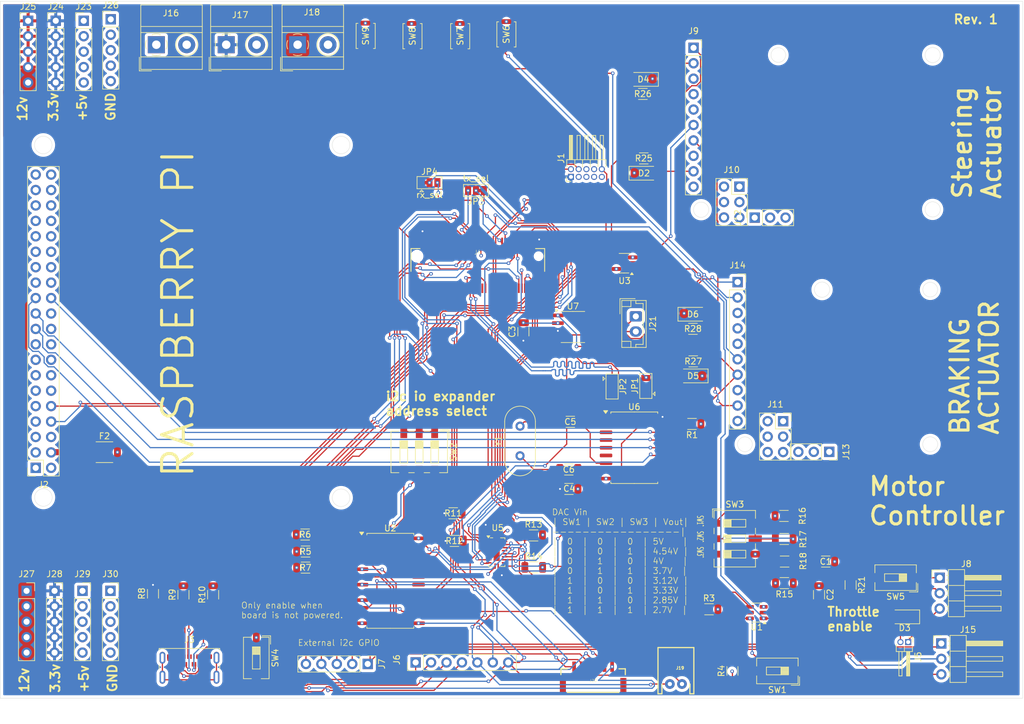
<source format=kicad_pcb>
(kicad_pcb (version 20240108) (generator "pcbnew") (generator_version "8.0")
  (layers (0 "F.Cu" signal) (1 "In1.Cu" signal) (2 "In2.Cu" signal) (31 "B.Cu" signal) (34 "B.Paste" user) (35 "F.Paste" user) (36 "B.SilkS" user "B.Silkscreen") (37 "F.SilkS" user "F.Silkscreen") (38 "B.Mask" user) (39 "F.Mask" user) (44 "Edge.Cuts" user))
  (net 0 "")
  (net 1 "GND")
  (net 2 "+3.3V")
  (net 3 "+5V")
  (net 4 "dac_v+")
  (net 5 "Net-(D3-A)")
  (net 6 "Net-(D3-K)")
  (net 7 "SW0{slash}TD0")
  (net 8 "SWCLK{slash}TCK")
  (net 9 "SWDIO{slash}TMS")
  (net 10 "NC{slash}TDI")
  (net 12 "USB-D+")
  (net 13 "unconnected-(J3-SHIELD-PadS1)")
  (net 14 "Net-(J3-CC2)")
  (net 15 "Net-(J3-CC1)")
  (net 16 "Net-(J3-VBUS-PadA4)")
  (net 18 "USB-D-")
  (net 20 "Net-(U6-OSC2)")
  (net 22 "Net-(C5-Pad2)")
  (net 27 "i2c_INT_L")
  (net 31 "DAC_THR")
  (net 32 "GPIO_INTERNAL_5")
  (net 33 "Net-(U6-OSC1)")
  (net 34 "Net-(C6-Pad2)")
  (net 41 "SCL_1_L")
  (net 43 "GPIO_INTERNAL_3")
  (net 55 "GPIO_INTERNAL_6")
  (net 62 "SDA _1_L")
  (net 64 "Net-(J2-3V3-Pad1)")
  (net 65 "CAN_MISO")
  (net 68 "GPIO_INTERNAL_4")
  (net 70 "THR-")
  (net 71 "GPIO_EXT_2")
  (net 72 "GPIO_EXT_4")
  (net 73 "GPIO_EXT_1")
  (net 74 "GPIO_EXT_6")
  (net 75 "GPIO_EXT_3")
  (net 76 "GPIO_EXT_5")
  (net 77 "GPIO_EXT_0")
  (net 78 "VM_LOW_revProtect")
  (net 79 "SCL_1_H")
  (net 80 "SDA_1_H")
  (net 81 "Net-(U1-ADR0)")
  (net 82 "Net-(R4-Pad2)")
  (net 83 "Net-(U2-A2)")
  (net 84 "Net-(U2-A1)")
  (net 85 "Net-(U2-A0)")
  (net 86 "Net-(R16-Pad1)")
  (net 87 "Net-(R17-Pad2)")
  (net 88 "Net-(R21-Pad1)")
  (net 89 "THR+")
  (net 90 "Brk_low")
  (net 91 "RC_FW-REV")
  (net 92 "RC_THR{slash}RC_SINGLE")
  (net 93 "Brk_hi")
  (net 94 "Fw{slash}Rv")
  (net 95 "RC_EN")
  (net 97 "RC_STR")
  (net 99 "CAN_CS")
  (net 102 "i2c_INT_1_H")
  (net 107 "uMod_TX1")
  (net 108 "GPIO_INTERNAL_8")
  (net 109 "GPIO_INTERNAL_7")
  (net 113 "SCL_HIGH_5v")
  (net 114 "SDA_HIGH_5v")
  (net 115 "5v_reg_HIGH")
  (net 116 "RC_HIGH_5v")
  (net 117 "5v_aux_HIGH")
  (net 118 "afbk_HIGH")
  (net 119 "tach_fbk_HIGH")
  (net 120 "tach_fbk_LOW")
  (net 121 "afbk_LOW")
  (net 122 "5v_reg_LOW")
  (net 123 "5v_aux_LOW")
  (net 124 "VM_HIGH_revProtect")
  (net 127 "SDA_LOW_5v")
  (net 129 "SCL_LOW_5v")
  (net 130 "RC_LOW_5v")
  (net 131 "uMod_RX1")
  (net 133 "CAN_MOSI")
  (net 135 "CAN_SCK")
  (net 139 "CAN_TXD")
  (net 140 "TX_DRV_L")
  (net 141 "ERR_L")
  (net 142 "RX_DRV_L")
  (net 143 "~{RESET_uMOD}")
  (net 144 "~{BOOT_uMOD}")
  (net 146 "CAN_RXD")
  (net 147 "~{RST_STR}")
  (net 148 "TX_STR_5v")
  (net 149 "RX_DRV_5v")
  (net 150 "5v_reg_STR")
  (net 151 "ERR_STR")
  (net 152 "TX_BRK_5v")
  (net 153 "~{RST_BRK}")
  (net 154 "5v_reg_BRK")
  (net 155 "ERR_BRK")
  (net 156 "+12V")
  (net 157 "~{E-STOP}")
  (net 158 "Net-(J21-Pin_2)")
  (net 159 "Net-(J21-Pin_1)")
  (net 160 "CAN_TXD_PI")
  (net 161 "Net-(JP1-A)")
  (net 162 "Net-(JP2-B)")
  (net 163 "CAN_RXD_PI")
  (net 164 "Net-(U6-~{RESET})")
  (net 165 "TX_DRV_5v")
  (net 166 "ERR_BRK_L")
  (net 167 "ERR_STR_L")
  (net 168 "~{ERR}")
  (net 176 "CAN_SPD")
  (net 178 "~{E-STOP-TRIG}")
  (net 179 "Net-(F2-Pad1)")
  (net 180 "Net-(D2-A)")
  (net 181 "Net-(D4-A)")
  (net 182 "Net-(D5-A)")
  (net 183 "Net-(D6-A)")
  (net 184 "Net-(J4-TX2)")
  (net 185 "Net-(J4-RX2)")
  (footprint "Button_Switch_SMD:SW_DIP_SPSTx03_Slide_6.7x9.18mm_W6.73mm_P2.54mm_LowProfile_JPin" (layer "F.Cu") (at 116.91 117.315 -90)
    (property "Reference" "SW2")
    (property "Value" "IO_EXT_ADDR")
  )
  (footprint "Connector_PinSocket_2.54mm:PinSocket_1x10_P2.54mm_Vertical" (layer "F.Cu") (at 169.3 89.36)
    (property "Reference" "J14")
    (property "Value" "DRV_LOW_C1")
  )
  (footprint "Package_SO:SOIC-8_3.9x4.9mm_P1.27mm" (layer "F.Cu") (at 142.2 96.75)
    (property "Reference" "U7")
    (property "Value" "SN65HVD230")
  )
  (footprint "Connector_PinHeader_2.54mm:PinHeader_1x05_P2.54mm_Vertical" (layer "F.Cu") (at 57.1 46.36)
    (property "Reference" "J24")
    (property "Value" "3.3v_rail")
  )
  (footprint "Resistor_SMD:R_1206_3216Metric" (layer "F.Cu") (at 162 102.4 180)
    (property "Reference" "R27")
    (property "Value" "10k")
  )
  (footprint "Capacitor_SMD:C_1206_3216Metric" (layer "F.Cu") (at 134.05 97.525 90)
    (property "Reference" "C3")
    (property "Value" "0.1uF")
  )
  (footprint "Connector_PinSocket_2.54mm:PinSocket_1x03_P2.54mm_Vertical" (layer "F.Cu") (at 184.38 117.3 -90)
    (property "Reference" "J13")
    (property "Value" "DRV_LOW_C3")
  )
  (footprint "Resistor_SMD:R_1206_3216Metric" (layer "F.Cu") (at 78.11 140.8 90)
    (property "Reference" "R9")
    (property "Value" "5.1k")
  )
  (footprint "LED_SMD:LED_1206_3216Metric_Pad1.42x1.75mm_HandSolder" (layer "F.Cu") (at 153.9 71.45)
    (property "Reference" "D2")
    (property "Value" "LED")
  )
  (footprint "Resistor_SMD:R_1206_3216Metric" (layer "F.Cu") (at 83 140.8 90)
    (property "Reference" "R10")
    (property "Value" "10k")
  )
  (footprint "Resistor_SMD:R_1206_3216Metric" (layer "F.Cu") (at 164.6 143.2)
    (property "Reference" "R3")
    (property "Value" "10k")
  )
  (footprint "Resistor_SMD:R_1206_3216Metric" (layer "F.Cu") (at 135.725 131.05)
    (property "Reference" "R13")
    (property "Value" "2k")
  )
  (footprint "Resistor_SMD:R_1206_3216Metric" (layer "F.Cu") (at 98.2 136.35)
    (property "Reference" "R7")
    (property "Value" "47k")
  )
  (footprint "Jumper:SolderJumper-3_P1.3mm_Bridged12_Pad1.0x1.5mm" (layer "F.Cu") (at 148.65 106.55 -90)
    (property "Reference" "JP2")
    (property "Value" "CAN_RXD_SEL")
  )
  (footprint "Resistor_SMD:R_1206_3216Metric" (layer "F.Cu") (at 73.1 140.65 -90)
    (property "Reference" "R8")
    (property "Value" "47k")
  )
  (footprint "SparkFun-Connectors:JST-2-PTH" (layer "F.Cu") (at 159.15 155.5)
    (property "Reference" "J19")
    (property "Value" "~")
  )
  (footprint "Capacitor_SMD:C_1206_3216Metric" (layer "F.Cu") (at 141.775 112.35 180)
    (property "Reference" "C5")
    (property "Value" "22pF")
  )
  (footprint "Connector_PinHeader_2.54mm:PinHeader_1x07_P2.54mm_Vertical" (layer "F.Cu") (at 116.32 151.95 90)
    (property "Reference" "J6")
    (property "Value" "Conn_01x07")
  )
  (footprint "Jumper:SolderJumper-3_P1.3mm_Bridged12_Pad1.0x1.5mm" (layer "F.Cu") (at 126.25 74.3 180)
    (property "Reference" "JP3")
    (property "Value" "tx_sel")
  )
  (footprint "Connector_PinSocket_2.54mm:PinSocket_2x20_P2.54mm_Vertical" (layer "F.Cu") (at 53.8 119.93 180)
    (property "Reference" "J2")
    (property "Value" "Raspberry_Pi_4")
  )
  (footprint "Resistor_SMD:R_1206_3216Metric" (layer "F.Cu") (at 176.975 131.6375 180)
    (property "Reference" "R17")
    (property "Value" "5k")
  )
  (footprint "Capacitor_SMD:C_1206_3216Metric" (layer "F.Cu") (at 141.55 123.4)
    (property "Reference" "C4")
    (property "Value" "0.1uF")
  )
  (footprint "Crystal:Crystal_HC49-4H_Vertical" (layer "F.Cu") (at 133.5 117.95 90)
    (property "Reference" "Y1")
    (property "Value" "16MHz")
  )
  (footprint "Connector_PinHeader_1.27mm:PinHeader_1x02_P1.27mm_Horizontal" (layer "F.Cu") (at 197.37 148.6 -90)
    (property "Reference" "J5")
    (property "Value" "THR_EN_JMP")
  )
  (footprint "SparkFun-Connectors:JST-6-SMD-1.25MM-LOCKING" (layer "F.Cu") (at 145.525 155.95)
    (property "Reference" "J20")
    (property "Value" "~")
  )
  (footprint "Connector_JST:JST_EH_B2B-EH-A_1x02_P2.50mm_Vertical" (layer "F.Cu") (at 152.55 95 -90)
    (property "Reference" "J21")
    (property "Value" "CAN")
  )
  (footprint "Resistor_SMD:R_1206_3216Metric" (layer "F.Cu") (at 176.925 127.8375 180)
    (property "Reference" "R16")
    (property "Value" "10k")
  )
  (footprint "Connector_PinHeader_2.54mm:PinHeader_1x05_P2.54mm_Vertical" (layer "F.Cu") (at 66.15 46.12)
    (property "Reference" "J26")
    (property "Value" "GND_rail")
  )
  (footprint "Capacitor_SMD:C_1206_3216Metric" (layer "F.Cu") (at 182.7 140.8 -90)
    (property "Reference" "C2")
    (property "Value" "4.7uF")
  )
  (footprint "Connector_USB:USB_C_Receptacle_Amphenol_124019772112A" (layer "F.Cu") (at 79.1 154.2)
    (property "Reference" "J3")
    (property "Value" "USB_C_Receptacle_USB2.0_14P")
  )
  (footprint "Jumper:SolderJumper-3_P1.3mm_Bridged12_Pad1.0x1.5mm" (layer "F.Cu") (at 118.6 73)
    (property "Reference" "JP4")
    (property "Value" "rx_sel")
  )
  (footprint "Resistor_SMD:R_1206_3216Metric" (layer "F.Cu") (at 161.8 112.7 180)
    (property "Reference" "R1")
    (property "Value" "10k")
  )
  (footprint "Resistor_SMD:R_1206_3216Metric" (layer "F.Cu") (at 177 138.9 180)
    (property "Reference" "R15")
    (property "Value" "10k")
  )
  (footprint "Resistor_SMD:R_1206_3216Metric" (layer "F.Cu") (at 177.0375 135.35 180)
    (property "Reference" "R18")
    (property "Value" "2k")
  )
  (footprint "Resistor_SMD:R_1206_3216Metric" (layer "F.Cu") (at 98.2 133.7)
    (property "Reference" "R5")
    (property "Value" "47k")
  )
  (footprint "Jumper:SolderJumper-3_P1.3mm_Bridged12_Pad1.0x1.5mm" (layer "F.Cu") (at 154.2 106.45 90)
    (property "Reference" "JP1")
    (property "Value" "CAN_TXD_SEL")
  )
  (footprint "Package_SO:SOIC-18W_7.5x11.6mm_P1.27mm" (layer "F.Cu") (at 152.3 116.62)
    (property "Reference" "U6")
    (property "Value" "MCP2515-xSO")
  )
  (footprint "Resistor_SMD:R_1206_3216Metric" (layer "F.Cu") (at 135.75 136.3)
    (property "Reference" "R14")
    (property "Value" "2k")
  )
  (footprint "SparkFun-MicroMod:M.2-CONNECTOR-E" (layer "F.Cu") (at 126.55 85.1)
    (property "Reference" "J4")
    (property "Value" "~")
  )
  (footprint "Button_Switch_SMD:SW_DIP_SPSTx01_Slide_6.7x4.1mm_W6.73mm_P2.54mm_LowProfile_JPin" (layer "F.Cu") (at 195.3 138 180)
    (property "Reference" "SW5")
    (property "Value" "THR_EN")
  )
  (footprint "Button_Switch_SMD:SW_DIP_SPSTx01_Slide_6.7x4.1mm_W6.73mm_P2.54mm_LowProfile_JPin" (layer "F.Cu") (at 90.1 151.215 -90)
    (property "Reference" "SW4")
    (property "Value" "5v_USB_EN")
  )
  (footprint "Package_DFN_QFN:WQFN-20-1EP_2.5x4.5mm_P0.5mm_EP1x2.9mm" (layer "F.Cu") (at 129.65 133.8)
    (property "Reference" "U5")
    (property "Value" "FXMA108")
  )
  (footprint "Connector_PinSocket_2.54mm:PinSocket_2x03_P2.54mm_Vertical" (layer "F.Cu") (at 169.6 73.65)
    (property "Reference" "J10")
    (property "Value" "DRV_HIGH_C2")
  )
  (footprint "Resistor_SMD:R_1206_3216Metric" (layer "F.Cu") (at 161.95 97.05)
    (property "Reference" "R28")
    (property "Value" "10k")
  )
  (footprint "Package_SO:SOIC-24W_7.5x15.4mm_P1.27mm" (layer "F.Cu") (at 112.15 138.515)
    (property "Reference" "U2")
    (property "Value" "PCA9555D")
  )
  (footprint "Connector_PinHeader_2.54mm:PinHeader_1x05_P2.54mm_Vertical" (layer "F.Cu") (at 108.43 152.2 -90)
    (property "Reference" "J7")
    (property "Value" "Conn_01x05")
  )
  (footprint "LED_SMD:LED_1206_3216Metric_Pad1.42x1.75mm_HandSolder" (layer "F.Cu") (at 161.9875 104.8 180)
    (property "Reference" "D5")
    (property "Value" "LED")
  )
  (footprint "Button_Switch_SMD:SW_DIP_SPSTx01_Slide_6.7x4.1mm_W6.73mm_P2.54mm_LowProfile_JPin" (layer "F.Cu") (at 175.85 153.35 180)
    (property "Reference" "SW1")
    (property "Value" "DAC_ADDR")
  )
  (footprint "Resistor_SMD:R_1206_3216Metric" (layer "F.Cu") (at 98.1375 130.9)
    (property "Reference" "R6")
    (property "Value" "47k")
  )
  (footprint "Fuse:Fuse_1812_4532Metric" (layer "F.Cu") (at 65.1125 117.35)
    (property "Reference" "F2")
    (property "Value" "Polyfuse_3A_15V")
  )
  (footprint "Connector_PinHeader_2.54mm:PinHeader_1x05_P2.54mm_Vertical" (layer "F.Cu") (at 52.55 46.37)
    (property "Reference" "J25")
    (property "Value" "12v_rail")
  )
  (footprint "Connector_PinSocket_2.54mm:PinSocket_1x03_P2.54mm_Vertical" (layer "F.Cu") (at 172.11 78.75 90)
    (property "Reference" "J12")
    (property "Value" "DRV_HIGH_C3")
  )
  (footprint "Button_Switch_SMD:SW_Push_SPST_NO_Alps_SKRK" (layer "F.Cu") (at 131.25 48.6 -90)
    (property "Reference" "SW6")
    (property "Value" "~{RESET_uMOD}")
  )
  (footprint "Connector_PinSocket_2.54mm:PinSocket_1x05_P2.54mm_Vertical" (layer "F.Cu") (at 52.3 140.17)
    (property "Reference" "J27")
    (property "Value" "12v_rail_f")
  )
  (footprint "Resistor_SMD:R_1206_3216Metric" (layer "F.Cu") (at 168.45 153.35 90)
    (property "Reference" "R4")
    (property "Value" "10k")
  )
  (footprint "Resistor_SMD:R_1206_3216Metric" (layer "F.Cu") (at 153.7125 58.4 180)
    (property "Reference" "R26")
    (property "Value" "10k")
  )
  (footprint "TerminalBlock_MetzConnect:TerminalBlock_MetzConnect_Type011_RT05502HBWC_1x02_P5.00mm_Horizontal" (layer "F.Cu") (at 96.9 50.3)
    (property "Reference" "J18")
    (property "Value" "12v_in")
  )
  (footprint "Package_TO_SOT_SMD:SOT-23-6" (layer "F.Cu") (at 172.45 143.75 180)
    (property "Reference" "U1")
    (property "Value" "DAC101C081CIMK")
  )
  (footprint "Resistor_SMD:R_1206_3216Metric" (layer "F.Cu") (at 122.5 127.4 180)
    (property "Reference" "R11")
    (property "Value" "2k")
  )
  (footprint "Resistor_SMD:R_1206_3216Metric" (layer "F.Cu") (at 122.7 131.95 180)
    (property "Reference" "R12")
    (property "Value" "2k")
  )
  (footprint "LED_SMD:LED_1206_3216Metric_Pad1.42x1.75mm_HandSolder" (layer "F.Cu") (at 153.8 56 180)
    (property "Reference" "D4")
    (property "Value" "LED")
  )
  (footprint "Resistor_SMD:R_1206_3216Metric" (layer "F.Cu") (at 153.8625 69 180)
    (property "Reference" "R25")
    (property "Value" "10k")
  )
  (footprint "Connector_PinSocket_2.54mm:PinSocket_1x05_P2.54mm_Vertical" (layer "F.Cu") (at 56.9 140.17)
    (property "Reference" "J28")
    (property "Value" "3.3v_rail_f")
  )
  (footprint "TerminalBlock_MetzConnect:TerminalBlock_MetzConnect_Type011_RT05502HBWC_1x02_P5.00mm_Horizontal" (layer "F.Cu") (at 73.65 50.3)
    (property "Reference" "J16")
    (property "Value" "5v_in")
  )
  (footprint "TerminalBlock_MetzConnect:TerminalBlock_MetzConnect_Type011_RT05502HBWC_1x02_P5.00mm_Horizontal" (layer "F.Cu") (at 85.15 50.3)
    (property "Reference" "J17")
    (property "Value" "3.3v_in")
  )
  (footprint "Capacitor_SMD:C_1206_3216Metric" (layer "F.Cu") (at 141.525 120.2 180)
    (property "Reference" "C6")
    (property "Value" "22pF")
  )
  (footprint "Connector_PinSocket_2.54mm:PinSocket_1x05_P2.54mm_Vertical" (layer "F.Cu") (at 61.5 140.17)
    (property "Reference" "J29")
    (property "Value" "5v_rail_f")
  )
  (footprint "Connector_PinHeader_2.54mm:PinHeader_1x03_P2.54mm_Horizontal" (layer "F.Cu") (at 202.825 148.825)
    (property "Reference" "J15")
    (property "Value" "Brake/FwRev")
  )
  (footprint "Connector_PinHeader_1.27mm:PinHeader_2x05_P1.27mm_Horizontal" (layer "F.Cu") (at 141.88 72.05 90)
    (property "Reference" "J1")
    (property "Value" "JTAG_SWD_CONN")
  )
  (footprint "Connector_PinHeader_2.54mm:PinHeader_1x05_P2.54mm_Vertical" (layer "F.Cu") (at 61.7 46.36)
    (property "Reference" "J23")
    (property "Value" "5v_rail")
  )
  (footprint "Connector_PinSocket_2.54mm:PinSocket_1x05_P2.54mm_Vertical" (layer "F.Cu") (at 66.1 140.17)
    (property "Reference" "J30")
    (property "Value" "GND_rail_f")
  )
  (footprint "LED_SMD:LED_1206_3216Metric_Pad1.42x1.75mm_HandSolder" (layer "F.Cu") (at 196.8 144.45 180)
    (property "Reference" "D3")
    (property "Value" "THR_STAT")
  )
  (footprint "Connector_PinSocket_2.54mm:PinSocket_1x10_P2.54mm_Vertical" (layer "F.Cu") (at 162.05 50.81)
    (property "Reference" "J9")
    (property "Value" "DRV_HIGH_C1")
  )
  (footprint "Resistor_SMD:R_1206_3216Metric" (layer "F.Cu") (at 187.9 139.2 -90)
    (property "Reference" "R21")
    (property "Value" "10k")
  )
  (footprint "LED_SMD:LED_1206_3216Metric_Pad1.42x1.75mm_HandSolder" (layer "F.Cu") (at 161.95 94.65)
    (property "Reference" "D6")
    (property "Value" "LED")
  )
  (footprint "Capacitor_SMD:C_1206_3216Metric" (layer "F.Cu") (at 183.8 135.35 180)
    (property "Reference" "C1")
    (property "Value" "0.1uF")
  )
  (footprint "Button_Switch_SMD:SW_DIP_SPSTx03_Slide_6.7x9.18mm_W6.73mm_P2.54mm_LowProfile_JPin" (layer "F.Cu") (at 168.835 131.59)
    (property "Reference" "SW3")
    (property "Value" "SW_DIP_x03")
  )
  (footprint "Package_TO_SOT_SMD:SOT-23-5_HandSoldering" (layer "F.Cu") (at 150.7 86.25 180)
    (property "Reference" "U3")
    (property "Value" "74AHC1G08")
  )
  (footprint "Button_Switch_SMD:SW_Push_SPST_NO_Alps_SKRK" (layer "F.Cu") (at 123.65 48.9 -90)
    (property "Reference" "SW7")
    (property "Value" "~{BOOT_uMOD}")
  )
  (footprint "Connector_PinHeader_2.54mm:PinHeader_1x03_P2.54mm_Horizontal" (layer "F.Cu") (at 202.55 138.01)
    (property "Reference" "J8")
    (property "Value" "Throttle Connector")
  )
  (footprint "Connector_PinSocket_2.54mm:PinSocket_2x03_P2.54mm_Vertical" (layer "F.Cu") (at 176.79 112.25)
    (property "Reference" "J11")
    (property "Value" "DRV_LOW_C2")
  )
  (footprint "Button_Switch_SMD:SW_Push_SPST_NO_Alps_SKRK" (layer "F.Cu") (at 115.8 48.9 -90)
    (property "Reference" "SW8")
    (property "Value" "~{RESET_BRK}")
  )
  (footprint "Button_Switch_SMD:SW_Push_SPST_NO_Alps_SKRK" (layer "F.Cu") (at 108.1 48.85 -90)
    (property "Reference" "SW9")
    (property "Value" "~{RESET_STR}")
  )
  (gr_circle (center 176 52) (end 174.8 51.9) (stroke (width 0.05)) (fill none) (layer "Edge.Cuts"))
  (gr_circle (center 163.3 77.45) (end 162.05 77.35) (stroke (width 0.05)) (fill none) (layer "Edge.Cuts"))
  (gr_circle (center 201.4 52) (end 200.15 52) (stroke (width 0.05)) (fill none) (layer "Edge.Cuts"))
  (gr_circle (center 183.2 90.6) (end 181.95 90.5) (stroke (width 0.05)) (fill none) (layer "Edge.Cuts"))
  (gr_circle (center 201 90.6) (end 199.8 90.45) (stroke (width 0.05)) (fill none) (layer "Edge.Cuts"))
  (gr_circle (center 104.05 124.85) (end 105.382904 124.3) (stroke (width 0.05)) (fill none) (layer "Edge.Cuts"))
  (gr_circle (center 104.05 66.8) (end 105.382904 66.25) (stroke (width 0.05)) (fill none) (layer "Edge.Cuts"))
  (gr_circle (center 55.067096 124.8) (end 56.4 124.25) (stroke (width 0.05)) (fill none) (layer "Edge.Cuts"))
  (gr_circle (center 201 116.05) (end 199.8 115.8) (stroke (width 0.05)) (fill none) (layer "Edge.Cuts"))
  (gr_circle (center 170.5 116.05) (end 169.3 115.85) (stroke (width 0.05)) (fill none) (layer "Edge.Cuts"))
  (gr_circle (center 55.05 66.8) (end 56.382904 66.25) (stroke (width 0.05)) (fill none) (layer "Edge.Cuts"))
  (gr_rect (start 47.95 43.15) (end 216.2 157.85) (stroke (width 0.05)) (fill none) (layer "Edge.Cuts"))
  (gr_circle (center 201.4 77.4) (end 200.15 77.35) (stroke (width 0.05)) (fill none) (layer "Edge.Cuts"))
  (gr_text "3.3v" (at 57.6 63.1 90) (layer "F.SilkS") (effects (font (size 1.5 1.5) (thickness 0.3) (bold yes)) (justify left bottom)))
  (gr_text "External i2c GPIO" (at 96.9 149.3 0) (layer "F.SilkS") (effects (font (size 1 1) (thickness 0.1)) (justify left bottom)))
  (gr_text "Rev. 1" (at 204.7 47 0) (layer "F.SilkS") (effects (font (size 1.5 1.5) (thickness 0.3) (bold yes)) (justify left bottom)))
  (gr_text "SW1^  SW2^  SW3^" (at 162.55 127.7 270) (layer "F.SilkS") (effects (font (size 1 0.5) (thickness 0.1)) (justify left bottom)))
  (gr_text "+5v" (at 62.6 157.05 90) (layer "F.SilkS") (effects (font (size 1.5 1.5) (thickness 0.3) (bold yes)) (justify left bottom)))
  (gr_text "+5v" (at 62.3 63.05 90) (layer "F.SilkS") (effects (font (size 1.5 1.5) (thickness 0.3) (bold yes)) (justify left bottom)))
  (gr_text "i2c io expander \naddress select" (at 111.25 111.45 0) (layer "F.SilkS") (effects (font (size 1.5 1.5) (thickness 0.3) (bold yes)) (justify left bottom)))
  (gr_text "DAC Vin \n| SW1 | SW2 | SW3 | Vout|\n-----------------|\n|  0  |  0  |  0  | 5V    | \n|  0  |  0  |  1  | 4.54V | \n|  0  |  1  |  0  | 4V    | \n|  0  |  1  |  1  | 3.7V  | \n|  1  |  0  |  0  | 3.12V |\n|  1  |  0  |  1  | 3.33V | \n|  1  |  1  |  0  | 2.85V | \n|  1  |  1  |  1  | 2.7V  |  " (at 138.7 143.9 0) (layer "F.SilkS") (effects (font (size 1 1) (thickness 0.1)) (justify left bottom)))
  (gr_text "12v" (at 52.8 157.05 90) (layer "F.SilkS") (effects (font (size 1.5 1.5) (thickness 0.3) (bold yes)) (justify left bottom)))
  (gr_text "3.3v" (at 57.9 157.1 90) (layer "F.SilkS") (effects (font (size 1.5 1.5) (thickness 0.3) (bold yes)) (justify left bottom)))
  (gr_text "GND" (at 67 63 90) (layer "F.SilkS") (effects (font (size 1.5 1.5) (thickness 0.3) (bold yes)) (justify left bottom)))
  (gr_text "RASPBERRY PI" (at 80.15 121.95 90) (layer "F.SilkS") (effects (font (size 5 5) (thickness 0.5)) (justify left bottom)))
  (gr_text "GND" (at 67.3 157 90) (layer "F.SilkS") (effects (font (size 1.5 1.5) (thickness 0.3) (bold yes)) (justify left bottom)))
  (gr_text "Motor\nController" (at 190.65 129.55 0) (layer "F.SilkS") (effects (font (size 3 3) (thickness 0.5) (bold yes)) (justify left bottom)))
  (gr_text "BRAKING \nACTUATOR" (at 212.45 114.75 90) (layer "F.SilkS") (effects (font (size 3 3) (thickness 0.5) (bold yes)) (justify left bottom)))
  (gr_text "12v" (at 52.5 63.05 90) (layer "F.SilkS") (effects (font (size 1.5 1.5) (thickness 0.3) (bold yes)) (justify left bottom)))
  (gr_text "Throttle \nenable" (at 183.9 146.9 0) (layer "F.SilkS") (effects (font (size 1.5 1.5) (thickness 0.3) (bold yes)) (justify left bottom)))
  (gr_text "Only enable when \nboard is not powered." (at 87.55 144.75 0) (layer "F.SilkS") (effects (font (size 1 1) (thickness 0.1)) (justify left bottom)))
  (gr_text "Steering\nActuator" (at 212.85 75.95 90) (layer "F.SilkS") (effects (font (size 3 3) (thickness 0.5) (bold yes)) (justify left bottom)))
  (segment (start 82.1 152.25) (end 82.1 151.05) (width 0.2) (layer "F.Cu") (net 1))
  (segment (start 114.37 112.33) (end 115.3 111.4) (width 0.2) (layer "F.Cu") (net 1))
  (segment (start 114.37 113.95) (end 114.37 112.33) (width 0.2) (layer "F.Cu") (net 1))
  (segment (start 75.55 151) (end 76.05 151) (width 0.2) (layer "F.Cu") (net 1))
  (segment (start 119.45 113.95) (end 116.91 113.95) (width 0.2) (layer "F.Cu") (net 1))
  (segment (start 82.65 151.089386) (end 82.65 151) (width 0.2) (layer "F.Cu") (net 1))
  (segment (start 75.55 151.55) (end 78.2 154.2) (width 0.2) (layer "F.Cu") (net 1))
  (segment (start 129.4 136.1) (end 129.4 136.25) (width 0.2) (layer "F.Cu") (net 1))
  (segment (start 134.75 88.3) (end 135.8 89.35) (width 0.2) (layer "F.Cu") (net 1))
  (segment (start 160.4625 94.65) (end 160.4625 94.5375) (width 0.2) (layer "F.Cu") (net 1))
  (segment (start 124.8 88.85) (end 124.6 88.65) (width 0.2) (layer "F.Cu") (net 1))
  (segment (start 126.3 90.375) (end 126.3 89.35) (width 0.2) (layer "F.Cu") (net 1))
  (segment (start 134.3 88.75) (end 134.3 90.375) (width 0.2) (layer "F.Cu") (net 1))
  (segment (start 129.4 136.25) (end 128.25 137.4) (width 0.2) (layer "F.Cu") (net 1))
  (segment (start 82.1 151.05) (end 82.15 151) (width 0.2) (layer "F.Cu") (net 1))
  (segment (start 152.4125 71.45) (end 152.35 71.45) (width 0.2) (layer "F.Cu") (net 1))
  (segment (start 82.294693 151.444693) (end 82.65 151.089386) (width 0.2) (layer "F.Cu") (net 1))
  (segment (start 118.65 88) (end 118.85 88) (width 0.2) (layer "F.Cu") (net 1))
  (segment (start 163.475 104.625) (end 163.3 104.45) (width 0.2) (layer "F.Cu") (net 1))
  (segment (start 116.91 113.95) (end 114.37 113.95) (width 0.2) (layer "F.Cu") (net 1))
  (segment (start 82.1 152.25) (end 82.1 151.639386) (width 0.2) (layer "F.Cu") (net 1))
  (segment (start 155.2875 56) (end 155.2875 55.9125) (width 0.2) (layer "F.Cu") (net 1))
  (segment (start 80.35 154.2) (end 82.294693 152.255307) (width 0.2) (layer "F.Cu") (net 1))
  (segment (start 125.6 88.65) (end 124.6 88.65) (width 0.2) (layer "F.Cu") (net 1))
  (segment (start 127.8 89.35) (end 127.1 88.65) (width 0.2) (layer "F.Cu") (net 1))
  (segment (start 168.45 154.8125) (end 168.45 153.4625) (width 0.2) (layer "F.Cu") (net 1))
  (segment (start 78.2 154.2) (end 80.35 154.2) (width 0.2) (layer "F.Cu") (net 1))
  (segment (start 134.75 88.3) (end 134.3 88.75) (width 0.2) (layer "F.Cu") (net 1))
  (segment (start 117.3 90.375) (end 117.3 89.35) (width 0.2) (layer "F.Cu") (net 1))
  (segment (start 82.65 151) (end 82.15 151) (width 0.2) (layer "F.Cu") (net 1))
  (segment (start 127.1 88.65) (end 124.6 88.65) (width 0.2) (layer "F.Cu") (net 1))
  (segment (start 152.35 71.45) (end 152.3 71.4) (width 0.2) (layer "F.Cu") (net 1))
  (segment (start 82.1 151.639386) (end 82.294693 151.444693) (width 0.2) (layer "F.Cu") (net 1))
  (segment (start 160.4625 94.5375) (end 160.5 94.5) (width 0.2) (layer "F.Cu") (net 1))
  (segment (start 117.3 89.35) (end 118.65 88) (width 0.2) (layer "F.Cu") (net 1))
  (segment (start 163.475 104.625) (end 163.475 104.8) (width 0.2) (layer "F.Cu") (net 1))
  (segment (start 127.05 82.825) (end 127.05 84.95) (width 0.2) (layer "F.Cu") (net 1))
  (segment (start 127.05 84.95) (end 127.1 85) (width 0.2) (layer "F.Cu") (net 1))
  (segment (start 124.8 90.375) (end 124.8 88.85) (width 0.2) (layer "F.Cu") (net 1))
  (segment (start 82.294693 152.255307) (end 82.294693 151.444693) (width 0.2) (layer "F.Cu") (net 1))
  (segment (start 135.8 89.35) (end 135.8 90.375) (width 0.2) (layer "F.Cu") (net 1))
  (segment (start 76.05 151) (end 76.05 152.2) (width 0.2) (layer "F.Cu") (net 1))
  (segment (start 126.3 89.35) (end 125.6 88.65) (width 0.2) (layer "F.Cu") (net 1))
  (segment (start 76.05 152.2) (end 76.1 152.25) (width 0.2) (layer "F.Cu") (net 1))
  (segment (start 155.2875 55.9125) (end 155.3 55.9) (width 0.2) (layer "F.Cu") (net 1))
  (segment (start 127.8 90.375) (end 127.8 89.35) (width 0.2) (layer "F.Cu") (net 1))
  (segment (start 168.45 153.4625) (end 168.4 153.4125) (width 0.2) (layer "F.Cu") (net 1))
  (segment (start 75.55 151.55) (end 75.55 151) (width 0.2) (layer "F.Cu") (net 1))
  (via (at 131.25 46.5) (size 0.6) (drill 0.3) (layers "F.Cu" "B.Cu") (net 1))
  (via (at 185.275 135.35) (size 0.6) (drill 0.3) (layers "F.Cu" "B.Cu") (net 1))
  (via (at 134.75 88.3) (size 0.6) (drill 0.3) (layers "F.Cu" "B.Cu") (net 1))
  (via (at 124.6 88.65) (size 0.6) (drill 0.3) (layers "F.Cu" "B.Cu") (net 1))
  (via (at 108.05 46.75) (size 0.6) (drill 0.3) (layers "F.Cu" "B.Cu") (net 1))
  (via (at 160.5 94.5) (size 0.6) (drill 0.3) (layers "F.Cu" "B.Cu") (net 1))
  (via (at 173.5875 142.8) (size 0.6) (drill 0.3) (layers "F.Cu" "B.Cu") (net 1))
  (via (at 127.1 85) (size 0.6) (drill 0.3) (layers "F.Cu" "B.Cu") (net 1))
  (via (at 163.2625 112.7) (size 0.6) (drill 0.3) (layers "F.Cu" "B.Cu") (net 1))
  (via (at 107.5 145.5) (size 0.6) (drill 0.3) (layers "F.Cu" "B.Cu") (net 1))
  (via (at 155.3 55.9) (size 0.6) (drill 0.3) (layers "F.Cu" "B.Cu") (net 1))
  (via (at 143.025 123.4) (size 0.6) (drill 0.3) (layers "F.Cu" "B.Cu") (net 1))
  (via (at 128.25 137.4) (size 0.6) (drill 0.3) (layers "F.Cu" "B.Cu") (net 1))
  (via (at 152.3 71.4) (size 0.6) (drill 0.3) (layers "F.Cu" "B.Cu") (net 1))
  (via (at 123.6 46.9) (size 0.6) (drill 0.3) (layers "F.Cu" "B.Cu") (net 1))
  (via (at 152.05 85.3) (size 0.6) (drill 0.3) (layers "F.Cu" "B.Cu") (net 1))
  (via (at 139.725 96.115) (size 0.6) (drill 0.3) (layers "F.Cu" "B.Cu") (net 1))
  (via (at 83 139.3375) (size 0.6) (drill 0.3) (layers "F.Cu" "B.Cu") (net 1))
  (via (at 78.2 154.2) (size 0.6) (drill 0.3) (layers "F.Cu" "B.Cu") (net 1))
  (via (at 134.05 96.05) (size 0.6) (drill 0.3) (layers "F.Cu" "B.Cu") (net 1))
  (via (at 168.4 153.4125) (size 0.6) (drill 0.3) (layers "F.Cu" "B.Cu") (net 1))
  (via (at 182.7 139.325) (size 0.6) (drill 0.3) (layers "F.Cu" "B.Cu") (net 1))
  (via (at 115.65 46.85) (size 0.6) (drill 0.3) (layers "F.Cu" "B.Cu") (net 1))
  (via (at 178.4625 138.9) (size 0.6) (drill 0.3) (layers "F.Cu" "B.Cu") (net 1))
  (via (at 147.65 121.7) (size 0.6) (drill 0.3) (layers "F.Cu" "B.Cu") (net 1))
  (via (at 163.475 104.8) (size 0.6) (drill 0.3) (layers "F.Cu" "B.Cu") (net 1))
  (via (at 115.3 111.4) (size 0.6) (drill 0.3) (layers "F.Cu" "B.Cu") (net 1))
  (via (at 78.11 139.3375) (size 0.6) (drill 0.3) (layers "F.Cu" "B.Cu") (net 1))
  (via (at 118.85 88) (size 0.6) (drill 0.3) (layers "F.Cu" "B.Cu") (net 1))
  (segment (start 139.725 96.115) (end 134.115 96.115) (width 0.2) (layer "B.Cu") (net 1))
  (segment (start 134.115 96.115) (end 134.05 96.05) (width 0.2) (layer "B.Cu") (net 1))
  (segment (start 135.55 82.825) (end 136.175 82.825) (width 0.2) (layer "F.Cu") (net 2))
  (segment (start 128.048529 129.3) (end 127.85 129.3) (width 0.2) (layer "F.Cu") (net 2))
  (segment (start 117.55 81.1) (end 117.45 81) (width 0.2) (layer "F.Cu") (net 2))
  (segment (start 129.4 131.5) (end 129.4 130.651471) (width 0.2) (layer "F.Cu") (net 2))
  (segment (start 136.175 82.825) (end 136.65 82.35) (width 0.2) (layer "F.Cu") (net 2))
  (segment (start 117.55 82.825) (end 117.55 81.1) (width 0.2) (layer "F.Cu") (net 2))
  (segment (start 129.4 130.651471) (end 128.048529 129.3) (width 0.2) (layer "F.Cu") (net 2))
  (segment (start 129.9 136.1) (end 129.9 137) (width 0.2) (layer "F.Cu") (net 2))
  (segment (start 129.9 137) (end 130.5 137.6) (width 0.2) (layer "F.Cu") (net 2))
  (via (at 121.0375 127.4) (size 0.6) (drill 0.3) (layers "F.Cu" "B.Cu") (net 2))
  (via (at 134.05 99) (size 0.6) (drill 0.3) (layers "F.Cu" "B.Cu") (net 2))
  (via (at 127.85 129.3) (size 0.6) (drill 0.3) (layers "F.Cu" "B.Cu") (net 2))
  (via (at 136.65 82.35) (size 0.6) (drill 0.3) (layers "F.Cu" "B.Cu") (net 2))
  (via (at 117.45 81) (size 0.6) (drill 0.3) (layers "F.Cu" "B.Cu") (net 2))
  (via (at 139.725 97.385) (size 0.6) (drill 0.3) (layers "F.Cu" "B.Cu") (net 2))
  (via (at 156.95 111.54) (size 0.6) (drill 0.3) (layers "F.Cu" "B.Cu") (net 2))
  (via (at 130.5 137.6) (size 0.6) (drill 0.3) (layers "F.Cu" "B.Cu") (net 2))
  (via (at 121.2375 131.95) (size 0.6) (drill 0.3) (layers "F.Cu" "B.Cu") (net 2))
  (via (at 140.075 123.4) (size 0.6) (drill 0.3) (layers "F.Cu" "B.Cu") (net 2))
  (via (at 73.1 139.1875) (size 0.6) (drill 0.3) (layers "F.Cu" "B.Cu") (net 2))
  (segment (start 131.15 130.25) (end 131.45 130.25) (width 0.2) (layer "F.Cu") (net 3))
  (segment (start 137.1875 131.0125) (end 137.25 130.95) (width 0.2) (layer "F.Cu") (net 3))
  (segment (start 133.8 90.375) (end 133.8 87.45) (width 0.2) (layer "F.Cu") (net 3))
  (segment (start 129.9 131.5) (end 131.15 130.25) (width 0.2) (layer "F.Cu") (net 3))
  (segment (start 133.8 87.45) (end 133.75 87.4) (width 0.2) (layer "F.Cu") (net 3))
  (segment (start 137.1875 131.05) (end 137.1875 131.0125) (width 0.2) (layer "F.Cu") (net 3))
  (via (at 90.1 147.85) (size 0.6) (drill 0.3) (layers "F.Cu" "B.Cu") (net 3))
  (via (at 166.0625 143.2) (size 0.6) (drill 0.3) (layers "F.Cu" "B.Cu") (net 3))
  (via (at 96.7375 136.35) (size 0.6) (drill 0.3) (layers "F.Cu" "B.Cu") (net 3))
  (via (at 96.7375 133.7) (size 0.6) (drill 0.3) (layers "F.Cu" "B.Cu") (net 3))
  (via (at 137.25 130.95) (size 0.6) (drill 0.3) (layers "F.Cu" "B.Cu") (net 3))
  (via (at 175.4625 127.8375) (size 0.6) (drill 0.3) (layers "F.Cu" "B.Cu") (net 3))
  (via (at 131.45 130.25) (size 0.6) (drill 0.3) (layers "F.Cu" "B.Cu") (net 3))
  (via (at 133.75 87.4) (size 0.6) (drill 0.3) (layers "F.Cu" "B.Cu") (net 3))
  (via (at 96.675 130.9) (size 0.6) (drill 0.3) (layers "F.Cu" "B.Cu") (net 3))
  (via (at 137.2 136.3) (size 0.6) (drill 0.3) (layers "F.Cu" "B.Cu") (net 3))
  (via (at 116.8 131.53) (size 0.6) (drill 0.3) (layers "F.Cu" "B.Cu") (net 3))
  (via (at 175.5375 138.9) (size 0.6) (drill 0.3) (layers "F.Cu" "B.Cu") (net 3))
  (via (at 67.25 117.35) (size 0.6) (drill 0.3) (layers "F.Cu" "B.Cu") (net 3))
  (via (at 149.35 87.2) (size 0.6) (drill 0.3) (layers "F.Cu" "B.Cu") (net 3))
  (via (at 172.2 134.13) (size 0.6) (drill 0.3) (layers "F.Cu" "B.Cu") (net 3))
  (segment (start 182.7 142.275) (end 181.225 143.75) (width 0.2) (layer "F.Cu") (net 4))
  (segment (start 179.0125 126.6625) (end 182.325 129.975) (width 0.2) (layer "F.Cu") (net 4))
  (segment (start 178.5 135.35) (end 182.325 135.35) (width 0.2) (layer "F.Cu") (net 4))
  (segment (start 165.47 129.05) (end 167.8575 126.6625) (width 0.2) (layer "F.Cu") (net 4))
  (segment (start 180.65 137.025) (end 180.65 143.75) (width 0.2) (layer "F.Cu") (net 4))
  (segment (start 181.225 143.75) (end 180.65 143.75) (width 0.2) (layer "F.Cu") (net 4))
  (segment (start 182.325 129.975) (end 182.325 135.35) (width 0.2) (layer "F.Cu") (net 4))
  (segment (start 167.8575 126.6625) (end 179.0125 126.6625) (width 0.2) (layer "F.Cu") (net 4))
  (segment (start 180.65 143.75) (end 173.5875 143.75) (width 0.2) (layer "F.Cu") (net 4))
  (segment (start 182.325 135.35) (end 180.65 137.025) (width 0.2) (layer "F.Cu") (net 4))
  (segment (start 195.4 144.45) (end 191.6875 144.45) (width 0.2) (layer "F.Cu") (net 5))
  (segment (start 191.6875 144.45) (end 187.9 140.6625) (width 0.2) (layer "F.Cu") (net 5))
  (segment (start 196.1 146.55) (end 198.2 144.45) (width 0.2) (layer "F.Cu") (net 6))
  (segment (start 196.1 148.6) (end 196.1 146.55) (width 0.2) (layer "F.Cu") (net 6))
  (segment (start 134.241421 77.324265) (end 129.5 82.065686) (width 0.2) (layer "F.Cu") (net 8))
  (segment (start 134.2 75.85) (end 135.15147 75.85) (width 0.2) (layer "F.Cu") (net 8))
  (segment (start 135.15147 75.85) (end 141.02147 69.98) (width 0.2) (layer "F.Cu") (net 8))
  (segment (start 129.5 87.834314) (end 130.8 89.134314) (width 0.2) (layer "F.Cu") (net 8))
  (segment (start 129.5 82.065686) (end 129.5 87.834314) (width 0.2) (layer "F.Cu") (net 8))
  (segment (start 142.35 69.98) (end 143.15 70.78) (width 0.2) (layer "F.Cu") (net 8))
  (segment (start 141.02147 69.98) (end 142.35 69.98) (width 0.2) (layer "F.Cu") (net 8))
  (segment (start 134.524265 77.324265) (end 134.241421 77.324265) (width 0.2) (layer "F.Cu") (net 8))
  (segment (start 130.8 89.134314) (end 130.8 90.375) (width 0.2) (layer "F.Cu") (net 8))
  (via (at 134.2 75.85) (size 0.6) (drill 0.3) (layers "F.Cu" "B.Cu") (net 8))
  (via (at 134.524265 77.324265) (size 0.6) (drill 0.3) (layers "F.Cu" "B.Cu") (net 8))
  (segment (start 134.2 77) (end 134.2 75.85) (width 0.2) (layer "B.Cu") (net 8))
  (segment (start 134.524265 77.324265) (end 134.2 77) (width 0.2) (layer "B.Cu") (net 8))
  (segment (start 134.75 76.25) (end 129.1 81.9) (width 0.2) (layer "F.Cu") (net 9))
  (segment (start 135.317156 76.25) (end 134.75 76.25) (width 0.2) (layer "F.Cu") (net 9))
  (segment (start 130.3 89.2) (end 130.3 90.375) (width 0.2) (layer "F.Cu") (net 9))
  (segment (start 141.88 70.78) (end 140.787156 70.78) (width 0.2) (layer "F.Cu") (net 9))
  (segment (start 129.1 88) (end 130.3 89.2) (width 0.2) (layer "F.Cu") (net 9))
  (segment (start 140.787156 70.78) (end 135.317156 76.25) (width 0.2) (layer "F.Cu") (net 9))
  (segment (start 129.1 81.9) (end 129.1 88) (width 0.2) (layer "F.Cu") (net 9))
  (segment (start 87.743969 130.706032) (end 87.743968 130.706032) (width 0.2) (layer "F.Cu") (net 12))
  (segment (start 86.344658 133.379667) (end 86.259806 133.46452) (width 0.2) (layer "F.Cu") (net 12))
  (segment (start 88.677354 129.77265) (end 88.592499 129.857502) (width 0.2) (layer "F.Cu") (net 12))
  (segment (start 83.501319 134.948682) (end 83.501318 134.948682) (width 0.2) (layer "F.Cu") (net 12))
  (segment (start 124.698529 94.25) (end 124.2 94.25) (width 0.2) (layer "F.Cu") (net 12))
  (segment (start 82.652789 135.797212) (end 82.498736 135.951264) (width 0.2) (layer "F.Cu") (net 12))
  (segment (start 85.198378 133.591034) (end 85.496139 133.888795) (width 0.2) (layer "F.Cu") (net 12))
  (segment (start 81 145.6) (end 78.85 147.75) (width 0.2) (layer "F.Cu") (net 12))
  (segment (start 85.071874 134.313061) (end 84.774114 134.015301) (width 0.2) (layer "F.Cu") (net 12))
  (segment (start 88.592499 129.857502) (end 88.592498 129.857502) (width 0.2) (layer "F.Cu") (net 12))
  (segment (start 81 137.45) (end 81 145.6) (width 0.2) (layer "F.Cu") (net 12))
  (segment (start 89.441028 129.348384) (end 89.738788 129.646144) (width 0.2) (layer "F.Cu") (net 12))
  (segment (start 86.895438 131.893974) (end 87.193217 132.191753) (width 0.2) (layer "F.Cu") (net 12))
  (segment (start 124.898529 94.45) (end 124.698529 94.25) (width 0.2) (layer "F.Cu") (net 12))
  (segment (start 85.920394 133.464521) (end 85.622644 133.166771) (width 0.2) (layer "F.Cu") (net 12))
  (segment (start 87.193216 132.531165) (end 87.108364 132.616018) (width 0.2) (layer "F.Cu") (net 12))
  (segment (start 89.738787 129.985556) (end 89.653935 130.070409) (width 0.2) (layer "F.Cu") (net 12))
  (segment (start 84.349849 134.100152) (end 84.349848 134.100152) (width 0.2) (layer "F.Cu") (net 12))
  (segment (start 82.737643 135.712361) (end 82.652789 135.797212) (width 0.2) (layer "F.Cu") (net 12))
  (segment (start 87.828824 130.62118) (end 87.743969 130.706032) (width 0.2) (layer "F.Cu") (net 12))
  (segment (start 83.586174 134.86383) (end 83.501319 134.948682) (width 0.2) (layer "F.Cu") (net 12))
  (segment (start 87.743968 131.045444) (end 88.041747 131.343223) (width 0.2) (layer "F.Cu") (net 12))
  (segment (start 82.498736 135.951264) (end 81 137.45) (width 0.2) (layer "F.Cu") (net 12))
  (segment (start 86.768952 132.616019) (end 86.471174 132.318241) (width 0.2) (layer "F.Cu") (net 12))
  (segment (start 84.647627 135.076756) (end 84.562775 135.161609) (width 0.2) (layer "F.Cu") (net 12))
  (segment (start 89.314523 130.07041) (end 89.016764 129.772651) (width 0.2) (layer "F.Cu") (net 12))
  (segment (start 84.223363 135.16161) (end 83.925584 134.863831) (width 0.2) (layer "F.Cu") (net 12))
  (segment (start 133.565686 93.2) (end 131.902942 93.2) (width 0.2) (layer "F.Cu") (net 12))
  (segment (start 85.283234 133.16677) (end 85.198379 133.251622) (width 0.2) (layer "F.Cu") (net 12))
  (segment (start 87.617482 131.767489) (end 87.319704 131.469711) (width 0.2) (layer "F.Cu") (net 12))
  (segment (start 83.799148 135.925336) (end 83.714294 136.010191) (width 0.2) (layer "F.Cu") (net 12))
  (segment (start 83.501318 135.288094) (end 83.799148 135.585924) (width 0.2) (layer "F.Cu") (net 12))
  (segment (start 130.652942 94.45) (end 124.898529 94.45) (width 0.2) (layer "F.Cu") (net 12))
  (segment (start 86.046909 132.403092) (end 86.046908 132.403092) (width 0.2) (layer "F.Cu") (net 12))
  (segment (start 88.890258 130.834087) (end 88.805406 130.91894) (width 0.2) (layer "F.Cu") (net 12))
  (segment (start 86.895439 131.554562) (end 86.895438 131.554562) (width 0.2) (layer "F.Cu") (net 12))
  (segment (start 88.465994 130.918941) (end 88.168234 130.621181) (width 0.2) (layer "F.Cu") (net 12))
  (segment (start 88.041746 131.682635) (end 87.956894 131.767488) (width 0.2) (layer "F.Cu") (net 12))
  (segment (start 85.496138 134.228207) (end 85.411286 134.31306) (width 0.2) (layer "F.Cu") (net 12))
  (segment (start 86.131764 132.31824) (end 86.046909 132.403092) (width 0.2) (layer "F.Cu") (net 12))
  (segment (start 83.374884 136.01019) (end 83.077055 135.712361) (width 0.2) (layer "F.Cu") (net 12))
  (segment (start 86.980294 131.46971) (end 86.895439 131.554562) (width 0.2) (layer "F.Cu") (net 12))
  (segment (start 88.592498 130.196914) (end 88.890259 130.494675) (width 0.2) (layer "F.Cu") (net 12))
  (segment (start 86.046908 132.742504) (end 86.344659 133.040255) (width 0.2) (layer "F.Cu") (net 12))
  (segment (start 85.198379 133.251622) (end 85.198378 133.251622) (width 0.2) (layer "F.Cu") (net 12))
  (segment (start 135.3 90.375) (end 135.3 91.465686) (width 0.2) (layer "F.Cu") (net 12))
  (segment (start 84.434704 134.0153) (end 84.349849 134.100152) (width 0.2) (layer "F.Cu") (net 12))
  (segment (start 124.2 94.25) (end 89.441028 129.008972) (width 0.2) (layer "F.Cu") (net 12))
  (segment (start 131.902942 93.2) (end 130.652942 94.45) (width 0.2) (layer "F.Cu") (net 12))
  (segment (start 84.349848 134.439564) (end 84.647628 134.737344) (width 0.2) (layer "F.Cu") (net 12))
  (segment (start 135.3 91.465686) (end 133.565686 93.2) (width 0.2) (layer "F.Cu") (net 12))
  (segment (start 78.85 147.75) (end 78.85 151) (width 0.2) (layer "F.Cu") (net 12))
  (arc (start 88.805406 130.91894) (mid 88.6357 130.989235) (end 88.465994 130.918941) (width 0.2) (layer "F.Cu") (net 12))
  (arc (start 84.774114 134.015301) (mid 84.604408 133.945007) (end 84.434704 134.0153) (width 0.2) (layer "F.Cu") (net 12))
  (arc (start 85.622644 133.166771) (mid 85.452938 133.096477) (end 85.283234 133.16677) (width 0.2) (layer "F.Cu") (net 12))
  (arc (start 85.411286 134.31306) (mid 85.24158 134.383355) (end 85.071874 134.313061) (width 0.2) (layer "F.Cu") (net 12))
  (arc (start 83.077055 135.712361) (mid 82.907348 135.642067) (end 82.737643 135.712361) (width 0.2) (layer "F.Cu") (net 12))
  (arc (start 87.319704 131.469711) (mid 87.149998 131.399417) (end 86.980294 131.46971) (width 0.2) (layer "F.Cu") (net 12))
  (arc (start 88.592498 129.857502) (mid 88.522202 130.027209) (end 88.592498 130.196914) (width 0.2) (layer "F.Cu") (net 12))
  (arc (start 86.344659 133.040255) (mid 86.414954 133.20996) (end 86.344658 133.379667) (width 0.2) (layer "F.Cu") (net 12))
  (arc (start 84.562775 135.161609) (mid 84.393069 135.231904) (end 84.223363 135.16161) (width 0.2) (layer "F.Cu") (net 12))
  (arc (start 87.108364 132.616018) (mid 86.938658 132.686313) (end 86.768952 132.616019) (width 0.2) (layer "F.Cu") (net 12))
  (arc (start 86.471174 132.318241) (mid 86.301468 132.247947) (end 86.131764 132.31824) (width 0.2) (layer "F.Cu") (net 12))
  (arc (start 83.501318 134.948682) (mid 83.431022 135.118389) (end 83.501318 135.288094) (width 0.2) (layer "F.Cu") (net 12))
  (arc (start 83.714294 136.010191) (mid 83.54459 136.080484) (end 83.374884 136.01019) (width 0.2) (layer "F.Cu") (net 12))
  (arc (start 83.925584 134.863831) (mid 83.755878 134.793537) (end 83.586174 134.86383) (width 0.2) (layer "F.Cu") (net 12))
  (arc (start 84.647628 134.737344) (mid 84.717923 134.907049) (end 84.647627 135.076756) (width 0.2) (layer "F.Cu") (net 12))
  (arc (start 89.653935 130.070409) (mid 89.484229 130.140704) (end 89.314523 130.07041) (width 0.2) (layer "F.Cu") (net 12))
  (arc (start 86.895438 131.554562) (mid 86.825142 131.724269) (end 86.895438 131.893974) (width 0.2) (layer "F.Cu") (net 12))
  (arc (start 83.799148 135.585924) (mid 83.869442 135.755631) (end 83.799148 135.925336) (width 0.2) (layer "F.Cu") (net 12))
  (arc (start 88.168234 130.621181) (mid 87.998528 130.550887) (end 87.828824 130.62118) (width 0.2) (layer "F.Cu") (net 12))
  (arc (start 85.496139 133.888795) (mid 85.566434 134.0585) (end 85.496138 134.228207) (width 0.2) (layer "F.Cu") (net 12))
  (arc (start 89.016764 129.772651) (mid 88.847058 129.702357) (end 88.677354 129.77265) (width 0.2) (layer "F.Cu") (net 12))
  (arc (start 86.046908 132.403092) (mid 85.976612 132.572799) (end 86.046908 132.742504) (width 0.2) (layer "F.Cu") (net 12))
  (arc (start 88.041747 131.343223) (mid 88.112042 131.512928) (end 88.041746 131.682635) (width 0.2) (layer "F.Cu") (net 12))
  (arc (start 88.890259 130.494675) (mid 88.960554 130.66438) (end 88.890258 130.834087) (width 0.2) (layer "F.Cu") (net 12))
  (arc (start 89.738788 129.646144) (mid 89.809083 129.815849) (end 89.738787 129.985556) (width 0.2) (layer "F.Cu") (net 12))
  (arc (start 85.198378 133.251622) (mid 85.128082 133.421329) (end 85.198378 133.591034) (width 0.2) (layer "F.Cu") (net 12))
  (arc (start 89.441028 129.008972) (mid 89.370732 129.178679) (end 89.441028 129.348384) (width 0.2) (layer "F.Cu") (net 12))
  (arc (start 87.956894 131.767488) (mid 87.787188 131.837783) (end 87.617482 131.767489) (width 0.2) (layer "F.Cu") (net 12))
  (arc (start 86.259806 133.46452) (mid 86.0901 133.534815) (end 85.920394 133.464521) (width 0.2) (layer "F.Cu") (net 12))
  (arc (start 87.193217 132.191753) (mid 87.263512 132.361458) (end 87.193216 132.531165) (width 0.2) (layer "F.Cu") (net 12))
  (arc (start 84.349848 134.100152) (mid 84.279552 134.269859) (end 84.349848 134.439564) (width 0.2) (layer "F.Cu") (net 12))
  (arc (start 87.743968 130.706032) (mid 87.673672 130.875739) (end 87.743968 131.045444) (width 0.2) (layer "F.Cu") (net 12))
  (segment (start 74.65 151.175) (end 74.65 154.375) (width 0.2) (layer "F.Cu") (net 13))
  (segment (start 75.075 154.8) (end 83.125 154.8) (width 0.2) (layer "F.Cu") (net 13))
  (segment (start 83.55 154.375) (end 83.55 151.175) (width 0.2) (layer "F.Cu") (net 13))
  (segment (start 83.125 154.8) (end 83.55 154.375) (width 0.2) (layer "F.Cu") (net 13))
  (segment (start 74.65 154.375) (end 75.075 154.8) (width 0.2) (layer "F.Cu") (net 13))
  (segment (start 80.1 152.925735) (end 80.1 152.25) (width 0.2) (layer "F.Cu") (net 14))
  (segment (start 79.825735 153.2) (end 80.1 152.925735) (width 0.2) (layer "F.Cu") (net 14))
  (segment (start 81.4 143.8625) (end 81.4 149) (width 0.2) (layer "F.Cu") (net 14))
  (segment (start 83 142.2625) (end 81.4 143.8625) (width 0.2) (layer "F.Cu") (net 14))
  (via (at 79.825735 153.2) (size 0.6) (drill 0.3) (layers "F.Cu" "B.Cu") (net 14))
  (via (at 81.4 149) (size 0.6) (drill 0.3) (layers "F.Cu" "B.Cu") (net 14))
  (segment (start 81.4 149) (end 79.825735 150.574265) (width 0.2) (layer "B.Cu") (net 14))
  (segment (start 79.825735 150.574265) (end 79.825735 153.2) (width 0.2) (layer "B.Cu") (net 14))
  (segment (start 78.35 142.5025) (end 78.35 151) (width 0.2) (layer "F.Cu") (net 15))
  (segment (start 78.11 142.2625) (end 78.35 142.5025) (width 0.2) (layer "F.Cu") (net 15))
  (segment (start 78.367157 153.317157) (end 78.85 153.8) (width 0.2) (layer "F.Cu") (net 16))
  (segment (start 77.6 153.034314) (end 77.882843 153.317157) (width 0.2) (layer "F.Cu") (net 16))
  (segment (start 77.6 151.6) (end 77.6 151.5) (width 0.2) (layer "F.Cu") (net 16))
  (segment (start 90.1 154.4) (end 85.05 149.35) (width 0.2) (layer "F.Cu") (net 16))
  (segment (start 81.925 149.4) (end 80.275 151.05) (width 0.2) (layer "F.Cu") (net 16))
  (segment (start 77.85 151) (end 77.6 151.25) (width 0.2) (layer "F.Cu") (net 16))
  (segment (start 80.6 151.375) (end 80.6 152.25) (width 0.2) (layer "F.Cu") (net 16))
  (segment (start 80.275 151.05) (end 80.6 151.375) (width 0.2) (layer "F.Cu") (net 16))
  (segment (start 77.6 152.25) (end 77.6 153.034314) (width 0.2) (layer "F.Cu") (net 16))
  (segment (start 80.1 153.8) (end 80.6 153.3) (width 0.2) (layer "F.Cu") (net 16))
  (segment (start 77.6 151.6) (end 77.6 152.25) (width 0.2) (layer "F.Cu") (net 16))
  (segment (start 85 149.4) (end 81.925 149.4) (width 0.2) (layer "F.Cu") (net 16))
  (segment (start 90.1 154.58) (end 90.1 154.4) (width 0.2) (layer "F.Cu") (net 16))
  (segment (start 77.882843 153.317157) (end 78.367157 153.317157) (width 0.2) (layer "F.Cu") (net 16))
  (segment (start 77.6 151.25) (end 77.6 152.25) (width 0.2) (layer "F.Cu") (net 16))
  (segment (start 78.85 153.8) (end 80.1 153.8) (width 0.2) (layer "F.Cu") (net 16))
  (segment (start 80.6 153.3) (end 80.6 152.25) (width 0.2) (layer "F.Cu") (net 16))
  (segment (start 77.6 151.25) (end 77.6 151.6) (width 0.2) (layer "F.Cu") (net 16))
  (segment (start 85.05 149.35) (end 85 149.4) (width 0.2) (layer "F.Cu") (net 16))
  (segment (start 84.844981 132.465608) (end 84.600012 132.220639) (width 0.2) (layer "F.Cu") (net 18))
  (segment (start 80.25 137.4) (end 82.29939 135.35061) (width 0.2) (layer "F.Cu") (net 18))
  (segment (start 85.608658 132.041345) (end 85.69351 131.956491) (width 0.2) (layer "F.Cu") (net 18))
  (segment (start 83.751469 132.729744) (end 83.836322 132.644892) (width 0.2) (layer "F.Cu") (net 18))
  (segment (start 85.69351 131.956491) (end 87.001659 130.648341) (width 0.2) (layer "F.Cu") (net 18))
  (segment (start 79 145.696814) (end 80.25 144.446814) (width 0.2) (layer "F.Cu") (net 18))
  (segment (start 130.487256 94.05) (end 131.737256 92.8) (width 0.2) (layer "F.Cu") (net 18))
  (segment (start 78.6 152.701471) (end 79.028782 153.130253) (width 0.2) (layer "F.Cu") (net 18))
  (segment (start 78.6 152.25) (end 78.6 152.701471) (width 0.2) (layer "F.Cu") (net 18))
  (segment (start 83.063068 134.586935) (end 83.14792 134.502081) (width 0.2) (layer "F.Cu") (net 18))
  (segment (start 84.760129 132.889874) (end 84.84498 132.805021) (width 0.2) (layer "F.Cu") (net 18))
  (segment (start 82.478712 134.341992) (end 82.723656 134.586936) (width 0.2) (layer "F.Cu") (net 18))
  (segment (start 82.902961 133.578296) (end 82.987814 133.493444) (width 0.2) (layer "F.Cu") (net 18))
  (segment (start 84.600011 131.881229) (end 84.684866 131.796375) (width 0.2) (layer "F.Cu") (net 18))
  (segment (start 83.327226 133.493443) (end 83.572187 133.738404) (width 0.2) (layer "F.Cu") (net 18))
  (segment (start 84.175734 132.644891) (end 84.420717 132.889874) (width 0.2) (layer "F.Cu") (net 18))
  (segment (start 87.001659 130.648341) (end 87.030002 130.619998) (width 0.2) (layer "F.Cu") (net 18))
  (segment (start 125.064214 94.05) (end 130.487256 94.05) (width 0.2) (layer "F.Cu") (net 18))
  (segment (start 82.299391 135.011198) (end 82.054448 134.766255) (width 0.2) (layer "F.Cu") (net 18))
  (segment (start 87.030002 130.619998) (end 123.8 93.85) (width 0.2) (layer "F.Cu") (net 18))
  (segment (start 80.25 144.446814) (end 80.25 137.4) (width 0.2) (layer "F.Cu") (net 18))
  (segment (start 83.996451 133.314138) (end 83.751469 133.069156) (width 0.2) (layer "F.Cu") (net 18))
  (segment (start 134.8 91.4) (end 134.8 90.375) (width 0.2) (layer "F.Cu") (net 18))
  (segment (start 82.054447 134.426845) (end 82.139302 134.341991) (width 0.2) (layer "F.Cu") (net 18))
  (segment (start 85.024276 131.796376) (end 85.269246 132.041346) (width 0.2) (layer "F.Cu") (net 18))
  (segment (start 124.864215 93.85) (end 125.064214 94.05) (width 0.2) (layer "F.Cu") (net 18))
  (segment (start 83.99645 133.653551) (end 83.99645 133.65355) (width 0.2) (layer "F.Cu") (net 18))
  (segment (start 84.84498 132.805021) (end 84.84498 132.80502) (width 0.2) (layer "F.Cu") (net 18))
  (segment (start 83.911599 133.738404) (end 83.99645 133.653551) (width 0.2) (layer "F.Cu") (net 18))
  (segment (start 133.4 92.8) (end 134.8 91.4) (width 0.2) (layer "F.Cu") (net 18))
  (segment (start 123.8 93.85) (end 124.864215 93.85) (width 0.2) (layer "F.Cu") (net 18))
  (segment (start 83.147921 134.162668) (end 82.902961 133.917708) (width 0.2) (layer "F.Cu") (net 18))
  (segment (start 79 146.65) (end 79 145.696814) (width 0.2) (layer "F.Cu") (net 18))
  (segment (start 131.737256 92.8) (end 133.4 92.8) (width 0.2) (layer "F.Cu") (net 18))
  (segment (start 83.14792 134.502081) (end 83.14792 134.50208) (width 0.2) (layer "F.Cu") (net 18))
  (via (at 79 146.65) (size 0.6) (drill 0.3) (layers "F.Cu" "B.Cu") (net 18))
  (via (at 79.028782 153.130253) (size 0.6) (drill 0.3) (layers "F.Cu" "B.Cu") (net 18))
  (arc (start 83.751469 133.069156) (mid 83.681173 132.899451) (end 83.751469 132.729744) (width 0.2) (layer "F.Cu") (net 18))
  (arc (start 84.684866 131.796375) (mid 84.854571 131.726081) (end 85.024276 131.796376) (width 0.2) (layer "F.Cu") (net 18))
  (arc (start 84.600012 132.220639) (mid 84.529718 132.050933) (end 84.600011 131.881229) (width 0.2) (layer "F.Cu") (net 18))
  (arc (start 83.572187 133.738404) (mid 83.741892 133.8087) (end 83.911599 133.738404) (width 0.2) (layer "F.Cu") (net 18))
  (arc (start 84.84498 132.80502) (mid 84.915275 132.635314) (end 84.844981 132.465608) (width 0.2) (layer "F.Cu") (net 18))
  (arc (start 84.420717 132.889874) (mid 84.590422 132.96017) (end 84.760129 132.889874) (width 0.2) (layer "F.Cu") (net 18))
  (arc (start 82.29939 135.35061) (mid 82.369685 135.180904) (end 82.299391 135.011198) (width 0.2) (layer "F.Cu") (net 18))
  (arc (start 82.902961 133.917708) (mid 82.832665 133.748003) (end 82.902961 133.578296) (width 0.2) (layer "F.Cu") (net 18))
  (arc (start 85.269246 132.041346) (mid 85.438951 132.111641) (end 85.608658 132.041345) (width 0.2) (layer "F.Cu") (net 18))
  (arc (start 83.99645 133.65355) (mid 84.066745 133.483844) (end 83.996451 133.314138) (width 0.2) (layer "F.Cu") (net 18))
  (arc (start 82.054448 134.766255) (mid 81.984154 134.596549) (end 82.054447 134.426845) (width 0.2) (layer "F.Cu") (net 18))
  (arc (start 82.987814 133.493444) (mid 83.157521 133.423148) (end 83.327226 133.493443) (width 0.2) (layer "F.Cu") (net 18))
  (arc (start 83.836322 132.644892) (mid 84.006029 132.574596) (end 84.175734 132.644891) (width 0.2) (layer "F.Cu") (net 18))
  (arc (start 82.139302 134.341991) (mid 82.309007 134.271697) (end 82.478712 134.341992) (width 0.2) (layer "F.Cu") (net 18))
  (arc (start 82.723656 134.586936) (mid 82.893361 134.657231) (end 83.063068 134.586935) (width 0.2) (layer "F.Cu") (net 18))
  (arc (start 83.14792 134.50208) (mid 83.218215 134.332374) (end 83.147921 134.162668) (width 0.2) (layer "F.Cu") (net 18))
  (segment (start 79.028782 153.130253) (end 79.028782 146.678782) (width 0.2) (layer "B.Cu") (net 18))
  (segment (start 79.028782 146.678782) (end 79 146.65) (width 0.2) (layer "B.Cu") (net 18))
  (segment (start 145.05 118.15) (end 146.06 119.16) (width 0.2) (layer "F.Cu") (net 20))
  (segment (start 146.06 119.16) (end 147.65 119.16) (width 0.2) (layer "F.Cu") (net 20))
  (segment (start 145.05 114.15) (end 145.05 118.15) (width 0.2) (layer "F.Cu") (net 20))
  (segment (start 143.25 112.35) (end 145.05 114.15) (width 0.2) (layer "F.Cu") (net 20))
  (segment (start 140.3 112.35) (end 134.2 112.35) (width 0.2) (layer "F.Cu") (net 22))
  (segment (start 134.2 112.35) (end 133.5 113.05) (width 0.2) (layer "F.Cu") (net 22))
  (segment (start 127.25 130.95) (end 128.35 132.05) (width 0.2) (layer "F.Cu") (net 27))
  (segment (start 125.070165 129.378365) (end 125.05 129.39853) (width 0.2) (layer "F.Cu") (net 27))
  (segment (start 135.553186 99.796814) (end 130.2 105.15) (width 0.2) (layer "F.Cu") (net 27))
  (segment (start 136.261029 93.945343) (end 135.553186 94.653186) (width 0.2) (layer "F.Cu") (net 27))
  (segment (start 130.6 123.945854) (end 130.301209 124.244645) (width 0.2) (layer "F.Cu") (net 27))
  (segment (start 140.826471 82.976471) (end 140.826471 88.476471) (width 0.2) (layer "F.Cu") (net 27))
  (segment (start 130.2 105.15) (end 130.2 122.35) (width 0.2) (layer "F.Cu") (net 27))
  (segment (start 130.2 122.35) (end 130.6 122.75) (width 0.2) (layer "F.Cu") (net 27))
  (segment (start 137.9 80.05) (end 140.826471 82.976471) (width 0.2) (layer "F.Cu") (net 27))
  (segment (start 139.766421 91.799265) (end 137.620343 93.945343) (width 0.2) (layer "F.Cu") (net 27))
  (segment (start 140.049265 91.799265) (end 139.766421 91.799265) (width 0.2) (layer "F.Cu") (net 27))
  (segment (start 125.615686 130.95) (end 127.25 130.95) (width 0.2) (layer "F.Cu") (net 27))
  (segment (start 135.553186 94.653186) (end 135.553186 99.796814) (width 0.2) (layer "F.Cu") (net 27))
  (segment (start 132.05 82.825) (end 132.05 81.8) (width 0.2) (layer "F.Cu") (net 27))
  (segment (start 133.8 80.05) (end 137.9 80.05) (width 0.2) (layer "F.Cu") (net 27))
  (segment (start 137.620343 93.945343) (end 136.261029 93.945343) (width 0.2) (layer "F.Cu") (net 27))
  (segment (start 140.826471 88.476471) (end 140.767893 88.535049) (width 0.2) (layer "F.Cu") (net 27))
  (segment (start 130.6 122.75) (end 130.6 123.945854) (width 0.2) (layer "F.Cu") (net 27))
  (segment (start 132.05 81.8) (end 133.8 80.05) (width 0.2) (layer "F.Cu") (net 27))
  (segment (start 125.05 130.384314) (end 125.615686 130.95) (width 0.2) (layer "F.Cu") (net 27))
  (segment (start 140.767893 88.535049) (end 140.485049 88.535049) (width 0.2) (layer "F.Cu") (net 27))
  (segment (start 125.05 129.39853) (end 125.05 130.384314) (width 0.2) (layer "F.Cu") (net 27))
  (via (at 140.485049 88.535049) (size 0.6) (drill 0.3) (layers "F.Cu" "B.Cu") (net 27))
  (via (at 125.070165 129.378365) (size 0.6) (drill 0.3) (layers "F.Cu" "B.Cu") (net 27))
  (via (at 130.301209 124.244645) (size 0.6) (drill 0.3) (layers "F.Cu" "B.Cu") (net 27))
  (via (at 140.049265 91.799265) (size 0.6) (drill 0.3) (layers "F.Cu" "B.Cu") (net 27))
  (segment (start 140.485049 91.363481) (end 140.049265 91.799265) (width 0.2) (layer "B.Cu") (net 27))
  (segment (start 130.056826 124.244645) (end 130.301209 124.244645) (width 0.2) (layer "B.Cu") (net 27))
  (segment (start 140.485049 88.535049) (end 140.485049 91.363481) (width 0.2) (layer "B.Cu") (net 27))
  (segment (start 127 127.301471) (end 130.056826 124.244645) (width 0.2) (layer "B.Cu") (net 27))
  (segment (start 125.070165 129.378365) (end 127 127.44853) (width 0.2) (layer "B.Cu") (net 27))
  (segment (start 127 127.44853) (end 127 127.301471) (width 0.2) (layer "B.Cu") (net 27))
  (segment (start 127.55 81.9) (end 127.55 82.825) (width 0.2) (layer "F.Cu") (net 31))
  (segment (start 173.5875 144.7) (end 182.140256 144.7) (width 0.2) (layer "F.Cu") (net 31))
  (segment (start 129.450735 79.999265) (end 127.55 81.9) (width 0.2) (layer "F.Cu") (net 31))
  (segment (start 201.8 139.8) (end 202.55 140.55) (width 0.2) (layer "F.Cu") (net 31))
  (segment (start 187.040256 139.8) (end 201.8 139.8) (width 0.2) (layer "F.Cu") (net 31))
  (segment (start 182.140256 144.7) (end 187.040256 139.8) (width 0.2) (layer "F.Cu") (net 31))
  (segment (start 129.450735 78.349265) (end 129.450735 79.999265) (width 0.2) (layer "F.Cu") (net 31))
  (via (at 173.5875 144.7) (size 0.6) (drill 0.3) (layers "F.Cu" "B.Cu") (net 31))
  (via (at 129.450735 78.349265) (size 0.6) (drill 0.3) (layers "F.Cu" "B.Cu") (net 31))
  (segment (start 131.666422 80.282108) (end 154.732108 80.282108) (width 0.2) (layer "B.Cu") (net 31))
  (segment (start 167.25 100.575685) (end 167.25 114.35) (width 0.2) (layer "B.Cu") (net 31))
  (segment (start 166.55 115.05) (end 166.55 137.6625) (width 0.2) (layer "B.Cu") (net 31))
  (segment (start 167.05 100.375685) (end 167.25 100.575685) (width 0.2) (layer "B.Cu") (net 31))
  (segment (start 163.599265 89.149265) (end 167.05 92.6) (width 0.2) (layer "B.Cu") (net 31))
  (segment (start 162.288554 87.838554) (end 162.288554 88.334142) (width 0.2) (layer "B.Cu") (net 31))
  (segment (start 162.640025 88.685613) (end 162.922868 88.685613) (width 0.2) (layer "B.Cu") (net 31))
  (segment (start 167.25 114.35) (end 166.55 115.05) (width 0.2) (layer "B.Cu") (net 31))
  (segment (start 162.288554 88.334142) (end 162.640025 88.685613) (width 0.2) (layer "B.Cu") (net 31))
  (segment (start 167.05 92.6) (end 167.05 100.375685) (width 0.2) (layer "B.Cu") (net 31))
  (segment (start 162.922868 88.685613) (end 163.38652 89.149265) (width 0.2) (layer "B.Cu") (net 31))
  (segment (start 129.450735 78.349265) (end 129.733579 78.349265) (width 0.2) (layer "B.Cu") (net 31))
  (segment (start 154.732108 80.282108) (end 162.288554 87.838554) (width 0.2) (layer "B.Cu") (net 31))
  (segment (start 166.55 137.6625) (end 173.5875 144.7) (width 0.2) (layer "B.Cu") (net 31))
  (segment (start 163.38652 89.149265) (end 163.599265 89.149265) (width 0.2) (layer "B.Cu") (net 31))
  (segment (start 129.733579 78.349265) (end 131.666422 80.282108) (width 0.2) (layer "B.Cu") (net 31))
  (segment (start 102.65 155.3) (end 102.5 155.15) (width 0.2) (layer "F.Cu") (net 32))
  (segment (start 96.097244 128.6) (end 96 128.6) (width 0.2) (layer "F.Cu") (net 32))
  (segment (start 115.51 155.3) (end 102.65 155.3) (width 0.2) (layer "F.Cu") (net 32))
  (segment (start 96.847058 155.3) (end 96.523529 154.976471) (width 0.2) (layer "F.Cu") (net 32))
  (segment (start 96.05 139.75) (end 97.6 138.2) (width 0.2) (layer "F.Cu") (net 32))
  (segment (start 112.282843 106.732843) (end 116.107843 102.907843) (width 0.2) (layer "F.Cu") (net 32))
  (segment (start 116.107843 102.907843) (end 117.241421 101.774265) (width 0.2) (layer "F.Cu") (net 32))
  (segment (start 96.523529 154.976471) (end 96 154.452942) (width 0.2) (layer "F.Cu") (net 32))
  (segment (start 117.8 95.796535) (end 117.8 90.375) (width 0.2) (layer "F.Cu") (net 32))
  (segment (start 107.572442 116.882843) (end 112.282843 112.172442) (width 0.2) (layer "F.Cu") (net 32))
  (segment (start 98.05 155.3) (end 96.847058 155.3) (width 0.2) (layer "F.Cu") (net 32))
  (segment (start 96 139.8) (end 96.05 139.75) (width 0.2) (layer "F.Cu") (net 32))
  (segment (start 112.282843 112.172442) (end 112.282843 106.732843) (width 0.2) (layer "F.Cu") (net 32))
  (segment (start 106.532843 116.882843) (end 107.572442 116.882843) (width 0.2) (layer "F.Cu") (net 32))
  (segment (start 96 154.452942) (end 96 148.95) (width 0.2) (layer "F.Cu") (net 32))
  (segment (start 97.6 130.102756) (end 96.097244 128.6) (width 0.2) (layer "F.Cu") (net 32))
  (segment (start 98.2 155.15) (end 98.05 155.3) (width 0.2) (layer "F.Cu") (net 32))
  (segment (start 96 127.415686) (end 106.532843 116.882843) (width 0.2) (layer "F.Cu") (net 32))
  (segment (start 117.241421 101.774265) (end 117.524265 101.774265) (width 0.2) (layer "F.Cu") (net 32))
  (segment (start 117.424003 96.172532) (end 117.8 95.796535) (width 0.2) (layer "F.Cu") (net 32))
  (segment (start 118.86 151.95) (end 115.51 155.3) (width 0.2) (layer "F.Cu") (net 32))
  (segment (start 96 148.95) (end 96 139.8) (width 0.2) (layer "F.Cu") (net 32))
  (segment (start 97.6 138.2) (end 97.6 130.102756) (width 0.2) (layer "F.Cu") (net 32))
  (segment (start 96 128.6) (end 96 127.415686) (width 0.2) (layer "F.Cu") (net 32))
  (segment (start 102.5 155.15) (end 98.2 155.15) (width 0.2) (layer "F.Cu") (net 32))
  (via (at 117.424003 96.172532) (size 0.6) (drill 0.3) (layers "F.Cu" "B.Cu") (net 32))
  (via (at 117.524265 101.774265) (size 0.6) (drill 0.3) (layers "F.Cu" "B.Cu") (net 32))
  (segment (start 117.524265 96.272794) (end 117.524265 101.774265) (width 0.2) (layer "B.Cu") (net 32))
  (segment (start 117.424003 96.172532) (end 117.524265 96.272794) (width 0.2) (layer "B.Cu") (net 32))
  (segment (start 143.23 120.43) (end 147.65 120.43) (width 0.2) (layer "F.Cu") (net 33))
  (segment (start 143 120.2) (end 143.23 120.43) (width 0.2) (layer "F.Cu") (net 33))
  (segment (start 140.05 120.2) (end 135.75 120.2) (width 0.2) (layer "F.Cu") (net 34))
  (segment (start 135.75 120.2) (end 133.5 117.95) (width 0.2) (layer "F.Cu") (net 34))
  (segment (start 132.55 85.3) (end 132.55 82.825) (width 0.2) (layer "F.Cu") (net 41))
  (segment (start 123.9625 127.4) (end 123.9625 129.8625) (width 0.2) (layer "F.Cu") (net 41))
  (segment (start 131.6 86.25) (end 132.55 85.3) (width 0.2) (layer "F.Cu") (net 41))
  (segment (start 128.45 122.9125) (end 123.9625 127.4) (width 0.2) (layer "F.Cu") (net 41))
  (segment (start 129.125 96.260784) (end 128.25 97.135784) (width 0.2) (layer "F.Cu") (net 41))
  (segment (start 126.48 131.35) (end 126.714314 131.584315) (width 0.2) (layer "F.Cu") (net 41))
  (segment (start 128.25 122.25) (end 128.45 122.45) (width 0.2) (layer "F.Cu") (net 41))
  (segment (start 127.68 132.55) (end 128.35 132.55) (width 0.2) (layer "F.Cu") (net 41))
  (segment (start 128.45 122.45) (end 128.45 122.9125) (width 0.2) (layer "F.Cu") (net 41))
  (segment (start 126.714314 131.584315) (end 127.68 132.55) (width 0.2) (layer "F.Cu") (net 41))
  (segment (start 125.45 131.35) (end 126.48 131.35) (width 0.2) (layer "F.Cu") (net 41))
  (segment (start 128.25 97.135784) (end 128.25 122.25) (width 0.2) (layer "F.Cu") (net 41))
  (segment (start 123.9625 129.8625) (end 125.45 131.35) (width 0.2) (layer "F.Cu") (net 41))
  (via (at 131.6 86.25) (size 0.6) (drill 0.3) (layers "F.Cu" "B.Cu") (net 41))
  (via (at 129.125 96.260784) (size 0.6) (drill 0.3) (layers "F.Cu" "B.Cu") (net 41))
  (segment (start 127.7 86.951471) (end 128.401471 86.25) (width 0.2) (layer "B.Cu") (net 41))
  (segment (start 129.125 96.260784) (end 127.7 94.835784) (width 0.2) (layer "B.Cu") (net 41))
  (segment (start 128.401471 86.25) (end 131.6 86.25) (width 0.2) (layer "B.Cu") (net 41))
  (segment (start 127.7 94.835784) (end 127.7 86.951471) (width 0.2) (layer "B.Cu") (net 41))
  (segment (start 113.45 98.349997) (end 113.650003 98.55) (width 0.2) (layer "F.Cu") (net 43))
  (segment (start 113.25 98.101471) (end 113.45 98.301471) (width 0.2) (layer "F.Cu") (net 43))
  (segment (start 101.9 156.55) (end 119.34 156.55) (width 0.2) (layer "F.Cu") (net 43))
  (segment (start 124.55 82.825) (end 124.55 81.414216) (width 0.2) (layer "F.Cu") (net 43))
  (segment (start 95.2 154.784314) (end 95.2 126.85) (width 0.2) (layer "F.Cu") (net 43))
  (segment (start 119.34 156.55) (end 123.94 151.95) (width 0.2) (layer "F.Cu") (net 43))
  (segment (start 109.605363 112.444637) (end 110.035173 112.444637) (width 0.2) (layer "F.Cu") (net 43))
  (segment (start 98.8 156.15) (end 96.565686 156.15) (width 0.2) (layer "F.Cu") (net 43))
  (segment (start 124.55 81.414216) (end 123.892892 80.757108) (width 0.2) (layer "F.Cu") (net 43))
  (segment (start 113.25 88.765686) (end 113.25 98.101471) (width 0.2) (layer "F.Cu") (net 43))
  (segment (start 117.05 87.05) (end 114.965686 87.05) (width 0.2) (layer "F.Cu") (net 43))
  (segment (start 96.565686 156.15) (end 95.2 154.784314) (width 0.2) (layer "F.Cu") (net 43))
  (segment (start 113.45 98.301471) (end 113.45 98.349997) (width 0.2) (layer "F.Cu") (net 43))
  (segment (start 95.2 126.85) (end 109.605363 112.444637) (width 0.2) (layer "F.Cu") (net 43))
  (segment (start 124.55 86.05) (end 124 86.6) (width 0.2) (layer "F.Cu") (net 43))
  (segment (start 114.965686 87.05) (end 113.25 88.765686) (width 0.2) (layer "F.Cu") (net 43))
  (segment (start 124.55 82.825) (end 124.55 86.05) (width 0.2) (layer "F.Cu") (net 43))
  (via (at 98.8 156.15) (size 0.6) (drill 0.3) (layers "F.Cu" "B.Cu") (net 43))
  (via (at 110.035173 112.444637) (size 0.6) (drill 0.3) (layers "F.Cu" "B.Cu") (net 43))
  (via (at 124.95 74.3) (size 0.6) (drill 0.3) (layers "F.Cu" "B.Cu") (net 43))
  (via (at 113.650003 98.55) (size 0.6) (drill 0.3) (layers "F.Cu" "B.Cu") (net 43))
  (via (at 123.892892 80.757108) (size 0.6) (drill 0.3) (layers "F.Cu" "B.Cu") (net 43))
  (via (at 101.9 156.55) (size 0.6) (drill 0.3) (layers "F.Cu" "B.Cu") (net 43))
  (via (at 124 86.6) (size 0.6) (drill 0.3) (layers "F.Cu" "B.Cu") (net 43))
  (via (at 117.05 87.05) (size 0.6) (drill 0.3) (layers "F.Cu" "B.Cu") (net 43))
  (segment (start 113.650003 108.829807) (end 110.035173 112.444637) (width 0.2) (layer "B.Cu") (net 43))
  (segment (start 123.225 87.375) (end 123.2 87.4) (width 0.2) (layer "B.Cu") (net 43))
  (segment (start 124 86.6) (end 123.225 87.375) (width 0.2) (layer "B.Cu") (net 43))
  (segment (start 113.650003 98.55) (end 113.650003 108.829807) (width 0.2) (layer "B.Cu") (net 43))
  (segment (start 123.892892 80.757108) (end 124.95 79.7) (width 0.2) (layer "B.Cu") (net 43))
  (segment (start 101.5 156.15) (end 101.9 156.55) (width 0.2) (layer "B.Cu") (net 43))
  (segment (start 98.8 156.15) (end 101.5 156.15) (width 0.2) (layer "B.Cu") (net 43))
  (segment (start 123.225 87.375) (end 117.375 87.375) (width 0.2) (layer "B.Cu") (net 43))
  (segment (start 117.375 87.375) (end 117.05 87.05) (width 0.2) (layer "B.Cu") (net 43))
  (segment (start 124.95 79.7) (end 124.95 74.3) (width 0.2) (layer "B.Cu") (net 43))
  (segment (start 115.25 154.75) (end 96.862744 154.75) (width 0.2) (layer "F.Cu") (net 55))
  (segment (start 98 138.45) (end 98 129.9) (width 0.2) (layer "F.Cu") (net 55))
  (segment (start 96.4 128.3) (end 96.4 127.581372) (width 0.2) (layer "F.Cu") (net 55))
  (segment (start 116.32 153.78) (end 115.3 154.8) (width 0.2) (layer "F.Cu") (net 55))
  (segment (start 118.15 101.997059) (end 118.15 101.15) (width 0.2) (layer "F.Cu") (net 55))
  (segment (start 115.3 154.8) (end 115.25 154.75) (width 0.2) (layer "F.Cu") (net 55))
  (segment (start 117.481373 102.665686) (end 118.15 101.997059) (width 0.2) (layer "F.Cu") (net 55))
  (segment (start 112.682843 106.95) (end 112.682843 106.898529) (width 0.2) (layer "F.Cu") (net 55))
  (segment (start 105.965686 118.015686) (end 107.005284 118.015686) (width 0.2) (layer "F.Cu") (net 55))
  (segment (start 96.4 127.581372) (end 101.215686 122.765686) (width 0.2) (layer "F.Cu") (net 55))
  (segment (start 118.3 93.75) (end 118.3 90.375) (width 0.2) (layer "F.Cu") (net 55))
  (segment (start 116.32 151.95) (end 116.32 153.78) (width 0.2) (layer "F.Cu") (net 55))
  (segment (start 107.738128 117.282843) (end 112.682843 112.338128) (width 0.2) (layer "F.Cu") (net 55))
  (segment (start 101.215686 122.765686) (end 105.965686 118.015686) (width 0.2) (layer "F.Cu") (net 55))
  (segment (start 96.689215 154.576471) (end 96.4 154.287256) (width 0.2) (layer "F.Cu") (net 55))
  (segment (start 112.682843 112.338128) (end 112.682843 111.2) (width 0.2) (layer "F.Cu") (net 55))
  (segment (start 96.4 140.05) (end 98 138.45) (width 0.2) (layer "F.Cu") (net 55))
  (segment (start 118.2 93.85) (end 118.3 93.75) (width 0.2) (layer "F.Cu") (net 55))
  (segment (start 116.915686 102.665686) (end 117.481373 102.665686) (width 0.2) (layer "F.Cu") (net 55))
  (segment (start 96.4 146.55) (end 96.4 140.05) (width 0.2) (layer "F.Cu") (net 55))
  (segment (start 112.682843 111.2) (end 112.682843 106.95) (width 0.2) (layer "F.Cu") (net 55))
  (segment (start 107.005284 118.015686) (end 107.738128 117.282843) (width 0.2) (layer "F.Cu") (net 55))
  (segment (start 112.682843 106.898529) (end 116.915686 102.665686) (width 0.2) (layer "F.Cu") (net 55))
  (segment (start 98 129.9) (end 97.65 129.55) (width 0.2) (layer "F.Cu") (net 55))
  (segment (start 96.4 154.287256) (end 96.4 146.55) (width 0.2) (layer "F.Cu") (net 55))
  (segment (start 118.15 96.85) (end 118.2 96.8) (width 0.2) (layer "F.Cu") (net 55))
  (segment (start 96.862744 154.75) (end 96.689215 154.576471) (width 0.2) (layer "F.Cu") (net 55))
  (segment (start 118.2 96.8) (end 118.2 93.85) (width 0.2) (layer "F.Cu") (net 55))
  (segment (start 97.65 129.55) (end 96.4 128.3) (width 0.2) (layer "F.Cu") (net 55))
  (via (at 118.15 96.85) (size 0.6) (drill 0.3) (layers "F.Cu" "B.Cu") (net 55))
  (via (at 118.15 101.15) (size 0.6) (drill 0.3) (layers "F.Cu" "B.Cu") (net 55))
  (segment (start 118.15 101.15) (end 118.15 96.85) (width 0.2) (layer "B.Cu") (net 55))
  (segment (start 130 122.8) (end 129.8 122.6) (width 0.2) (layer "F.Cu") (net 62))
  (segment (start 124.1625 131.95) (end 124.3625 131.75) (width 0.2) (layer "F.Cu") (net 62))
  (segment (start 133.119211 85.489737) (end 133.05 85.420526) (width 0.2) (layer "F.Cu") (net 62))
  (segment (start 124.3625 131.75) (end 126.314314 131.75) (width 0.2) (layer "F.Cu") (net 62))
  (segment (start 131.932843 95.432843) (end 132.032843 95.432843) (width 0.2) (layer "F.Cu") (net 62))
  (segment (start 130 123.44375) (end 130 122.8) (width 0.2) (layer "F.Cu") (net 62))
  (segment (start 132.032843 95.432843) (end 132.124265 95.524265) (width 0.2) (layer "F.Cu") (net 62))
  (segment (start 129.8 122.6) (end 129.8 97.565686) (width 0.2) (layer "F.Cu") (net 62))
  (segment (start 126.314314 131.75) (end 127.614314 133.05) (width 0.2) (layer "F.Cu") (net 62))
  (segment (start 129.8 97.565686) (end 131.932843 95.432843) (width 0.2) (layer "F.Cu") (net 62))
  (segment (start 127.614314 133.05) (end 128.35 133.05) (width 0.2) (layer "F.Cu") (net 62))
  (segment (start 133.05 85.420526) (end 133.05 82.825) (width 0.2) (layer "F.Cu") (net 62))
  (via (at 133.119211 85.489737) (size 0.6) (drill 0.3) (layers "F.Cu" "B.Cu") (net 62))
  (via (at 130 123.44375) (size 0.6) (drill 0.3) (layers "F.Cu" "B.Cu") (net 62))
  (via (at 124.1625 131.95) (size 0.6) (drill 0.3) (layers "F.Cu" "B.Cu") (net 62))
  (via (at 132.124265 95.524265) (size 0.6) (drill 0.3) (layers "F.Cu" "B.Cu") (net 62))
  (segment (start 130 123.44375) (end 130 123.6) (width 0.2) (layer "B.Cu") (net 62))
  (segment (start 133.119211 87.619211) (end 133.119211 85.489737) (width 0.2) (layer "B.Cu") (net 62))
  (segment (start 133.7 88.2) (end 133.119211 87.619211) (width 0.2) (layer "B.Cu") (net 62))
  (segment (start 132.124265 95.524265) (end 133.7 93.94853) (width 0.2) (layer "B.Cu") (net 62))
  (segment (start 133.7 93.94853) (end 133.7 88.2) (width 0.2) (layer "B.Cu") (net 62))
  (segment (start 124.1625 129.4375) (end 124.1625 131.95) (width 0.2) (layer "B.Cu") (net 62))
  (segment (start 130 123.6) (end 124.1625 129.4375) (width 0.2) (layer "B.Cu") (net 62))
  (segment (start 156.95 115.35) (end 155 115.35) (width 0.2) (layer "F.Cu") (net 65))
  (segment (start 155 115.35) (end 154.9 115.25) (width 0.2) (layer "F.Cu") (net 65))
  (via (at 154.9 115.25) (size 0.6) (drill 0.3) (layers "F.Cu" "B.Cu") (net 65))
  (segment (start 55.863654 98.22) (end 55 97.356346) (width 0.2) (layer "B.Cu") (net 65))
  (segment (start 55 97.356346) (end 55 95.73) (width 0.2) (layer "B.Cu") (net 65))
  (segment (start 73.846346 115.25) (end 56.816346 98.22) (width 0.2) (layer "B.Cu") (net 65))
  (segment (start 154.9 115.25) (end 73.846346 115.25) (width 0.2) (layer "B.Cu") (net 65))
  (segment (start 55 95.73) (end 53.8 94.53) (width 0.2) (layer "B.Cu") (net 65))
  (segment (start 56.816346 98.22) (end 55.863654 98.22) (width 0.2) (layer "B.Cu") (net 65))
  (segment (start 118.65 86.4) (end 115.05 86.4) (width 0.2) (layer "F.Cu") (net 68))
  (segment (start 94.8 154.95) (end 94.8 126.55) (width 0.2) (layer "F.Cu") (net 68))
  (segment (start 121.4 151.95) (end 117.2 156.15) (width 0.2) (layer "F.Cu") (net 68))
  (segment (start 102.348529 156.15) (end 102.148529 155.95) (width 0.2) (layer "F.Cu") (net 68))
  (segment (start 124.05 85.55) (end 123 86.6) (width 0.2) (layer "F.Cu") (net 68))
  (segment (start 100.851471 156.75) (end 96.6 156.75) (width 0.2) (layer "F.Cu") (net 68))
  (segment (start 101.651471 155.95) (end 100.851471 156.75) (width 0.2) (layer "F.Cu") (net 68))
  (segment (start 102.148529 155.95) (end 101.651471 155.95) (width 0.2) (layer "F.Cu") (net 68))
  (segment (start 115.05 86.4) (end 112.85 88.6) (width 0.2) (layer "F.Cu") (net 68))
  (segment (start 120.05 77.8) (end 120.05 74.65) (width 0.2) (layer "F.Cu") (net 68))
  (segment (start 124.05 82.825) (end 124.05 85.55) (width 0.2) (layer "F.Cu") (net 68))
  (segment (start 124.05 81.8) (end 120.05 77.8) (width 0.2) (layer "F.Cu") (net 68))
  (segment (start 117.2 156.15) (end 102.348529 156.15) (width 0.2) (layer "F.Cu") (net 68))
  (segment (start 94.8 126.55) (end 109.5 111.85) (width 0.2) (layer "F.Cu") (net 68))
  (segment (start 124.05 82.825) (end 124.05 81.8) (width 0.2) (layer "F.Cu") (net 68))
  (segment (start 112.85 88.6) (end 112.85 98.55) (width 0.2) (layer "F.Cu") (net 68))
  (segment (start 96.6 156.75) (end 94.8 154.95) (width 0.2) (layer "F.Cu") (net 68))
  (via (at 120.05 74.65) (size 0.6) (drill 0.3) (layers "F.Cu" "B.Cu") (net 68))
  (via (at 118.65 86.4) (size 0.6) (drill 0.3) (layers "F.Cu" "B.Cu") (net 68))
  (via (at 109.5 111.85) (size 0.6) (drill 0.3) (layers "F.Cu" "B.Cu") (net 68))
  (via (at 112.85 98.55) (size 0.6) (drill 0.3) (layers "F.Cu" "B.Cu") (net 68))
  (via (at 123 86.6) (size 0.6) (drill 0.3) (layers "F.Cu" "B.Cu") (net 68))
  (via (at 119.9 73) (size 0.6) (drill 0.3) (layers "F.Cu" "B.Cu") (net 68))
  (segment (start 112.85 98.55) (end 112.85 108.5) (width 0.2) (layer "B.Cu") (net 68))
  (segment (start 120.05 73.15) (end 119.9 73) (width 0.2) (layer "B.Cu") (net 68))
  (segment (start 120.05 74.65) (end 120.05 73.15) (width 0.2) (layer "B.Cu") (net 68))
  (segment (start 118.85 86.6) (end 123 86.6) (width 0.2) (layer "B.Cu") (net 68))
  (segment (start 112.85 108.5) (end 109.5 111.85) (width 0.2) (layer "B.Cu") (net 68))
  (segment (start 118.65 86.4) (end 118.85 86.6) (width 0.2) (layer "B.Cu") (net 68))
  (segment (start 197.37 148.27) (end 202.55 143.09) (width 0.2) (layer "F.Cu") (net 70))
  (segment (start 197.37 148.6) (end 197.37 148.27) (width 0.2) (layer "F.Cu") (net 70))
  (segment (start 134.5 143.45) (end 134.39 143.56) (width 0.2) (layer "F.Cu") (net 71))
  (segment (start 134.39 143.56) (end 114.11 143.56) (width 0.2) (layer "F.Cu") (net 71))
  (segment (start 114.11 143.56) (end 113.7 143.15) (width 0.2) (layer "F.Cu") (net 71))
  (segment (start 147.4 152.1) (end 145.7 150.4) (width 0.2) (layer "F.Cu") (net 71))
  (segment (start 103.35 152.2) (end 103.35 144.815001) (width 0.2) (layer "F.Cu") (net 71))
  (segment (start 147.4 152.65) (end 147.4 152.1) (width 0.2) (layer "F.Cu") (net 71))
  (segment (start 145.7 150.4) (end 145.5 150.4) (width 0.2) (layer "F.Cu") (net 71))
  (segment (start 103.35 144.815001) (end 106.475001 141.69) (width 0.2) (layer "F.Cu") (net 71))
  (segment (start 106.475001 141.69) (end 107.5 141.69) (width 0.2) (layer "F.Cu") (net 71))
  (via (at 107.5 141.69) (size 0.6) (drill 0.3) (layers "F.Cu" "B.Cu") (net 71))
  (via (at 134.5 143.45) (size 0.6) (drill 0.3) (layers "F.Cu" "B.Cu") (net 71))
  (via (at 145.5 150.4) (size 0.6) (drill 0.3) (layers "F.Cu" "B.Cu") (net 71))
  (via (at 113.7 143.15) (size 0.6) (drill 0.3) (layers "F.Cu" "B.Cu") (net 71))
  (segment (start 113.55 143) (end 108.81 143) (width 0.2) (layer "B.Cu") (net 71))
  (segment (start 113.7 143.15) (end 113.55 143) (width 0.2) (layer "B.Cu") (net 71))
  (segment (start 145.5 150.4) (end 138.55 143.45) (width 0.2) (layer "B.Cu") (net 71))
  (segment (start 108.81 143) (end 107.5 141.69) (width 0.2) (layer "B.Cu") (net 71))
  (segment (start 138.55 143.45) (end 134.5 143.45) (width 0.2) (layer "B.Cu") (net 71))
  (segment (start 108.43 152.2) (end 108.825 151.805) (width 0.2) (layer "F.Cu") (net 72))
  (segment (start 144.9 152.65) (end 144.9 152.1) (width 0.2) (layer "F.Cu") (net 72))
  (segment (start 143.35 150.55) (end 110.08 150.55) (width 0.2) (layer "F.Cu") (net 72))
  (segment (start 144.9 152.1) (end 143.35 150.55) (width 0.2) (layer "F.Cu") (net 72))
  (segment (start 110.08 150.55) (end 108.43 152.2) (width 0.2) (layer "F.Cu") (net 72))
  (segment (start 108.825 144.975) (end 108.08 144.23) (width 0.2) (layer "F.Cu") (net 72))
  (segment (start 108.825 151.805) (end 108.825 144.975) (width 0.2) (layer "F.Cu") (net 72))
  (segment (start 108.08 144.23) (end 107.5 144.23) (width 0.2) (layer "F.Cu") (net 72))
  (segment (start 100.81 146.085001) (end 100.81 152.2) (width 0.2) (layer "F.Cu") (net 73))
  (segment (start 107.5 140.42) (end 106.475001 140.42) (width 0.2) (layer "F.Cu") (net 73))
  (segment (start 106.475001 140.42) (end 100.81 146.085001) (width 0.2) (layer "F.Cu") (net 73))
  (via (at 148.65 152.65) (size 0.6) (drill 0.3) (layers "F.Cu" "B.Cu") (net 73))
  (segment (start 104.81 156.2) (end 100.81 152.2) (width 0.2) (layer "B.Cu") (net 73))
  (segment (start 146.4 154.9) (end 155.148529 154.9) (width 0.2) (layer "B.Cu") (net 73))
  (segment (start 155.248529 156.2) (end 104.81 156.2) (width 0.2) (layer "B.Cu") (net 73))
  (segment (start 155.6 155.351471) (end 155.6 155.848529) (width 0.2) (layer "B.Cu") (net 73))
  (segment (start 155.148529 154.9) (end 155.6 155.351471) (width 0.2) (layer "B.Cu") (net 73))
  (segment (start 155.6 155.848529) (end 155.248529 156.2) (width 0.2) (layer "B.Cu") (net 73))
  (segment (start 148.65 152.65) (end 146.4 154.9) (width 0.2) (layer "B.Cu") (net 73))
  (segment (start 105.89 143.545001) (end 106.475001 142.96) (width 0.2) (layer "F.Cu") (net 75))
  (segment (start 146.15 152.25) (end 144.35 150.45) (width 0.2) (layer "F.Cu") (net 75))
  (segment (start 108.524999 142.96) (end 107.5 142.96) (width 0.2) (layer "F.Cu") (net 75))
  (segment (start 146.15 152.65) (end 146.15 152.25) (width 0.2) (layer "F.Cu") (net 75))
  (segment (start 106.475001 142.96) (end 107.5 142.96) (width 0.2) (layer "F.Cu") (net 75))
  (segment (start 109.95 141.534999) (end 108.524999 142.96) (width 0.2) (layer "F.Cu") (net 75))
  (segment (start 105.89 152.2) (end 105.89 143.545001) (width 0.2) (layer "F.Cu") (net 75))
  (segment (start 109.95 138.55) (end 109.95 141.534999) (width 0.2) (layer "F.Cu") (net 75))
  (via (at 109.95 138.55) (size 0.6) (drill 0.3) (layers "F.Cu" "B.Cu") (net 75))
  (via (at 144.35 150.45) (size 0.6) (drill 0.3) (layers "F.Cu" "B.Cu") (net 75))
  (segment (start 139.848529 153.1) (end 141.224265 151.724264) (width 0.2) (layer "B.Cu") (net 75))
  (segment (start 132.036346 153.1) (end 139.848529 153.1) (width 0.2) (layer "B.Cu") (net 75))
  (segment (start 144.35 150.45) (end 141.7 153.1) (width 0.2) (layer "B.Cu") (net 75))
  (segment (start 141.7 153.1) (end 132.036346 153.1) (width 0.2) (layer "B.Cu") (net 75))
  (segment (start 128.697059 138.7) (end 123.2 138.7) (width 0.2) (layer "B.Cu") (net 75))
  (segment (start 123.2 138.7) (end 110.1 138.7) (width 0.2) (layer "B.Cu") (net 75))
  (segment (start 141.224265 151.227206) (end 128.697059 138.7) (width 0.2) (layer "B.Cu") (net 75))
  (segment (start 110.1 138.7) (end 109.95 138.55) (width 0.2) (layer "B.Cu") (net 75))
  (segment (start 141.224265 151.724264) (end 141.224265 151.227206) (width 0.2) (layer "B.Cu") (net 75))
  (segment (start 143.025735 151.475735) (end 140.624265 151.475735) (width 0.2) (layer "F.Cu") (net 76))
  (segment (start 143.65 152.65) (end 143.65 152.1) (width 0.2) (layer "F.Cu") (net 76))
  (segment (start 143.65 152.1) (end 143.025735 151.475735) (width 0.2) (layer "F.Cu") (net 76))
  (via (at 116.8 145.5) (size 0.6) (drill 0.3) (layers "F.Cu" "B.Cu") (net 76))
  (via (at 140.624265 151.475735) (size 0.6) (drill 0.3) (layers "F.Cu" "B.Cu") (net 76))
  (segment (start 140.35 151.75) (end 132.986346 151.75) (width 0.2) (layer "B.Cu") (net 76))
  (segment (start 132.986346 151.75) (end 126.736346 145.5) (width 0.2) (layer "B.Cu") (net 76))
  (segment (start 126.736346 145.5) (end 116.8 145.5) (width 0.2) (layer "B.Cu") (net 76))
  (segment (start 140.624265 151.475735) (end 140.35 151.75) (width 0.2) (layer "B.Cu") (net 76))
  (segment (start 140.95 152.65) (end 139.45 151.15) (width 0.2) (layer "F.Cu") (net 77))
  (segment (start 98.27 147.355001) (end 106.475001 139.15) (width 0.2) (layer "F.Cu") (net 77))
  (segment (start 106.475001 139.15) (end 107.5 139.15) (width 0.2) (layer "F.Cu") (net 77))
  (segment (start 98.27 152.2) (end 98.27 147.355001) (width 0.2) (layer "F.Cu") (net 77))
  (segment (start 142.4 152.65) (end 140.95 152.65) (width 0.2) (layer "F.Cu") (net 77))
  (via (at 107.5 139.15) (size 0.6) (drill 0.3) (layers "F.Cu" "B.Cu") (net 77))
  (via (at 139.45 151.15) (size 0.6) (drill 0.3) (layers "F.Cu" "B.Cu") (net 77))
  (segment (start 139.45 151.15) (end 127.45 139.15) (width 0.2) (layer "B.Cu") (net 77))
  (segment (start 127.45 139.15) (end 107.5 139.15) (width 0.2) (layer "B.Cu") (net 77))
  (segment (start 134.3 132.6) (end 134.2625 132.5625) (width 0.2) (layer "F.Cu") (net 79))
  (segment (start 137.065256 140.8) (end 167.700001 140.8) (width 0.2) (layer "F.Cu") (net 79))
  (segment (start 119.55 133.2) (end 118.68 134.07) (width 0.2) (layer "F.Cu") (net 79))
  (segment (start 133.4 134.8375) (end 133.4 137.134744) (width 0.2) (layer "F.Cu") (net 79))
  (segment (start 170.650001 143.75) (end 171.3125 143.75) (width 0.2) (layer "F.Cu") (net 79))
  (segment (start 167.700001 140.8) (end 170.650001 143.75) (width 0.2) (layer "F.Cu") (net 79))
  (segment (start 131.8 132.55) (end 130.95 132.55) (width 0.2) (layer "F.Cu") (net 79))
  (segment (start 118.68 134.07) (end 116.8 134.07) (width 0.2) (layer "F.Cu") (net 79))
  (segment (start 133.4 137.134744) (end 137.065256 140.8) (width 0.2) (layer "F.Cu") (net 79))
  (segment (start 133.6875 134.55) (end 133.4 134.8375) (width 0.2) (layer "F.Cu") (net 79))
  (segment (start 132 132.35) (end 131.8 132.55) (width 0.2) (layer "F.Cu") (net 79))
  (segment (start 134.2625 132.5625) (end 134.2625 131.05) (width 0.2) (layer "F.Cu") (net 79))
  (via (at 119.55 133.2) (size 0.6) (drill 0.3) (layers "F.Cu" "B.Cu") (net 79))
  (via (at 133.6875 134.55) (size 0.6) (drill 0.3) (layers "F.Cu" "B.Cu") (net 79))
  (via (at 134.3 132.6) (size 0.6) (drill 0.3) (layers "F.Cu" "B.Cu") (net 79))
  (via (at 132 132.35) (size 0.6) (drill 0.3) (layers "F.Cu" "B.Cu") (net 79))
  (segment (start 134.506998 133.19944) (end 134.506998 133.696498) (width 0.2) (layer "B.Cu") (net 79))
  (segment (start 119.764215 133.2) (end 119.55 133.2) (width 0.2) (layer "B.Cu") (net 79))
  (segment (start 128.351471 136.25) (end 122.814215 136.25) (width 0.2) (layer "B.Cu") (net 79))
  (segment (start 134.506998 133.696498) (end 133.6875 134.515996) (width 0.2) (layer "B.Cu") (net 79))
  (segment (start 134.3 132.6) (end 132.25 132.6) (width 0.2) (layer "B.Cu") (net 79))
  (segment (start 132 132.601471) (end 128.351471 136.25) (width 0.2) (layer "B.Cu") (net 79))
  (segment (start 134.3 132.6) (end 134.3 132.992442) (width 0.2) (layer "B.Cu") (net 79))
  (segment (start 132 132.35) (end 132 132.601471) (width 0.2) (layer "B.Cu") (net 79))
  (segment (start 134.3 132.992442) (end 134.506998 133.19944) (width 0.2) (layer "B.Cu") (net 79))
  (segment (start 132.25 132.6) (end 132 132.35) (width 0.2) (layer "B.Cu") (net 79))
  (segment (start 133.6875 134.515996) (end 133.6875 134.55) (width 0.2) (layer "B.Cu") (net 79))
  (segment (start 122.814215 136.25) (end 119.764215 133.2) (width 0.2) (layer "B.Cu") (net 79))
  (segment (start 131.951471 133.25) (end 131.751471 133.05) (width 0.2) (layer "F.Cu") (net 80))
  (segment (start 138.3875 140.4) (end 134.2875 136.3) (width 0.2) (layer "F.Cu") (net 80))
  (segment (start 133.906998 133.447969) (end 134.2875 133.828471) (width 0.2) (layer "F.Cu") (net 80))
  (segment (start 118.575735 133.325735) (end 118.05 132.8) (width 0.2) (layer "F.Cu") (net 80))
  (segment (start 132.230015 133.219985) (end 132.2 133.25) (width 0.2) (layer "F.Cu") (net 80))
  (segment (start 168.9125 140.4) (end 138.3875 140.4) (width 0.2) (layer "F.Cu") (net 80))
  (segment (start 171.3125 142.8) (end 168.9125 140.4) (width 0.2) (layer "F.Cu") (net 80))
  (segment (start 134.2875 133.828471) (end 134.2875 136.3) (width 0.2) (layer "F.Cu") (net 80))
  (segment (start 131.751471 133.05) (end 130.95 133.05) (width 0.2) (layer "F.Cu") (net 80))
  (segment (start 132.2 133.25) (end 131.951471 133.25) (width 0.2) (layer "F.Cu") (net 80))
  (segment (start 118.05 132.8) (end 116.8 132.8) (width 0.2) (layer "F.Cu") (net 80))
  (via (at 118.575735 133.325735) (size 0.6) (drill 0.3) (layers "F.Cu" "B.Cu") (net 80))
  (via (at 132.230015 133.219985) (size 0.6) (drill 0.3) (layers "F.Cu" "B.Cu") (net 80))
  (via (at 133.906998 133.447969) (size 0.6) (drill 0.3) (layers "F.Cu" "B.Cu") (net 80))
  (segment (start 133.401471 133.05) (end 133.79944 133.447969) (width 0.2) (layer "B.Cu") (net 80))
  (segment (start 128.8 136.65) (end 122.648529 136.65) (width 0.2) (layer "B.Cu") (net 80))
  (segment (start 133.79944 133.447969) (end 133.906998 133.447969) (width 0.2) (layer "B.Cu") (net 80))
  (segment (start 132.230015 133.219985) (end 132.4 133.05) (width 0.2) (layer "B.Cu") (net 80))
  (segment (start 119.05 133.8) (end 118.575735 133.325735) (width 0.2) (layer "B.Cu") (net 80))
  (segment (start 132.230015 133.219985) (end 128.8 136.65) (width 0.2) (layer "B.Cu") (net 80))
  (segment (start 119.798529 133.8) (end 119.05 133.8) (width 0.2) (layer "B.Cu") (net 80))
  (segment (start 122.648529 136.65) (end 119.798529 133.8) (width 0.2) (layer "B.Cu") (net 80))
  (segment (start 132.4 133.05) (end 133.401471 133.05) (width 0.2) (layer "B.Cu") (net 80))
  (segment (start 171.3125 144.7) (end 164.6375 144.7) (width 0.2) (layer "F.Cu") (net 81))
  (segment (start 174.65 153.35) (end 171.7 150.4) (width 0.2) (layer "F.Cu") (net 81))
  (segment (start 164.6375 144.7) (end 163.1375 143.2) (width 0.2) (layer "F.Cu") (net 81))
  (segment (start 179.215 153.35) (end 174.65 153.35) (width 0.2) (layer "F.Cu") (net 81))
  (via (at 171.7 150.4) (size 0.6) (drill 0.3) (layers "F.Cu" "B.Cu") (net 81))
  (via (at 171.3125 144.7) (size 0.6) (drill 0.3) (layers "F.Cu" "B.Cu") (net 81))
  (segment (start 171.7 150.4) (end 171.7 145.0875) (width 0.2) (layer "B.Cu") (net 81))
  (segment (start 171.7 145.0875) (end 171.3125 144.7) (width 0.2) (layer "B.Cu") (net 81))
  (segment (start 169.9125 153.35) (end 168.45 151.8875) (width 0.2) (layer "F.Cu") (net 82))
  (segment (start 172.485 153.35) (end 169.9125 153.35) (width 0.2) (layer "F.Cu") (net 82))
  (segment (start 114.37 120.68) (end 114.37 128.224999) (width 0.2) (layer "F.Cu") (net 83))
  (segment (start 107.5 134.07) (end 100.0325 134.07) (width 0.2) (layer "F.Cu") (net 83))
  (segment (start 108.524999 134.07) (end 107.5 134.07) (width 0.2) (layer "F.Cu") (net 83))
  (segment (start 114.37 128.224999) (end 108.524999 134.07) (width 0.2) (layer "F.Cu") (net 83))
  (segment (start 100.0325 134.07) (end 99.6625 133.7) (width 0.2) (layer "F.Cu") (net 83))
  (segment (start 116.91 120.68) (end 116.91 121.29) (width 0.2) (layer "F.Cu") (net 84))
  (segment (start 116.91 121.29) (end 115.4 122.8) (width 0.2) (layer "F.Cu") (net 84))
  (segment (start 107.5 132.8) (end 101.5 132.8) (width 0.2) (layer "F.Cu") (net 84))
  (segment (start 101.5 132.8) (end 99.6 130.9) (width 0.2) (layer "F.Cu") (net 84))
  (segment (start 108.946469 132.8) (end 107.5 132.8) (width 0.2) (layer "F.Cu") (net 84))
  (segment (start 112.723236 129.023233) (end 108.946469 132.8) (width 0.2) (layer "F.Cu") (net 84))
  (via (at 112.723236 129.023233) (size 0.6) (drill 0.3) (layers "F.Cu" "B.Cu") (net 84))
  (via (at 115.4 122.8) (size 0.6) (drill 0.3) (layers "F.Cu" "B.Cu") (net 84))
  (segment (start 115.4 122.8) (end 113.9 124.3) (width 0.2) (layer "B.Cu") (net 84))
  (segment (start 113.9 124.3) (end 113.9 127.7) (width 0.2) (layer "B.Cu") (net 84))
  (segment (start 113.9 127.846469) (end 112.723236 129.023233) (width 0.2) (layer "B.Cu") (net 84))
  (segment (start 113.9 127.7) (end 113.9 127.846469) (width 0.2) (layer "B.Cu") (net 84))
  (segment (start 99.6625 136.35) (end 101.2725 134.74) (width 0.2) (layer "F.Cu") (net 85))
  (segment (start 120.15 121.38) (end 120.15 133.9) (width 0.2) (layer "F.Cu") (net 85))
  (segment (start 118.71 135.34) (end 116.8 135.34) (width 0.2) (layer "F.Cu") (net 85))
  (segment (start 119.45 120.68) (end 120.15 121.38) (width 0.2) (layer "F.Cu") (net 85))
  (segment (start 120.15 133.9) (end 118.71 135.34) (width 0.2) (layer "F.Cu") (net 85))
  (segment (start 116.2 134.74) (end 116.8 135.34) (width 0.2) (layer "F.Cu") (net 85))
  (segment (start 101.2725 134.74) (end 116.2 134.74) (width 0.2) (layer "F.Cu") (net 85))
  (segment (start 178.3875 131.5875) (end 178.4375 131.6375) (width 0.2) (layer "F.Cu") (net 86))
  (segment (start 167.06 131.59) (end 167.15 131.5) (width 0.2) (layer "F.Cu") (net 86))
  (segment (start 165.47 131.59) (end 167.06 131.59) (width 0.2) (layer "F.Cu") (net 86))
  (segment (start 165.47 131.59) (end 165.47 134.13) (width 0.2) (layer "F.Cu") (net 86))
  (segment (start 178.3875 127.8375) (end 178.3875 131.5875) (width 0.2) (layer "F.Cu") (net 86))
  (via (at 178.4375 131.6375) (size 0.6) (drill 0.3) (layers "F.Cu" "B.Cu") (net 86))
  (via (at 167.15 131.5) (size 0.6) (drill 0.3) (layers "F.Cu" "B.Cu") (net 86))
  (segment (start 167.15 131.5) (end 178.3 131.5) (width 0.2) (layer "B.Cu") (net 86))
  (segment (start 178.3 131.5) (end 178.4375 131.6375) (width 0.2) (layer "B.Cu") (net 86))
  (segment (start 172.2475 131.6375) (end 172.2 131.59) (width 0.2) (layer "F.Cu") (net 87))
  (segment (start 172.2 129.05) (end 172.2 131.59) (width 0.2) (layer "F.Cu") (net 87))
  (segment (start 175.575 135.35) (end 175.575 131.7) (width 0.2) (layer "F.Cu") (net 87))
  (segment (start 175.575 131.7) (end 175.5125 131.6375) (width 0.2) (layer "F.Cu") (net 87))
  (segment (start 175.5125 131.6375) (end 172.2475 131.6375) (width 0.2) (layer "F.Cu") (net 87))
  (segment (start 187.9 137.7375) (end 191.6725 137.7375) (width 0.2) (layer "F.Cu") (net 88))
  (segment (start 191.6725 137.7375) (end 191.935 138) (width 0.2) (layer "F.Cu") (net 88))
  (segment (start 202.55 138.01) (end 198.675 138.01) (width 0.2) (layer "F.Cu") (net 89))
  (segment (start 198.675 138.01) (end 198.665 138) (width 0.2) (layer "F.Cu") (net 89))
  (segment (start 112.184657 139.565343) (end 110.499314 137.88) (width 0.2) (layer "F.Cu") (net 90))
  (segment (start 187.750735 150.999265) (end 186.55147 149.8) (width 0.2) (layer "F.Cu") (net 90))
  (segment (start 186.55147 149.8) (end 117.084314 149.8) (width 0.2) (layer "F.Cu") (net 90))
  (segment (start 112.184657 144.900343) (end 112.184657 139.565343) (width 0.2) (layer "F.Cu") (net 90))
  (segment (start 110.499314 137.88) (end 107.5 137.88) (width 0.2) (layer "F.Cu") (net 90))
  (segment (start 117.084314 149.8) (end 112.184657 144.900343) (width 0.2) (layer "F.Cu") (net 90))
  (via (at 187.750735 150.999265) (size 0.6) (drill 0.3) (layers "F.Cu" "B.Cu") (net 90))
  (segment (start 196.23 152.4) (end 188.9 152.4) (width 0.2) (layer "B.Cu") (net 90))
  (segment (start 188.9 152.4) (end 187.750735 151.250735) (width 0.2) (layer "B.Cu") (net 90))
  (segment (start 202.825 151.365) (end 197.265 151.365) (width 0.2) (layer "B.Cu") (net 90))
  (segment (start 197.265 151.365) (end 196.23 152.4) (width 0.2) (layer "B.Cu") (net 90))
  (segment (start 187.750735 151.250735) (end 187.750735 150.999265) (width 0.2) (layer "B.Cu") (net 90))
  (segment (start 117.45 148.95) (end 113.1 144.6) (width 0.2) (layer "F.Cu") (net 93))
  (segment (start 113.1 144.6) (end 113.1 138.95) (width 0.2) (layer "F.Cu") (net 93))
  (segment (start 202.25 149.4) (end 187.85 149.4) (width 0.2) (layer "F.Cu") (net 93))
  (segment (start 113.1 138.95) (end 110.8 136.65) (width 0.2) (layer "F.Cu") (net 93))
  (segment (start 202.825 148.825) (end 202.25 149.4) (width 0.2) (layer "F.Cu") (net 93))
  (segment (start 187.4 148.95) (end 117.45 148.95) (width 0.2) (layer "F.Cu") (net 93))
  (segment (start 187.85 149.4) (end 187.4 148.95) (width 0.2) (layer "F.Cu") (net 93))
  (via (at 107.5 136.61) (size 0.6) (drill 0.3) (layers "F.Cu" "B.Cu") (net 93))
  (via (at 110.8 136.65) (size 0.6) (drill 0.3) (layers "F.Cu" "B.Cu") (net 93))
  (segment (start 107.54 136.65) (end 107.5 136.61) (width 0.2) (layer "B.Cu") (net 93))
  (segment (start 110.8 136.65) (end 107.54 136.65) (width 0.2) (layer "B.Cu") (net 93))
  (segment (start 107.5 135.34) (end 108.524999 135.34) (width 0.2) (layer "F.Cu") (net 94))
  (segment (start 187 149.4) (end 191.505 153.905) (width 0.2) (layer "F.Cu") (net 94))
  (segment (start 108.524999 135.34) (end 112.7 139.515001) (width 0.2) (layer "F.Cu") (net 94))
  (segment (start 117.25 149.4) (end 187 149.4) (width 0.2) (layer "F.Cu") (net 94))
  (segment (start 191.505 153.905) (end 202.825 153.905) (width 0.2) (layer "F.Cu") (net 94))
  (segment (start 112.7 144.85) (end 117.25 149.4) (width 0.2) (layer "F.Cu") (net 94))
  (segment (start 112.7 139.515001) (end 112.7 144.85) (width 0.2) (layer "F.Cu") (net 94))
  (segment (start 156.95 114.08) (end 154.98 114.08) (width 0.2) (layer "F.Cu") (net 99))
  (segment (start 154.98 114.08) (end 154.9 114) (width 0.2) (layer "F.Cu") (net 99))
  (via (at 154.9 114) (size 0.6) (drill 0.3) (layers "F.Cu" "B.Cu") (net 99))
  (segment (start 78.45 114.1) (end 56.34 91.99) (width 0.2) (layer "B.Cu") (net 99))
  (segment (start 154.8 114.1) (end 78.45 114.1) (width 0.2) (layer "B.Cu") (net 99))
  (segment (start 154.9 114) (end 154.8 114.1) (width 0.2) (layer "B.Cu") (net 99))
  (segment (start 120.4 96.034314) (end 120.4 94.551471) (width 0.2) (layer "F.Cu") (net 107))
  (segment (start 125.0299 93.45) (end 125.2299 93.65) (width 0.2) (layer "F.Cu") (net 107))
  (segment (start 125.2299 93.65) (end 129.55 93.65) (width 0.2) (layer "F.Cu") (net 107))
  (segment (start 123.634314 93.45) (end 125.0299 93.45) (width 0.2) (layer "F.Cu") (net 107))
  (segment (start 131.8 91.4) (end 131.8 90.375) (width 0.2) (layer "F.Cu") (net 107))
  (segment (start 122.942157 94.142157) (end 123.634314 93.45) (width 0.2) (layer "F.Cu") (net 107))
  (segment (start 129.55 93.65) (end 131.8 91.4) (width 0.2) (layer "F.Cu") (net 107))
  (segment (start 56.34 109.77) (end 106.664314 109.77) (width 0.2) (layer "F.Cu") (net 107))
  (segment (start 120.4 94.551471) (end 120.809314 94.142157) (width 0.2) (layer "F.Cu") (net 107))
  (segment (start 106.664314 109.77) (end 120.4 96.034314) (width 0.2) (layer "F.Cu") (net 107))
  (segment (start 120.809314 94.142157) (end 122.942157 94.142157) (width 0.2) (layer "F.Cu") (net 107))
  (segment (start 62.3 109.37) (end 61.35 109.37) (width 0.2) (layer "F.Cu") (net 131))
  (segment (start 106.498627 109.37) (end 62.3 109.37) (width 0.2) (layer "F.Cu") (net 131))
  (segment (start 120.643628 93.742157) (end 119.791421 94.594364) (width 0.2) (layer "F.Cu") (net 131))
  (segment (start 119.791421 96.077207) (end 118.917892 96.950735) (width 0.2) (layer "F.Cu") (net 131))
  (segment (start 118.917892 96.950735) (end 106.498627 109.37) (width 0.2) (layer "F.Cu") (net 131))
  (segment (start 125.65 93.25) (end 125.45 93.05) (width 0.2) (layer "F.Cu") (net 131))
  (segment (start 61.35 109.37) (end 61.15 109.17) (width 0.2) (layer "F.Cu") (net 131))
  (segment (start 131.3 90.375) (end 131.35 90.425) (width 0.2) (layer "F.Cu") (net 131))
  (segment (start 131.35 90.425) (end 131.35 91.284314) (width 0.2) (layer "F.Cu") (net 131))
  (segment (start 131.35 91.284314) (end 129.384314 93.25) (width 0.2) (layer "F.Cu") (net 131))
  (segment (start 129.384314 93.25) (end 125.65 93.25) (width 0.2) (layer "F.Cu") (net 131))
  (segment (start 123.234314 93.284315) (end 122.776471 93.742157) (width 0.2) (layer "F.Cu") (net 131))
  (segment (start 122.776471 93.742157) (end 120.643628 93.742157) (width 0.2) (layer "F.Cu") (net 131))
  (segment (start 119.791421 94.594364) (end 119.791421 96.077207) (width 0.2) (layer "F.Cu") (net 131))
  (segment (start 125.45 93.05) (end 123.468628 93.05) (width 0.2) (layer "F.Cu") (net 131))
  (segment (start 123.468628 93.05) (end 123.234314 93.284315) (width 0.2) (layer "F.Cu") (net 131))
  (via (at 61.15 109.17) (size 0.6) (drill 0.3) (layers "F.Cu" "B.Cu") (net 131))
  (segment (start 58.59 112.31) (end 56.34 112.31) (width 0.2) (layer "B.Cu") (net 131))
  (segment (start 61.15 109.75) (end 58.59 112.31) (width 0.2) (layer "B.Cu") (net 131))
  (segment (start 61.15 109.17) (end 61.15 109.75) (width 0.2) (layer "B.Cu") (net 131))
  (segment (start 156.95 116.62) (end 154.97 116.62) (width 0.2) (layer "F.Cu") (net 133))
  (segment (start 154.97 116.62) (end 154.95 116.6) (width 0.2) (layer "F.Cu") (net 133))
  (via (at 154.95 116.6) (size 0.6) (drill 0.3) (layers "F.Cu" "B.Cu") (net 133))
  (segment (start 57.056346 101) (end 55.863654 101) (width 0.2) (layer "B.Cu") (net 133))
  (segment (start 72.656346 116.6) (end 57.056346 101) (width 0.2) (layer "B.Cu") (net 133))
  (segment (start 54.95 100.086346) (end 54.95 98.22) (width 0.2) (layer "B.Cu") (net 133))
  (segment (start 54.95 98.22) (end 53.8 97.07) (width 0.2) (layer "B.Cu") (net 133))
  (segment (start 55.863654 101) (end 54.95 100.086346) (width 0.2) (layer "B.Cu") (net 133))
  (segment (start 154.95 116.6) (end 72.656346 116.6) (width 0.2) (layer "B.Cu") (net 133))
  (segment (start 156.95 117.89) (end 155.19 117.89) (width 0.2) (layer "F.Cu") (net 135))
  (segment (start 155.19 117.89) (end 155 117.7) (width 0.2) (layer "F.Cu") (net 135))
  (via (at 155 117.7) (size 0.6) (drill 0.3) (layers "F.Cu" "B.Cu") (net 135))
  (segment (start 53.323654 100.76) (end 52.65 100.086346) (width 0.2) (layer "B.Cu") (net 135))
  (segment (start 55.19 101.673654) (end 54.276346 100.76) (width 0.2) (layer "B.Cu") (net 135))
  (segment (start 155 117.7) (end 153.7 119) (width 0.2) (layer "B.Cu") (net 135))
  (segment (start 56.816346 103.3) (end 55.863654 103.3) (width 0.2) (layer "B.Cu") (net 135))
  (segment (start 52.65 93.14) (end 53.8 91.99) (width 0.2) (layer "B.Cu") (net 135))
  (segment (start 55.863654 103.3) (end 55.19 102.626346) (width 0.2) (layer "B.Cu") (net 135))
  (segment (start 72.516346 119) (end 56.816346 103.3) (width 0.2) (layer "B.Cu") (net 135))
  (segment (start 52.65 100.086346) (end 52.65 93.14) (width 0.2) (layer "B.Cu") (net 135))
  (segment (start 54.276346 100.76) (end 53.323654 100.76) (width 0.2) (layer "B.Cu") (net 135))
  (segment (start 153.7 119) (end 72.516346 119) (width 0.2) (layer "B.Cu") (net 135))
  (segment (start 55.19 102.626346) (end 55.19 101.673654) (width 0.2) (layer "B.Cu") (net 135))
  (segment (start 154.2 105.15) (end 154.2 105.1) (width 0.2) (layer "F.Cu") (net 139))
  (segment (start 125.4 92.1) (end 125.3 92) (width 0.2) (layer "F.Cu") (net 139))
  (segment (start 154.2 105.1) (end 154.25 105.05) (width 0.2) (layer "F.Cu") (net 139))
  (segment (start 125.3 92) (end 125.3 90.375) (width 0.2) (layer "F.Cu") (net 139))
  (via (at 125.4 92.1) (size 0.6) (drill 0.3) (layers "F.Cu" "B.Cu") (net 139))
  (via (at 154.25 105.05) (size 0.6) (drill 0.3) (layers "F.Cu" "B.Cu") (net 139))
  (segment (start 135.4 103.95) (end 125.4 93.95) (width 0.2) (layer "B.Cu") (net 139))
  (segment (start 137.659267 103.95) (end 138.636951 103.95) (width 0.2) (layer "B.Cu") (net 139))
  (segment (start 141.976951 104.594579) (end 142.096951 104.594579) (width 0.2) (layer "B.Cu") (net 139))
  (segment (start 141.136951 103.95) (end 141.136951 103.85) (width 0.2) (layer "B.Cu") (net 139))
  (segment (start 125.4 93.95) (end 125.4 92.1) (width 0.2) (layer "B.Cu") (net 139))
  (segment (start 140.776951 104.772289) (end 140.896951 104.772289) (width 0.2) (layer "B.Cu") (net 139))
  (segment (start 153.15 103.95) (end 154.25 105.05) (width 0.2) (layer "B.Cu") (net 139))
  (segment (start 139.336951 103.95) (end 139.336951 104.576722) (width 0.2) (layer "B.Cu") (net 139))
  (segment (start 140.536951 103.85) (end 140.536951 103.95) (width 0.2) (layer "B.Cu") (net 139))
  (segment (start 141.736951 103.85) (end 141.736951 103.95) (width 0.2) (layer "B.Cu") (net 139))
  (segment (start 139.576951 104.816722) (end 139.696951 104.816722) (width 0.2) (layer "B.Cu") (net 139))
  (segment (start 142.696951 103.95) (end 143.221898 103.95) (width 0.2) (layer "B.Cu") (net 139))
  (segment (start 137.292981 103.95) (end 135.4 103.95) (width 0.2) (layer "B.Cu") (net 139))
  (segment (start 140.036951 103.75) (end 140.436951 103.75) (width 0.2) (layer "B.Cu") (net 139))
  (segment (start 140.536951 103.95) (end 140.536951 104.532289) (width 0.2) (layer "B.Cu") (net 139))
  (segment (start 137.659267 103.95) (end 137.292981 103.95) (width 0.2) (layer "B.Cu") (net 139))
  (segment (start 141.236951 103.75) (end 141.636951 103.75) (width 0.2) (layer "B.Cu") (net 139))
  (segment (start 142.336951 104.354579) (end 142.336951 104.19) (width 0.2) (layer "B.Cu") (net 139))
  (segment (start 142.576951 103.95) (end 142.696951 103.95) (width 0.2) (layer "B.Cu") (net 139))
  (segment (start 141.736951 103.95) (end 141.736951 104.19) (width 0.2) (layer "B.Cu") (net 139))
  (segment (start 139.936951 103.95) (end 139.936951 103.85) (width 0.2) (layer "B.Cu") (net 139))
  (segment (start 139.336951 103.85) (end 139.336951 103.95) (width 0.2) (layer "B.Cu") (net 139))
  (segment (start 141.136951 104.532289) (end 141.136951 103.95) (width 0.2) (layer "B.Cu") (net 139))
  (segment (start 138.836951 103.75) (end 139.236951 103.75) (width 0.2) (layer "B.Cu") (net 139))
  (segment (start 143.221898 103.95) (end 153.15 103.95) (width 0.2) (layer "B.Cu") (net 139))
  (segment (start 141.736951 104.19) (end 141.736951 104.354579) (width 0.2) (layer "B.Cu") (net 139))
  (segment (start 139.936951 104.576722) (end 139.936951 103.95) (width 0.2) (layer "B.Cu") (net 139))
  (arc (start 139.696951 104.816722) (mid 139.866657 104.746428) (end 139.936951 104.576722) (width 0.2) (layer "B.Cu") (net 139))
  (arc (start 141.136951 103.85) (mid 141.16624 103.779289) (end 141.236951 103.75) (width 0.2) (layer "B.Cu") (net 139))
  (arc (start 138.636951 103.95) (mid 138.707662 103.920711) (end 138.736951 103.85) (width 0.2) (layer "B.Cu") (net 139))
  (arc (start 140.536951 104.532289) (mid 140.607245 104.701995) (end 140.776951 104.772289) (width 0.2) (layer "B.Cu") (net 139))
  (arc (start 139.336951 104.576722) (mid 139.407245 104.746428) (end 139.576951 104.816722) (width 0.2) (layer "B.Cu") (net 139))
  (arc (start 139.936951 103.85) (mid 139.96624 103.779289) (end 140.036951 103.75) (width 0.2) (layer "B.Cu") (net 139))
  (arc (start 141.736951 104.354579) (mid 141.807245 104.524285) (end 141.976951 104.594579) (width 0.2) (layer "B.Cu") (net 139))
  (arc (start 140.436951 103.75) (mid 140.507662 103.779289) (end 140.536951 103.85) (width 0.2) (layer "B.Cu") (net 139))
  (arc (start 138.736951 103.85) (mid 138.76624 103.779289) (end 138.836951 103.75) (width 0.2) (layer "B.Cu") (net 139))
  (arc (start 142.096951 104.594579) (mid 142.266657 104.524285) (end 142.336951 104.354579) (width 0.2) (layer "B.Cu") (net 139))
  (arc (start 140.896951 104.772289) (mid 141.066657 104.701995) (end 141.136951 104.532289) (width 0.2) (layer "B.Cu") (net 139))
  (arc (start 139.236951 103.75) (mid 139.307662 103.779289) (end 139.336951 103.85) (width 0.2) (layer "B.Cu") (net 139))
  (arc (start 141.636951 103.75) (mid 141.707662 103.779289) (end 141.736951 103.85) (width 0.2) (layer "B.Cu") (net 139))
  (arc (start 142.336951 104.19) (mid 142.407245 104.020294) (end 142.576951 103.95) (width 0.2) (layer "B.Cu") (net 139))
  (segment (start 131 124.645138) (end 130.717076 124.928062) (width 0.2) (layer "F.Cu") (net 140))
  (segment (start 126.444737 134.853793) (end 126.640944 135.05) (width 0.2) (layer "F.Cu") (net 140))
  (segment (start 130.6 105.315686) (end 130.6 122.184314) (width 0.2) (layer "F.Cu") (net 140))
  (segment (start 135.953186 99.9625) (end 130.6 105.315686) (width 0.2) (layer "F.Cu") (net 140))
  (segment (start 139.447981 92.683391) (end 137.786029 94.345343) (width 0.2) (layer "F.Cu") (net 140))
  (segment (start 131 122.584314) (end 131 124.645138) (width 0.2) (layer "F.Cu") (net 140))
  (segment (start 132.732108 79.682108) (end 132.764216 79.65) (width 0.2) (layer "F.Cu") (net 140))
  (segment (start 138.065686 79.65) (end 141.226471 82.810785) (width 0.2) (layer "F.Cu") (net 140))
  (segment (start 137.786029 94.345343) (end 136.426715 94.345343) (width 0.2) (layer "F.Cu") (net 140))
  (segment (start 126.640944 135.05) (end 128.35 135.05) (width 0.2) (layer "F.Cu") (net 140))
  (segment (start 140.013669 92.683391) (end 139.447981 92.683391) (width 0.2) (layer "F.Cu") (net 140))
  (segment (start 132.764216 79.65) (end 138.065686 79.65) (width 0.2) (layer "F.Cu") (net 140))
  (segment (start 141.226471 82.810785) (end 141.226471 87.35) (width 0.2) (layer "F.Cu") (net 140))
  (segment (start 135.953186 94.818872) (end 135.953186 99.9625) (width 0.2) (layer "F.Cu") (net 140))
  (segment (start 141.226471 87.35) (end 141.426471 87.55) (width 0.2) (layer "F.Cu") (net 140))
  (segment (start 136.426715 94.345343) (end 135.953186 94.818872) (width 0.2) (layer "F.Cu") (net 140))
  (segment (start 130.6 122.184314) (end 131 122.584314) (width 0.2) (layer "F.Cu") (net 140))
  (via (at 130.717076 124.928062) (size 0.6) (drill 0.3) (layers "F.Cu" "B.Cu") (net 140))
  (via (at 126.444737 134.853793) (size 0.6) (drill 0.3) (layers "F.Cu" "B.Cu") (net 140))
  (via (at 140.013669 92.683391) (size 0.6) (drill 0.3) (layers "F.Cu" "B.Cu") (net 140))
  (via (at 126.25 74.3) (size 0.6) (drill 0.3) (layers "F.Cu" "B.Cu") (net 140))
  (via (at 132.732108 79.682108) (size 0.6) (drill 0.3) (layers "F.Cu" "B.Cu") (net 140))
  (via (at 141.426471 87.55) (size 0.6) (drill 0.3) (layers "F.Cu" "B.Cu") (net 140))
  (segment (start 131.632108 79.682108) (end 126.25 74.3) (width 0.2) (layer "B.Cu") (net 140))
  (segment (start 141.426471 87.55) (end 141.426471 91.270589) (width 0.2) (layer "B.Cu") (net 140))
  (segment (start 132.732108 79.682108) (end 131.632108 79.682108) (width 0.2) (layer "B.Cu") (net 140))
  (segment (start 127.064215 127.95) (end 127.4 127.614216) (width 0.2) (layer "B.Cu") (net 140))
  (segment (start 125.670165 129.34405) (end 127.064215 127.95) (width 0.2) (layer "B.Cu") (net 140))
  (segment (start 141.426471 91.270589) (end 140.013669 92.683391) (width 0.2) (layer "B.Cu") (net 140))
  (segment (start 126.444737 134.444737) (end 125.670165 133.670165) (width 0.2) (layer "B.Cu") (net 140))
  (segment (start 125.670165 133.670165) (end 125.670165 129.34405) (width 0.2) (layer "B.Cu") (net 140))
  (segment (start 127.808578 127.058579) (end 129.939095 124.928062) (width 0.2) (layer "B.Cu") (net 140))
  (segment (start 129.939095 124.928062) (end 130.717076 124.928062) (width 0.2) (layer "B.Cu") (net 140))
  (segment (start 126.444737 134.853793) (end 126.444737 134.444737) (width 0.2) (layer "B.Cu") (net 140))
  (segment (start 127.4 127.614215) (end 127.808578 127.205637) (width 0.2) (layer "B.Cu") (net 140))
  (segment (start 127.4 127.614216) (end 127.4 127.614215) (width 0.2) (layer "B.Cu") (net 140))
  (segment (start 127.808578 127.205637) (end 127.808578 127.058579) (width 0.2) (layer "B.Cu") (net 140))
  (segment (start 126.593908 146.206092) (end 128.64 144.16) (width 0.2) (layer "F.Cu") (net 141))
  (segment (start 123.1 96.19853) (end 123.124265 96.174265) (width 0.2) (layer "F.Cu") (net 141))
  (segment (start 123.1 128.259744) (end 123.1 96.19853) (width 0.2) (layer "F.Cu") (net 141))
  (segment (start 128.64 144.16) (end 129.1 144.16) (width 0.2) (layer "F.Cu") (net 141))
  (segment (start 123.55 130.840256) (end 123.55 128.709744) (width 0.2) (layer "F.Cu") (net 141))
  (segment (start 123.3 136.05) (end 123.3 131.090256) (width 0.2) (layer "F.Cu") (net 141))
  (segment (start 125.55 81) (end 125.55 82.825) (width 0.2) (layer "F.Cu") (net 141))
  (segment (start 127 139.75) (end 123.3 136.05) (width 0.2) (layer "F.Cu") (net 141))
  (segment (start 123.3 131.090256) (end 123.55 130.840256) (width 0.2) (layer "F.Cu") (net 141))
  (segment (start 122.7 78.15) (end 125.55 81) (width 0.2) (layer "F.Cu") (net 141))
  (segment (start 123.55 128.709744) (end 123.1 128.259744) (width 0.2) (layer "F.Cu") (net 141))
  (via (at 122.7 78.15) (size 0.6) (drill 0.3) (layers "F.Cu" "B.Cu") (net 141))
  (via (at 123.124265 96.174265) (size 0.6) (drill 0.3) (layers "F.Cu" "B.Cu") (net 141))
  (via (at 129.1 144.16) (size 0.6) (drill 0.3) (layers "F.Cu" "B.Cu") (net 141))
  (via (at 126.593908 146.206092) (size 0.6) (drill 0.3) (layers "F.Cu" "B.Cu") (net 141))
  (via (at 127 139.75) (size 0.6) (drill 0.3) (layers "F.Cu" "B.Cu") (net 141))
  (segment (start 129.1 144.16) (end 129.1 141.85) (width 0.2) (layer "B.Cu") (net 141))
  (segment (start 114.15 80.7) (end 114.15 92.05) (width 0.2) (layer "B.Cu") (net 141))
  (segment (start 129.02 151.95) (end 129.02 148.632184) (width 0.2) (layer "B.Cu") (net 141))
  (segment (start 118.274265 96.174265) (end 123.124265 96.174265) (width 0.2) (layer "B.Cu") (net 141))
  (segment (start 129.02 148.632184) (end 126.593908 146.206092) (width 0.2) (layer "B.Cu") (net 141))
  (segment (start 122.4 78.25) (end 116.6 78.25) (width 0.2) (layer "B.Cu") (net 141))
  (segment (start 122.7 78.15) (end 122.5 78.15) (width 0.2) (layer "B.Cu") (net 141))
  (segment (start 122.5 78.15) (end 122.4 78.25) (width 0.2) (layer "B.Cu") (net 141))
  (segment (start 116.6 78.25) (end 114.15 80.7) (width 0.2) (layer "B.Cu") (net 141))
  (segment (start 114.15 92.05) (end 118.274265 96.174265) (width 0.2) (layer "B.Cu") (net 141))
  (segment (start 129.1 141.85) (end 127 139.75) (width 0.2) (layer "B.Cu") (net 141))
  (segment (start 136.518872 94.818872) (end 137.878185 94.818872) (width 0.2) (layer "F.Cu") (net 142))
  (segment (start 141.893469 82.912097) (end 138.231372 79.25) (width 0.2) (layer "F.Cu") (net 142))
  (segment (start 131 121.75) (end 131 105.481372) (width 0.2) (layer "F.Cu") (net 142))
  (segment (start 141.893469 86.900448) (end 141.893469 82.912097) (width 0.2) (layer "F.Cu") (net 142))
  (segment (start 136.353186 94.984558) (end 136.518872 94.818872) (width 0.2) (layer "F.Cu") (net 142))
  (segment (start 131.4 125.6) (end 131.4 122.15) (width 0.2) (layer "F.Cu") (net 142))
  (segment (start 137.878185 94.818872) (end 139.223528 93.473529) (width 0.2) (layer "F.Cu") (net 142))
  (segment (start 133.040686 103.440686) (end 136.353186 100.128186) (width 0.2) (layer "F.Cu") (net 142))
  (segment (start 131.4 122.15) (end 131 121.75) (width 0.2) (layer "F.Cu") (net 142))
  (segment (start 139.223528 93.473529) (end 139.233247 93.483248) (width 0.2) (layer "F.Cu") (net 142))
  (segment (start 133.605046 79.25) (end 133.405046 79.05) (width 0.2) (layer "F.Cu") (net 142))
  (segment (start 128.25 135.65) (end 128.35 135.55) (width 0.2) (layer "F.Cu") (net 142))
  (segment (start 131 105.481372) (end 133.040686 103.440686) (width 0.2) (layer "F.Cu") (net 142))
  (segment (start 138.231372 79.25) (end 133.605046 79.25) (width 0.2) (layer "F.Cu") (net 142))
  (segment (start 139.233247 93.483248) (end 139.998412 93.483248) (width 0.2) (layer "F.Cu") (net 142))
  (segment (start 136.353186 100.128186) (end 136.353186 94.984558) (width 0.2) (layer "F.Cu") (net 142))
  (segment (start 127.25 135.65) (end 128.25 135.65) (width 0.2) (layer "F.Cu") (net 142))
  (via (at 131.4 125.6) (size 0.6) (drill 0.3) (layers "F.Cu" "B.Cu") (net 142))
  (via (at 118.6 73) (size 0.6) (drill 0.3) (layers "F.Cu" "B.Cu") (net 142))
  (via (at 141.893469 86.900448) (size 0.6) (drill 0.3) (layers "F.Cu" "B.Cu") (net 142))
  (via (at 139.998412 93.483248) (size 0.6) (drill 0.3) (layers "F.Cu" "B.Cu") (net 142))
  (via (at 127.25 135.65) (size 0.6) (drill 0.3) (layers "F.Cu" "B.Cu") (net 142))
  (via (at 133.405046 79.05) (size 0.6) (drill 0.3) (layers "F.Cu" "B.Cu") (net 142))
  (segment (start 126.070165 133.504479) (end 126.070165 132.1) (width 0.2) (layer "B.Cu") (net 142))
  (segment (start 126.070165 129.509736) (end 127.014951 128.56495) (width 0.2) (layer "B.Cu") (net 142))
  (segment (start 142.026471 91.519118) (end 142.026471 87.03345) (width 0.2) (layer "B.Cu") (net 142))
  (segment (start 129.979901 125.6) (end 131.4 125.6) (width 0.2) (layer "B.Cu") (net 142))
  (segment (start 126.332843 133.767157) (end 126.357843 133.792157) (width 0.2) (layer "B.Cu") (net 142))
  (segment (start 142.026471 87.03345) (end 141.893469 86.900448) (width 0.2) (layer "B.Cu") (net 142))
  (segment (start 127.25 134.684314) (end 126.332843 133.767157) (width 0.2) (layer "B.Cu") (net 142))
  (segment (start 127.25 135.65) (end 127.25 134.684314) (width 0.2) (layer "B.Cu") (net 142))
  (segment (start 126.357843 133.792157) (end 126.070165 133.504479) (width 0.2) (layer "B.Cu") (net 142))
  (segment (start 133.405046 79.05) (end 126.205046 71.85) (width 0.2) (layer "B.Cu") (net 142))
  (segment (start 119.75 71.85) (end 118.6 73) (width 0.2) (layer "B.Cu") (net 142))
  (segment (start 127.014951 128.56495) (end 129.979901 125.6) (width 0.2) (layer "B.Cu") (net 142))
  (segment (start 126.205046 71.85) (end 119.75 71.85) (width 0.2) (layer "B.Cu") (net 142))
  (segment (start 139.998412 93.483248) (end 140.062341 93.483248) (width 0.2) (layer "B.Cu") (net 142))
  (segment (start 140.062341 93.483248) (end 142.026471 91.519118) (width 0.2) (layer "B.Cu") (net 142))
  (segment (start 126.070165 132.1) (end 126.070165 129.509736) (width 0.2) (layer "B.Cu") (net 142))
  (segment (start 145.734314 84.5) (end 145.368628 84.5) (width 0.2) (layer "F.Cu") (net 143))
  (segment (start 79.85 139.319744) (end 79.85 136.065558) (width 0.2) (layer "F.Cu") (net 143))
  (segment (start 75.1875 142.1125) (end 77.1 140.2) (width 0.2) (layer "F.Cu") (net 143))
  (segment (start 131.25 51.4) (end 131 51.65) (width 0.2) (layer "F.Cu") (net 143))
  (segment (start 134.05 93.6) (end 132.068628 93.6) (width 0.2) (layer "F.Cu") (net 143))
  (segment (start 134.904657 92.745343) (end 134.05 93.6) (width 0.2) (layer "F.Cu") (net 143))
  (segment (start 134.55 81.8) (end 135.9 80.45) (width 0.2) (layer "F.Cu") (net 143))
  (segment (start 140.426471 87.5) (end 139.885049 88.041422) (width 0.2) (layer "F.Cu") (net 143))
  (segment (start 147.65 82.584314) (end 145.734314 84.5) (width 0.2) (layer "F.Cu") (net 143))
  (segment (start 140.426471 83.142157) (end 140.426471 87.5) (width 0.2) (layer "F.Cu") (net 143))
  (segment (start 134.55 82.825) (end 134.55 81.8) (width 0.2) (layer "F.Cu") (net 143))
  (segment (start 137.734314 80.45) (end 140.426471 83.142157) (width 0.2) (layer "F.Cu") (net 143))
  (segment (start 139.885049 89.983579) (end 139.759314 90.109314) (width 0.2) (layer "F.Cu") (net 143))
  (segment (start 132.068628 93.6) (end 130.818628 94.85) (width 0.2) (layer "F.Cu") (net 143))
  (segment (start 147.76 71.58) (end 147.76 74.89) (width 0.2) (layer "F.Cu") (net 143))
  (segment (start 135.9 80.45) (end 137.734314 80.45) (width 0.2) (layer "F.Cu") (net 143))
  (segment (start 77.1 140.2) (end 78.969744 140.2) (width 0.2) (layer "F.Cu") (net 143))
  (segment (start 139.885049 88.041422) (end 139.885049 89.983579) (width 0.2) (layer "F.Cu") (net 143))
  (segment (start 145.368628 84.5) (end 139.759314 90.109314) (width 0.2) (layer "F.Cu") (net 143))
  (segment (start 146.96 70.78) (end 147.76 71.58) (width 0.2) (layer "F.Cu") (net 143))
  (segment (start 78.969744 140.2) (end 79.85 139.319744) (width 0.2) (layer "F.Cu") (net 143))
  (segment (start 84.601659 131.313899) (end 85.686101 131.313899) (width 0.2) (layer "F.Cu") (net 143))
  (segment (start 130.818628 94.85) (end 124.45 94.85) (width 0.2) (layer "F.Cu") (net 143))
  (segment (start 139.759314 90.109314) (end 137.123285 92.745343) (width 0.2) (layer "F.Cu") (net 143))
  (segment (start 137.123285 92.745343) (end 134.904657 92.745343) (width 0.2) (layer "F.Cu") (net 143))
  (segment (start 131.25 50.7) (end 131.25 51.4) (width 0.2) (layer "F.Cu") (net 143))
  (segment (start 121 96) (end 121 94.8) (width 0.2) (layer "F.Cu") (net 143))
  (segment (start 85.686101 131.313899) (end 121 96) (width 0.2) (layer "F.Cu") (net 143))
  (segment (start 131 51.65) (end 131.55 52.2) (width 0.2) (layer "F.Cu") (net 143))
  (segment (start 147.65 75) (end 147.65 82.584314) (width 0.2) (layer "F.Cu") (net 143))
  (segment (start 73.1 142.1125) (end 75.1875 142.1125) (width 0.2) (layer "F.Cu") (net 143))
  (segment (start 147.76 74.89) (end 147.65 75) (width 0.2) (layer "F.Cu") (net 143))
  (segment (start 79.85 136.065558) (end 84.601659 131.313899) (width 0.2) (layer "F.Cu") (net 143))
  (via (at 131.55 52.2) (size 0.6) (drill 0.3) (layers "F.Cu" "B.Cu") (net 143))
  (via (at 121 94.8) (size 0.6) (drill 0.3) (layers "F.Cu" "B.Cu") (net 143))
  (via (at 124.45 94.85) (size 0.6) (drill 0.3) (layers "F.Cu" "B.Cu") (net 143))
  (segment (start 124.45 94.85) (end 121.05 94.85) (width 0.2) (layer "B.Cu") (net 143))
  (segment (start 146.96 67.61) (end 146.96 70.78) (width 0.2) (layer "B.Cu") (net 143))
  (segment (start 121.05 94.85) (end 121 94.8) (width 0.2) (layer "B.Cu") (net 143))
  (segment (start 131.55 52.2) (end 146.96 67.61) (width 0.2) (layer "B.Cu") (net 143))
  (segment (start 122.9 50) (end 114.25 50) (width 0.2) (layer "F.Cu") (net 144))
  (segment (start 114.25 50) (end 113.5 50.75) (width 0.2) (layer "F.Cu") (net 144))
  (segment (start 133.3 88.8) (end 133.3 90.375) (width 0.2) (layer "F.Cu") (net 144))
  (segment (start 120.4 87.2) (end 128.3 87.2) (width 0.2) (layer "F.Cu") (net 144))
  (segment (start 113.5 50.75) (end 113.5 80.3) (width 0.2) (layer "F.Cu") (net 144))
  (segment (start 123.55 50.65) (end 122.9 50) (width 0.2) (layer "F.Cu") (net 144))
  (segment (start 133.1 88.6) (end 133.3 88.8) (width 0.2) (layer "F.Cu") (net 144))
  (segment (start 113.5 80.3) (end 120.4 87.2) (width 0.2) (layer "F.Cu") (net 144))
  (via (at 133.1 88.6) (size 0.6) (drill 0.3) (layers "F.Cu" "B.Cu") (net 144))
  (via (at 128.3 87.2) (size 0.6) (drill 0.3) (layers "F.Cu" "B.Cu") (net 144))
  (segment (start 131.7 87.2) (end 133.1 88.6) (width 0.2) (layer "B.Cu") (net 144))
  (segment (start 128.3 87.2) (end 131.7 87.2) (width 0.2) (layer "B.Cu") (net 144))
  (segment (start 126.198437 92.15) (end 126.198437 92.049908) (width 0.2) (layer "F.Cu") (net 146))
  (segment (start 126.198438 92.150001) (end 126.198437 92.15) (width 0.2) (layer "F.Cu") (net 146))
  (segment (start 126.198437 92.049908) (end 125.8 91.651471) (width 0.2) (layer "F.Cu") (net 146))
  (segment (start 148.65 103.7) (end 148.3 103.35) (width 0.2) (layer "F.Cu") (net 146))
  (segment (start 125.8 91.651471) (end 125.8 90.375) (width 0.2) (layer "F.Cu") (net 146))
  (segment (start 148.65 105.25) (end 148.65 103.7) (width 0.2) (layer "F.Cu") (net 146))
  (via (at 148.3 103.35) (size 0.6) (drill 0.3) (layers "F.Cu" "B.Cu") (net 146))
  (via (at 126.198438 92.150001) (size 0.6) (drill 0.3) (layers "F.Cu" "B.Cu") (net 146))
  (segment (start 142.138772 103.55) (end 142.538772 103.55) (width 0.2) (layer "B.Cu") (net 146))
  (segment (start 135.365686 103.35) (end 138.798772 103.35) (width 0.2) (layer "B.Cu") (net 146))
  (segment (start 145.038772 103.35) (end 145.038772 103.11) (width 0.2) (layer "B.Cu") (net 146))
  (segment (start 139.038772 103.11) (end 139.038772 102.650852) (width 0.2) (layer "B.Cu") (net 146))
  (segment (start 145.878772 103.35) (end 145.998772 103.35) (width 0.2) (layer "B.Cu") (net 146))
  (segment (start 145.038772 103.45) (end 145.038772 103.35) (width 0.2) (layer "B.Cu") (net 146))
  (segment (start 126.198438 92.150001) (end 126.198438 94.182752) (width 0.2) (layer "B.Cu") (net 146))
  (segment (start 145.998772 103.35) (end 147.645023 103.35) (width 0.2) (layer "B.Cu") (net 146))
  (segment (start 144.078772 102.447352) (end 144.198772 102.447352) (width 0.2) (layer "B.Cu") (net 146))
  (segment (start 140.478772 102.410852) (end 140.598772 102.410852) (width 0.2) (layer "B.Cu") (net 146))
  (segment (start 143.338772 103.55) (end 143.738772 103.55) (width 0.2) (layer "B.Cu") (net 146))
  (segment (start 140.238772 103.11) (end 140.238772 102.650852) (width 0.2) (layer "B.Cu") (net 146))
  (segment (start 139.878772 103.35) (end 139.998772 103.35) (width 0.2) (layer "B.Cu") (net 146))
  (segment (start 144.438772 103.35) (end 144.438772 103.45) (width 0.2) (layer "B.Cu") (net 146))
  (segment (start 142.038772 103.35) (end 142.038772 103.45) (width 0.2) (layer "B.Cu") (net 146))
  (segment (start 143.238772 103.35) (end 143.238772 103.45) (width 0.2) (layer "B.Cu") (net 146))
  (segment (start 147.645023 103.35) (end 148.3 103.35) (width 0.2) (layer "B.Cu") (net 146))
  (segment (start 141.678772 102.410852) (end 141.798772 102.410852) (width 0.2) (layer "B.Cu") (net 146))
  (segment (start 145.038772 103.11) (end 145.038772 102.784728) (width 0.2) (layer "B.Cu") (net 146))
  (segment (start 143.238772 102.663024) (end 143.238772 103.35) (width 0.2) (layer "B.Cu") (net 146))
  (segment (start 145.638772 102.784728) (end 145.638772 103.11) (width 0.2) (layer "B.Cu") (net 146))
  (segment (start 140.838772 102.650852) (end 140.838772 103.11) (width 0.2) (layer "B.Cu") (net 146))
  (segment (start 145.278772 102.544728) (end 145.398772 102.544728) (width 0.2) (layer "B.Cu") (net 146))
  (segment (start 141.438772 103.11) (end 141.438772 102.650852) (width 0.2) (layer "B.Cu") (net 146))
  (segment (start 126.198438 94.182752) (end 135.365686 103.35) (width 0.2) (layer "B.Cu") (net 146))
  (segment (start 144.538772 103.55) (end 144.938772 103.55) (width 0.2) (layer "B.Cu") (net 146))
  (segment (start 142.038772 102.650852) (end 142.038772 103.11) (width 0.2) (layer "B.Cu") (net 146))
  (segment (start 143.838772 103.45) (end 143.838772 103.35) (width 0.2) (layer "B.Cu") (net 146))
  (segment (start 142.638772 103.45) (end 142.638772 103.35) (width 0.2) (layer "B.Cu") (net 146))
  (segment (start 142.878772 102.423024) (end 142.998772 102.423024) (width 0.2) (layer "B.Cu") (net 146))
  (segment (start 141.078772 103.35) (end 141.198772 103.35) (width 0.2) (layer "B.Cu") (net 146))
  (segment (start 143.838772 103.35) (end 143.838772 102.687352) (width 0.2) (layer "B.Cu") (net 146))
  (segment (start 142.638772 103.35) (end 142.638772 102.663024) (width 0.2) (layer "B.Cu") (net 146))
  (segment (start 144.438772 102.687352) (end 144.438772 103.35) (width 0.2) (layer "B.Cu") (net 146))
  (segment (start 139.278772 102.410852) (end 139.398772 102.410852) (width 0.2) (layer "B.Cu") (net 146))
  (segment (start 142.038772 103.11) (end 142.038772 103.35) (width 0.2) (layer "B.Cu") (net 146))
  (segment (start 139.638772 102.650852) (end 139.638772 103.11) (width 0.2) (layer "B.Cu") (net 146))
  (arc (start 144.438772 103.45) (mid 144.468061 103.520711) (end 144.538772 103.55) (width 0.2) (layer "B.Cu") (net 146))
  (arc (start 145.038772 102.784728) (mid 145.109066 102.615022) (end 145.278772 102.544728) (width 0.2) (layer "B.Cu") (net 146))
  (arc (start 138.798772 103.35) (mid 138.968478 103.279706) (end 139.038772 103.11) (width 0.2) (layer "B.Cu") (net 146))
  (arc (start 139.398772 102.410852) (mid 139.568478 102.481146) (end 139.638772 102.650852) (width 0.2) (layer "B.Cu") (net 146))
  (arc (start 141.438772 102.650852) (mid 141.509066 102.481146) (end 141.678772 102.410852) (width 0.2) (layer "B.Cu") (net 146))
  (arc (start 143.238772 103.45) (mid 143.268061 103.520711) (end 143.338772 103.55) (width 0.2) (layer "B.Cu") (net 146))
  (arc (start 139.038772 102.650852) (mid 139.109066 102.481146) (end 139.278772 102.410852) (width 0.2) (layer "B.Cu") (net 146))
  (arc (start 139.638772 103.11) (mid 139.709066 103.279706) (end 139.878772 103.35) (width 0.2) (layer "B.Cu") (net 146))
  (arc (start 141.798772 102.410852) (mid 141.968478 102.481146) (end 142.038772 102.650852) (width 0.2) (layer "B.Cu") (net 146))
  (arc (start 140.598772 102.410852) (mid 140.768478 102.481146) (end 140.838772 102.650852) (width 0.2) (layer "B.Cu") (net 146))
  (arc (start 140.238772 102.650852) (mid 140.309066 102.481146) (end 140.478772 102.410852) (width 0.2) (layer "B.Cu") (net 146))
  (arc (start 143.838772 102.687352) (mid 143.909066 102.517646) (end 144.078772 102.447352) (width 0.2) (layer "B.Cu") (net 146))
  (arc (start 145.638772 103.11) (mid 145.709066 103.279706) (end 145.878772 103.35) (width 0.2) (layer "B.Cu") (net 146))
  (arc (start 142.638772 102.663024) (mid 142.709066 102.493318) (end 142.878772 102.423024) (width 0.2) (layer "B.Cu") (net 146))
  (arc (start 139.998772 103.35) (mid 140.168478 103.279706) (end 140.238772 103.11) (width 0.2) (layer "B.Cu") (net 146))
  (arc (start 142.038772 103.45) (mid 142.068061 103.520711) (end 142.138772 103.55) (width 0.2) (layer "B.Cu") (net 146))
  (arc (start 142.538772 103.55) (mid 142.609483 103.520711) (end 142.638772 103.45) (width 0.2) (layer "B.Cu") (net 146))
  (arc (start 145.398772 102.544728) (mid 145.568478 102.615022) (end 145.638772 102.784728) (width 0.2) (layer "B.Cu") (net 146))
  (arc (start 140.838772 103.11) (mid 140.909066 103.279706) (end 141.078772 103.35) (width 0.2) (layer "B.Cu") (net 146))
  (arc (start 144.938772 103.55) (mid 145.009483 103.520711) (end 145.038772 103.45) (width 0.2) (layer "B.Cu") (net 146))
  (arc (start 142.998772 102.423024) (mid 143.168478 102.493318) (end 143.238772 102.663024) (width 0.2) (layer "B.Cu") (net 146))
  (arc (start 141.198772 103.35) (mid 141.368478 103.279706) (end 141.438772 103.11) (width 0.2) (layer "B.Cu") (net 146))
  (arc (start 143.738772 103.55) (mid 143.809483 103.520711) (end 143.838772 103.45) (width 0.2) (layer "B.Cu") (net 146))
  (arc (start 144.198772 102.447352) (mid 144.368478 102.517646) (end 144.438772 102.687352) (width 0.2) (layer "B.Cu") (net 146))
  (segment (start 139.3 50.55) (end 139.45 50.55) (width 0.2) (layer "F.Cu") (net 147))
  (segment (start 109.5 49.5) (end 138.25 49.5) (width 0.2) (layer "F.Cu") (net 147))
  (segment (start 122.65 128.941116) (end 122.65 130.608885) (width 0.2) (layer "F.Cu") (net 147))
  (segment (start 122.5 137.848529) (end 117.388529 142.96) (width 0.2) (layer "F.Cu") (net 147))
  (segment (start 108.05 50.95) (end 109.5 49.5) (width 0.2) (layer "F.Cu") (net 147))
  (segment (start 138.25 49.5) (end 139.3 50.55) (width 0.2) (layer "F.Cu") (net 147))
  (segment (start 122.3 107.5) (end 122.3 128.591116) (width 0.2) (layer "F.Cu") (net 147))
  (segment (start 118.775 103.975) (end 122.3 107.5) (width 0.2) (layer "F.Cu") (net 147))
  (segment (start 139.45 50.55) (end 142.25 53.35) (width 0.2) (layer "F.Cu") (net 147))
  (segment (start 112.05 98.55) (end 112.05 54.95) (width 0.2) (layer "F.Cu") (net 147))
  (segment (start 122.5 130.758885) (end 122.5 137.848529) (width 0.2) (layer "F.Cu") (net 147))
  (segment (start 117.388529 142.96) (end 116.8 142.96) (width 0.2) (layer "F.Cu") (net 147))
  (segment (start 112.05 54.95) (end 108.05 50.95) (width 0.2) (layer "F.Cu") (net 147))
  (segment (start 142.25 53.35) (end 162.05 53.35) (width 0.2) (layer "F.Cu") (net 147))
  (segment (start 122.65 130.608885) (end 122.5 130.758885) (width 0.2) (layer "F.Cu") (net 147))
  (segment (start 122.3 128.591116) (end 122.65 128.941116) (width 0.2) (layer "F.Cu") (net 147))
  (via (at 118.775 103.975) (size 0.6) (drill 0.3) (layers "F.Cu" "B.Cu") (net 147))
  (via (at 112.05 98.55) (size 0.6) (drill 0.3) (layers "F.Cu" "B.Cu") (net 147))
  (segment (start 112.05 98.501471) (end 112.05 98.55) (width 0.2) (layer "B.Cu") (net 147))
  (segment (start 116.824003 99.924003) (end 114.85 97.95) (width 0.2) (layer "B.Cu") (net 147))
  (segment (start 116.824003 102.024003) (end 116.824003 99.924003) (width 0.2) (layer "B.Cu") (net 147))
  (segment (start 112.601471 97.95) (end 112.05 98.501471) (width 0.2) (layer "B.Cu") (net 147))
  (segment (start 118.775 103.975) (end 116.824003 102.024003) (width 0.2) (layer "B.Cu") (net 147))
  (segment (start 114.85 97.95) (end 112.601471 97.95) (width 0.2) (layer "B.Cu") (net 147))
  (segment (start 158.3 81.8) (end 153.85 86.25) (width 0.2) (layer "F.Cu") (net 148))
  (segment (start 153.85 86.25) (end 152.05 86.25) (width 0.2) (layer "F.Cu") (net 148))
  (via (at 158.3 81.8) (size 0.6) (drill 0.3) (layers "F.Cu" "B.Cu") (net 148))
  (segment (start 162.05 63.51) (end 158.3 67.26) (width 0.2) (layer "B.Cu") (net 148))
  (segment (start 158.3 67.26) (end 158.3 81.8) (width 0.2) (layer "B.Cu") (net 148))
  (segment (start 169.3 104.6) (end 166.05 101.35) (width 0.2) (layer "F.Cu") (net 149))
  (segment (start 162.4 111.5) (end 162.4 122.35) (width 0.2) (layer "F.Cu") (net 149))
  (segment (start 132.8 136.1) (end 131.5 136.1) (width 0.2) (layer "F.Cu") (net 149))
  (segment (start 166.05 101.35) (end 166.05 79.346346) (width 0.2) (layer "F.Cu") (net 149))
  (segment (start 148.6 136.15) (end 138.7 136.15) (width 0.2) (layer "F.Cu") (net 149))
  (segment (start 162.4 122.35) (end 158.65 126.1) (width 0.2) (layer "F.Cu") (net 149))
  (segment (start 166.05 79.346346) (end 165.91 79.206346) (width 0.2) (layer "F.Cu") (net 149))
  (segment (start 131.5 136.1) (end 130.95 135.55) (width 0.2) (layer "F.Cu") (net 149))
  (segment (start 165.91 69.91) (end 162.05 66.05) (width 0.2) (layer "F.Cu") (net 149))
  (segment (start 169.3 104.6) (end 162.4 111.5) (width 0.2) (layer "F.Cu") (net 149))
  (segment (start 165.91 79.206346) (end 165.91 69.91) (width 0.2) (layer "F.Cu") (net 149))
  (segment (start 158.65 126.1) (end 148.6 136.15) (width 0.2) (layer "F.Cu") (net 149))
  (via (at 132.8 136.1) (size 0.6) (drill 0.3) (layers "F.Cu" "B.Cu") (net 149))
  (via (at 138.7 136.15) (size 0.6) (drill 0.3) (layers "F.Cu" "B.Cu") (net 149))
  (segment (start 136.551471 136.1) (end 136.951471 135.7) (width 0.2) (layer "B.Cu") (net 149))
  (segment (start 132.8 136.1) (end 136.551471 136.1) (width 0.2) (layer "B.Cu") (net 149))
  (segment (start 136.951471 135.7) (end 138.25 135.7) (width 0.2) (layer "B.Cu") (net 149))
  (segment (start 138.25 135.7) (end 138.7 136.15) (width 0.2) (layer "B.Cu") (net 149))
  (segment (start 162.05 71.13) (end 157.455 71.13) (width 0.2) (layer "F.Cu") (net 150))
  (segment (start 157.455 71.13) (end 155.325 69) (width 0.2) (layer "F.Cu") (net 150))
  (segment (start 163.2 56.366346) (end 162.526346 57.04) (width 0.2) (layer "F.Cu") (net 151))
  (segment (start 135.075 94) (end 132.234314 94) (width 0.2) (layer "F.Cu") (net 151))
  (segment (start 148.55 82.25) (end 145.9 84.9) (width 0.2) (layer "F.Cu") (net 151))
  (segment (start 137.288971 93.145343) (end 135.929657 93.145343) (width 0.2) (layer "F.Cu") (net 151))
  (segment (start 155.175 58.4) (end 157.65 60.875) (width 0.2) (layer "F.Cu") (net 151))
  (segment (start 128.85 124.8) (end 132.5 128.45) (width 0.2) (layer "F.Cu") (net 151))
  (segment (start 132.5 131.6) (end 133.7 132.8) (width 0.2) (layer "F.Cu") (net 151))
  (segment (start 133.658469 132.847969) (end 133.306998 133.19944) (width 0.2) (layer "F.Cu") (net 151))
  (segment (start 162.05 50.81) (end 163.2 51.96) (width 0.2) (layer "F.Cu") (net 151))
  (segment (start 135.929657 93.145343) (end 135.075 94) (width 0.2) (layer "F.Cu") (net 151))
  (segment (start 145.9 84.9) (end 145.534314 84.9) (width 0.2) (layer "F.Cu") (net 151))
  (segment (start 133.7 132.8) (end 133.7 132.847969) (width 0.2) (layer "F.Cu") (net 151))
  (segment (start 157.65 60.875) (end 157.65 61.15) (width 0.2) (layer "F.Cu") (net 151))
  (segment (start 145.534314 84.9) (end 137.288971 93.145343) (width 0.2) (layer "F.Cu") (net 151))
  (segment (start 132.838971 134.55) (end 130.95 134.55) (width 0.2) (layer "F.Cu") (net 151))
  (segment (start 133.306998 134.081973) (end 132.838971 134.55) (width 0.2) (layer "F.Cu") (net 151))
  (segment (start 132.5 128.45) (end 132.5 131.6) (width 0.2) (layer "F.Cu") (net 151))
  (segment (start 128.85 97.384314) (end 128.85 124.8) (width 0.2) (layer "F.Cu") (net 151))
  (segment (start 133.306998 133.19944) (end 133.306998 134.081973) (width 0.2) (layer "F.Cu") (net 151))
  (segment (start 163.2 51.96) (end 163.2 56.366346) (width 0.2) (layer "F.Cu") (net 151))
  (segment (start 157.65 61.15) (end 148.55 70.25) (width 0.2) (layer "F.Cu") (net 151))
  (segment (start 161.76 57.04) (end 157.65 61.15) (width 0.2) (layer "F.Cu") (net 151))
  (segment (start 132.234314 94) (end 128.85 97.384314) (width 0.2) (layer "F.Cu") (net 151))
  (segment (start 162.526346 57.04) (end 161.76 57.04) (width 0.2) (layer "F.Cu") (net 151))
  (segment (start 148.55 70.25) (end 148.55 82.25) (width 0.2) (layer "F.Cu") (net 151))
  (segment (start 133.7 132.847969) (end 133.658469 132.847969) (width 0.2) (layer "F.Cu") (net 151))
  (segment (start 162.002941 87.2) (end 152.05 87.2) (width 0.2) (layer "F.Cu") (net 152))
  (segment (start 162.888554 88.085613) (end 162.002941 87.2) (width 0.2) (layer "F.Cu") (net 152))
  (via (at 162.888554 88.085613) (size 0.6) (drill 0.3) (layers "F.Cu" "B.Cu") (net 152))
  (segment (start 163.171397 88.085613) (end 163.200735 88.114951) (width 0.2) (layer "B.Cu") (net 152))
  (segment (start 167.45 92.364216) (end 167.45 100.21) (width 0.2) (layer "B.Cu") (net 152))
  (segment (start 163.835049 88.749265) (end 167.45 92.364216) (width 0.2) (layer "B.Cu") (net 152))
  (segment (start 162.888554 88.085613) (end 163.171397 88.085613) (width 0.2) (layer "B.Cu") (net 152))
  (segment (start 167.45 100.21) (end 169.3 102.06) (width 0.2) (layer "B.Cu") (net 152))
  (segment (start 163.200735 88.397794) (end 163.552206 88.749265) (width 0.2) (layer "B.Cu") (net 152))
  (segment (start 163.200735 88.114951) (end 163.200735 88.397794) (width 0.2) (layer "B.Cu") (net 152))
  (segment (start 163.552206 88.749265) (end 163.835049 88.749265) (width 0.2) (layer "B.Cu") (net 152))
  (segment (start 122.1 131.090256) (end 122.1 137.4) (width 0.2) (layer "F.Cu") (net 153))
  (segment (start 153.3 98.65) (end 163.800735 88.149265) (width 0.2) (layer "F.Cu") (net 153))
  (segment (start 115.65 51.05) (end 118.85 54.25) (width 0.2) (layer "F.Cu") (net 153))
  (segment (start 122.05 131.040256) (end 122.1 131.090256) (width 0.2) (layer "F.Cu") (net 153))
  (segment (start 141.175 101.720552) (end 138.45 98.995552) (width 0.2) (layer "F.Cu") (net 153))
  (segment (start 118.85 54.25) (end 145.7 54.25) (width 0.2) (layer "F.Cu") (net 153))
  (segment (start 138.709448 98.055) (end 151.105 98.055) (width 0.2) (layer "F.Cu") (net 153))
  (segment (start 122.05 130.16154) (end 122.05 131.040256) (width 0.2) (layer "F.Cu") (net 153))
  (segment (start 145.7 54.25) (end 146.45 55) (width 0.2) (layer "F.Cu") (net 153))
  (segment (start 151.7 98.65) (end 153.3 98.65) (width 0.2) (layer "F.Cu") (net 153))
  (segment (start 151.105 98.055) (end 151.7 98.65) (width 0.2) (layer "F.Cu") (net 153))
  (segment (start 137.6 119.6) (end 141.175 116.025) (width 0.2) (layer "F.Cu") (net 153))
  (segment (start 138.45 98.995552) (end 138.45 98.314448) (width 0.2) (layer "F.Cu") (net 153))
  (segment (start 122.1 137.4) (end 117.81 141.69) (width 0.2) (layer "F.Cu") (net 153))
  (segment (start 146.45 55) (end 148.75 55) (width 0.2) (layer "F.Cu") (net 153))
  (segment (start 138.45 98.314448) (end 138.709448 98.055) (width 0.2) (layer "F.Cu") (net 153))
  (segment (start 141.175 116.025) (end 141.175 101.720552) (width 0.2) (layer "F.Cu") (net 153))
  (segment (start 117.81 141.69) (end 116.8 141.69) (width 0.2) (layer "F.Cu") (net 153))
  (via (at 163.800735 88.149265) (size 0.6) (drill 0.3) (layers "F.Cu" "B.Cu") (net 153))
  (via (at 122.05 130.16154) (size 0.6) (drill 0.3) (layers "F.Cu" "B.Cu") (net 153))
  (via (at 148.75 55) (size 0.6) (drill 0.3) (layers "F.Cu" "B.Cu") (net 153))
  (via (at 137.6 119.6) (size 0.6) (drill 0.3) (layers "F.Cu" "B.Cu") (net 153))
  (segment (start 122.177431 130.16154) (end 132.738971 119.6) (width 0.2) (layer "B.Cu") (net 153))
  (segment (start 122.05 130.16154) (end 122.177431 130.16154) (width 0.2) (layer "B.Cu") (net 153))
  (segment (start 167.551471 91.9) (end 169.3 91.9) (width 0.2) (layer "B.Cu") (net 153))
  (segment (start 163.800735 88.149265) (end 167.551471 91.9) (width 0.2) (layer "B.Cu") (net 153))
  (segment (start 148.75 55) (end 148.75 73.098529) (width 0.2) (layer "B.Cu") (net 153))
  (segment (start 148.75 73.098529) (end 163.800735 88.149265) (width 0.2) (layer "B.Cu") (net 153))
  (segment (start 132.738971 119.6) (end 137.6 119.6) (width 0.2) (layer "B.Cu") (net 153))
  (segment (start 166.83 109.68) (end 169.3 109.68) (width 0.2) (layer "F.Cu") (net 154))
  (segment (start 166.05 108.9) (end 166.83 109.68) (width 0.2) (layer "F.Cu") (net 154))
  (segment (start 165.6 104.5375) (end 165.6 107.4) (width 0.2) (layer "F.Cu") (net 154))
  (segment (start 163.4625 102.4) (end 165.6 104.5375) (width 0.2) (layer "F.Cu") (net 154))
  (via (at 165.6 107.4) (size 0.6) (drill 0.3) (layers "F.Cu" "B.Cu") (net 154))
  (via (at 166.05 108.9) (size 0.6) (drill 0.3) (layers "F.Cu" "B.Cu") (net 154))
  (segment (start 166.05 107.85) (end 165.6 107.4) (width 0.2) (layer "B.Cu") (net 154))
  (segment (start 166.05 108.9) (end 166.05 107.85) (width 0.2) (layer "B.Cu") (net 154))
  (segment (start 132.485063 134.05) (end 132.612355 133.922708) (width 0.2) (layer "F.Cu") (net 155))
  (segment (start 160.4875 97.05) (end 159.603186 96.165686) (width 0.2) (layer "F.Cu") (net 155))
  (segment (start 156.35 96.165686) (end 156.35 109.8) (width 0.2) (layer "F.Cu") (net 155))
  (segment (start 163.665686 88.85) (end 160.457843 92.057843) (width 0.2) (layer "F.Cu") (net 155))
  (segment (start 150.2 125.15) (end 146.15 125.15) (width 0.2) (layer "F.Cu") (net 155))
  (segment (start 146.15 125.15) (end 139.725 131.575) (width 0.2) (layer "F.Cu") (net 155))
  (segment (start 156.35 109.8) (end 150.2 115.95) (width 0.2) (layer "F.Cu") (net 155))
  (segment (start 160.457843 92.057843) (end 156.35 96.165686) (width 0.2) (layer "F.Cu") (net 155))
  (segment (start 130.95 134.05) (end 132.485063 134.05) (width 0.2) (layer "F.Cu") (net 155))
  (segment (start 165.15 88.55) (end 164.85 88.85) (width 0.2) (layer "F.Cu") (net 155))
  (segment (start 159.603186 96.165686) (end 156.35 96.165686) (width 0.2) (layer "F.Cu") (net 155))
  (segment (start 150.2 115.95) (end 150.2 125.15) (width 0.2) (layer "F.Cu") (net 155))
  (segment (start 164.85 88.85) (end 163.665686 88.85) (width 0.2) (layer "F.Cu") (net 155))
  (via (at 165.15 88.55) (size 0.6) (drill 0.3) (layers "F.Cu" "B.Cu") (net 155))
  (via (at 139.725 131.575) (size 0.6) (drill 0.3) (layers "F.Cu" "B.Cu") (net 155))
  (via (at 132.612355 133.922708) (size 0.6) (drill 0.3) (layers "F.Cu" "B.Cu") (net 155))
  (segment (start 139.725 135.973529) (end 139.725 131.575) (width 0.2) (layer "B.Cu") (net 155))
  (segment (start 132.612355 133.922708) (end 132.2 134.335063) (width 0.2) (layer "B.Cu") (net 155))
  (segment (start 132.2 134.335063) (end 132.2 136.348529) (width 0.2) (layer "B.Cu") (net 155))
  (segment (start 132.2 136.348529) (end 132.751471 136.9) (width 0.2) (layer "B.Cu") (net 155))
  (segment (start 138.798529 136.9) (end 139.725 135.973529) (width 0.2) (layer "B.Cu") (net 155))
  (segment (start 169.3 89.36) (end 165.96 89.36) (width 0.2) (layer "B.Cu") (net 155))
  (segment (start 132.751471 136.9) (end 138.798529 136.9) (width 0.2) (layer "B.Cu") (net 155))
  (segment (start 165.96 89.36) (end 165.15 88.55) (width 0.2) (layer "B.Cu") (net 155))
  (segment (start 55.3 62.05) (end 52.55 59.3) (width 5) (layer "F.Cu") (net 156))
  (segment (start 87.05 62.05) (end 55.3 62.05) (width 5) (layer "F.Cu") (net 156))
  (segment (start 96.9 50.3) (end 96.9 52.2) (width 5) (layer "F.Cu") (net 156))
  (segment (start 52.55 56.53) (end 50.95 58.13) (width 5) (layer "F.Cu") (net 156))
  (segment (start 50.95 58.13) (end 50.95 65.076373) (width 5) (layer "F.Cu") (net 156))
  (segment (start 50.95 125.569885) (end 52.3 126.919885) (width 3) (layer "F.Cu") (net 156))
  (segment (start 96.9 52.2) (end 87.05 62.05) (width 5) (layer "F.Cu") (net 156))
  (segment (start 50.95 65.076373) (end 50.95 63.8) (width 3) (layer "F.Cu") (net 156))
  (segment (start 52.3 126.919885) (end 52.3 150.33) (width 3) (layer "F.Cu") (net 156))
  (segment (start 50.95 65.076373) (end 50.95 125.569885) (width 3) (layer "F.Cu") (net 156))
  (segment (start 52.55 59.3) (end 52.55 56.53) (width 5) (layer "F.Cu") (net 156))
  (segment (start 127.424265 140.174265) (end 129.7 142.45) (width 0.2) (layer "F.Cu") (net 157))
  (segment (start 126.05 82.825) (end 126.05 85.55) (width 0.2) (layer "F.Cu") (net 157))
  (segment (start 125.3 137.484314) (end 126.965686 139.15) (width 0.2) (layer "F.Cu") (net 157))
  (segment (start 114.7 87.9) (end 113.75 88.85) (width 0.2) (layer "F.Cu") (net 157))
  (segment (start 133.4 151.95) (end 131.56 151.95) (width 0.2) (layer "F.Cu") (net 157))
  (segment (start 110.548641 113.058115) (end 109.791885 113.058115) (width 0.2) (layer "F.Cu") (net 157))
  (segment (start 113.75 97.5) (end 113.75 97.75) (width 0.2) (layer "F.Cu") (net 157))
  (segment (start 98.401471 155.7) (end 98.551471 155.55) (width 0.2) (layer "F.Cu") (net 157))
  (segment (start 127.6 139.501471) (end 127.6 139.998529) (width 0.2) (layer "F.Cu") (net 157))
  (segment (start 128.3 155.05) (end 128.46 155.05) (width 0.2) (layer "F.Cu") (net 157))
  (segment (start 126.965686 139.15) (end 127.248529 139.15) (width 0.2) (layer "F.Cu") (net 157))
  (segment (start 109.791885 113.058115) (end 95.6 127.25) (width 0.2) (layer "F.Cu") (net 157))
  (segment (start 128.46 155.05) (end 131.56 151.95) (width 0.2) (layer "F.Cu") (net 157))
  (segment (start 127.6 139.998529) (end 127.424265 140.174265) (width 0.2) (layer "F.Cu") (net 157))
  (segment (start 128.35 133.55) (end 126.9 133.55) (width 0.2) (layer "F.Cu") (net 157))
  (segment (start 96.681372 155.7) (end 98.401471 155.7) (width 0.2) (layer "F.Cu") (net 157))
  (segment (start 98.551471 155.55) (end 102.314214 155.55) (width 0.2) (layer "F.Cu") (net 157))
  (segment (start 158.7 154.05) (end 133.66 154.05) (width 0.2) (layer "F.Cu") (net 157))
  (segment (start 126.05 85.55) (end 125 86.6) (width 0.2) (layer "F.Cu") (net 157))
  (segment (start 133.66 154.05) (end 131.56 151.95) (width 0.2) (layer "F.Cu") (net 157))
  (segment (start 113.75 97.75) (end 114.6 98.6) (width 0.2) (layer "F.Cu") (net 157))
  (segment (start 134.2 151.15) (end 133.4 151.95) (width 0.2) (layer "F.Cu") (net 157))
  (segment (start 117.2 87.9) (end 114.7 87.9) (width 0.2) (layer "F.Cu") (net 157))
  (segment (start 116.57 155.7) (end 117.22 155.05) (width 0.2) (layer "F.Cu") (net 157))
  (segment (start 102.464214 155.7) (end 116.57 155.7) (width 0.2) (layer "F.Cu") (net 157))
  (segment (start 102.314214 155.55) (end 102.464214 155.7) (width 0.2) (layer "F.Cu") (net 157))
  (segment (start 126.9 133.55) (end 125.3 135.15) (width 0.2) (layer "F.Cu") (net 157))
  (segment (start 160.15 155.5) (end 158.7 154.05) (width 0.2) (layer "F.Cu") (net 157))
  (segment (start 125.3 135.15) (end 125.3 137.484314) (width 0.2) (layer "F.Cu") (net 157))
  (segment (start 117.45 88.15) (end 117.2 87.9) (width 0.2) (layer "F.Cu") (net 157))
  (segment (start 95.6 154.618628) (end 96.681372 155.7) (width 0.2) (layer "F.Cu") (net 157))
  (segment (start 95.6 127.25) (end 95.6 154.618628) (width 0.2) (layer "F.Cu") (net 157))
  (segment (start 127.248529 139.15) (end 127.6 139.501471) (width 0.2) (layer "F.Cu") (net 157))
  (segment (start 113.75 88.85) (end 113.75 97.5) (width 0.2) (layer "F.Cu") (net 157))
  (via (at 129.7 142.45) (size 0.6) (drill 0.3) (layers "F.Cu" "B.Cu") (net 157))
  (via (at 114.6 98.6) (size 0.6) (drill 0.3) (layers "F.Cu" "B.Cu") (net 157))
  (via (at 128.3 155.05) (size 0.6) (drill 0.3) (layers "F.Cu" "B.Cu") (net 157))
  (via (at 117.45 88.15) (size 0.6) (drill 0.3) (layers "F.Cu" "B.Cu") (net 157))
  (via (at 117.22 155.05) (size 0.6) (drill 0.3) (layers "F.Cu" "B.Cu") (net 157))
  (via (at 125 86.6) (size 0.6) (drill 0.3) (layers "F.Cu" "B.Cu") (net 157))
  (via (at 134.2 151.15) (size 0.6) (drill 0.3) (layers "F.Cu" "B.Cu") (net 157))
  (via (at 110.548641 113.058115) (size 0.6) (drill 0.3) (layers "F.Cu" "B.Cu") (net 157))
  (segment (start 129.7 142.45) (end 129.7 146.65) (width 0.2) (layer "B.Cu") (net 157))
  (segment (start 129.7 146.65) (end 134.2 151.15) (width 0.2) (layer "B.Cu") (net 157))
  (segment (start 123 88.6) (end 117.9 88.6) (width 0.2) (layer "B.Cu") (net 157))
  (segment (start 114.6 98.6) (end 114.6 109.006756) (width 0.2) (layer "B.Cu") (net 157))
  (segment (start 125 86.6) (end 123 88.6) (width 0.2) (layer "B.Cu") (net 157))
  (segment (start 114.6 109.006756) (end 110.548641 113.058115) (width 0.2) (layer "B.Cu") (net 157))
  (segment (start 117.9 88.6) (end 117.45 88.15) (width 0.2) (layer "B.Cu") (net 157))
  (segment (start 117.22 155.05) (end 128.3 155.05) (width 0.2) (layer "B.Cu") (net 157))
  (segment (start 152.55 97.5) (end 144.79 97.5) (width 0.2) (layer "F.Cu") (net 158))
  (segment (start 144.79 97.5) (end 144.675 97.385) (width 0.2) (layer "F.Cu") (net 158))
  (segment (start 152.55 95) (end 151.435 96.115) (width 0.2) (layer "F.Cu") (net 159))
  (segment (start 151.435 96.115) (end 144.675 96.115) (width 0.2) (layer "F.Cu") (net 159))
  (segment (start 150.997404 107.291908) (end 151.278044 107.572548) (width 0.2) (layer "F.Cu") (net 160))
  (segment (start 150.573139 107.376761) (end 150.657994 107.291907) (width 0.2) (layer "F.Cu") (net 160))
  (segment (start 152.74 106.45) (end 154.2 106.45) (width 0.2) (layer "F.Cu") (net 160))
  (segment (start 151.702308 107.487693) (end 151.728588 107.461412) (width 0.2) (layer "F.Cu") (net 160))
  (segment (start 150.853779 107.99681) (end 150.57314 107.716171) (width 0.2) (layer "F.Cu") (net 160))
  (segment (start 151.728588 107.461412) (end 152.74 106.45) (width 0.2) (layer "F.Cu") (net 160))
  (segment (start 151.617456 107.572547) (end 151.702308 107.487693) (width 0.2) (layer "F.Cu") (net 160))
  (segment (start 147.65 111.54) (end 150.853778 108.336222) (width 0.2) (layer "F.Cu") (net 160))
  (arc (start 151.278044 107.572548) (mid 151.447749 107.642843) (end 151.617456 107.572547) (width 0.2) (layer "F.Cu") (net 160))
  (arc (start 150.853778 108.336222) (mid 150.924073 108.166516) (end 150.853779 107.99681) (width 0.2) (layer "F.Cu") (net 160))
  (arc (start 150.657994 107.291907) (mid 150.827699 107.221613) (end 150.997404 107.291908) (width 0.2) (layer "F.Cu") (net 160))
  (arc (start 150.57314 107.716171) (mid 150.502846 107.546465) (end 150.573139 107.376761) (width 0.2) (layer "F.Cu") (net 160))
  (segment (start 150.85 99.95) (end 142.8 99.95) (width 0.2) (layer "F.Cu") (net 161))
  (segment (start 155.25 104.35) (end 150.85 99.95) (width 0.2) (layer "F.Cu") (net 161))
  (segment (start 155.25 106.85) (end 155.25 104.35) (width 0.2) (layer "F.Cu") (net 161))
  (segment (start 154.35 107.75) (end 155.25 106.85) (width 0.2) (layer "F.Cu") (net 161))
  (segment (start 154.2 107.75) (end 154.05 107.75) (width 0.2) (layer "F.Cu") (net 161))
  (segment (start 154.05 107.75) (end 154.35 107.75) (width 0.2) (layer "F.Cu") (net 161))
  (via (at 142.8 99.95) (size 0.6) (drill 0.3) (layers "F.Cu" "B.Cu") (net 161))
  (via (at 139.725 94.845) (size 0.6) (drill 0.3) (layers "F.Cu" "B.Cu") (net 161))
  (segment (start 142.8 99.95) (end 142.8 97.92) (width 0.2) (layer "B.Cu") (net 161))
  (segment (start 142.8 97.92) (end 139.725 94.845) (width 0.2) (layer "B.Cu") (net 161))
  (segment (start 149.7 103.901471) (end 149.7 107.35) (width 0.2) (layer "F.Cu") (net 162))
  (segment (start 139.725 98.655) (end 143.82 102.75) (width 0.2) (layer "F.Cu") (net 162))
  (segment (start 149.7 107.35) (end 149.2 107.85) (width 0.2) (layer "F.Cu") (net 162))
  (segment (start 143.82 102.75) (end 148.548529 102.75) (width 0.2) (layer "F.Cu") (net 162))
  (segment (start 148.548529 102.75) (end 149.7 103.901471) (width 0.2) (layer "F.Cu") (net 162))
  (segment (start 149.2 107.85) (end 148.65 107.85) (width 0.2) (layer "F.Cu") (net 162))
  (segment (start 146.325 109.415336) (end 146.325 112.025) (width 0.2) (layer "F.Cu") (net 163))
  (segment (start 147.11 112.81) (end 147.65 112.81) (width 0.2) (layer "F.Cu") (net 163))
  (segment (start 146.325 107.925) (end 146.325 108.162769) (width 0.2) (layer "F.Cu") (net 163))
  (segment (start 146.325 112.025) (end 147.11 112.81) (width 0.2) (layer "F.Cu") (net 163))
  (segment (start 146.325 109.362769) (end 146.325 109.415336) (width 0.2) (layer "F.Cu") (net 163))
  (segment (start 147.244774 108.642769) (end 147.244774 108.762769) (width 0.2) (layer "F.Cu") (net 163))
  (segment (start 146.325 109.242769) (end 146.325 109.362769) (width 0.2) (layer "F.Cu") (net 163))
  (segment (start 147.7 106.55) (end 146.325 107.925) (width 0.2) (layer "F.Cu") (net 163))
  (segment (start 148.65 106.55) (end 147.7 106.55) (width 0.2) (layer "F.Cu") (net 163))
  (segment (start 147.004774 109.002769) (end 146.565 109.002769) (width 0.2) (layer "F.Cu") (net 163))
  (segment (start 146.565 108.402769) (end 147.004774 108.402769) (width 0.2) (layer "F.Cu") (net 163))
  (arc (start 146.565 109.002769) (mid 146.395294 109.073063) (end 146.325 109.242769) (width 0.2) (layer "F.Cu") (net 163))
  (arc (start 147.244774 108.762769) (mid 147.17448 108.932475) (end 147.004774 109.002769) (width 0.2) (layer "F.Cu") (net 163))
  (arc (start 146.325 108.162769) (mid 146.395294 108.332475) (end 146.565 108.402769) (width 0.2) (layer "F.Cu") (net 163))
  (arc (start 147.004774 108.402769) (mid 147.17448 108.473063) (end 147.244774 108.642769) (width 0.2) (layer "F.Cu") (net 163))
  (segment (start 157.06 112.7) (end 156.95 112.81) (width 0.2) (layer "F.Cu") (net 164))
  (segment (start 160.3375 112.7) (end 157.06 112.7) (width 0.2) (layer "F.Cu") (net 164))
  (segment (start 137.454657 93.545343) (end 145.7 85.3) (width 0.2) (layer "F.Cu") (net 165))
  (segment (start 132.570244 135.05) (end 130.95 135.05) (width 0.2) (layer "F.Cu") (net 165))
  (segment (start 132.999265 128.100735) (end 129.4 124.50147) (width 0.2) (layer "F.Cu") (net 165))
  (segment (start 145.7 85.3) (end 149.35 85.3) (width 0.2) (layer "F.Cu") (net 165))
  (segment (start 135.240686 94.4) (end 136.095343 93.545343) (width 0.2) (layer "F.Cu") (net 165))
  (segment (start 132.8 135.279756) (end 132.570244 135.05) (width 0.2) (layer "F.Cu") (net 165))
  (segment (start 132.4 94.4) (end 135.240686 94.4) (width 0.2) (layer "F.Cu") (net 165))
  (segment (start 129.4 124.50147) (end 129.4 97.4) (width 0.2) (layer "F.Cu") (net 165))
  (segment (start 136.095343 93.545343) (end 137.454657 93.545343) (width 0.2) (layer "F.Cu") (net 165))
  (segment (start 129.4 97.4) (end 132.4 94.4) (width 0.2) (layer "F.Cu") (net 165))
  (via (at 132.999265 128.100735) (size 0.6) (drill 0.3) (layers "F.Cu" "B.Cu") (net 165))
  (via (at 132.8 135.279756) (size 0.6) (drill 0.3) (layers "F.Cu" "B.Cu") (net 165))
  (segment (start 136.1 135.15) (end 138.75 132.5) (width 0.2) (layer "B.Cu") (net 165))
  (segment (start 132.8 135.279756) (end 132.929756 135.15) (width 0.2) (layer "B.Cu") (net 165))
  (segment (start 137.1 128.1) (end 133.2 128.1) (width 0.2) (layer "B.Cu") (net 165))
  (segment (start 138.75 129.75) (end 137.1 128.1) (width 0.2) (layer "B.Cu") (net 165))
  (segment (start 133.2 128.1) (end 133.199265 128.100735) (width 0.2) (layer "B.Cu") (net 165))
  (segment (start 138.75 132.5) (end 138.75 129.75) (width 0.2) (layer "B.Cu") (net 165))
  (segment (start 133.199265 128.100735) (end 132.999265 128.100735) (width 0.2) (layer "B.Cu") (net 165))
  (segment (start 132.929756 135.15) (end 136.1 135.15) (width 0.2) (layer "B.Cu") (net 165))
  (segment (start 122.7 128.42543) (end 122.7 99) (width 0.2) (layer "F.Cu") (net 178))
  (segment (start 123.05 130.774571) (end 123.05 128.77543) (width 0.2) (layer "F.Cu") (net 178))
  (segment (start 122.9 130.924571) (end 123.05 130.774571) (width 0.2) (layer "F.Cu") (net 178))
  (segment (start 127.59 144.16) (end 127.75 144.16) (width 0.2) (layer "F.Cu") (net 178))
  (segment (start 126.05 139.9) (end 122.9 136.75) (width 0.2) (layer "F.Cu") (net 178))
  (segment (start 122.025 78.85) (end 122.834314 78.85) (width 0.2) (layer "F.Cu") (net 178))
  (segment (start 122.9 136.75) (end 122.9 130.924571) (width 0.2) (layer "F.Cu") (net 178))
  (segment (start 125.65 146.1) (end 127.59 144.16) (width 0.2) (layer "F.Cu") (net 178))
  (segment (start 123.05 128.77543) (end 122.7 128.42543) (width 0.2) (layer "F.Cu") (net 178))
  (segment (start 158.15 155.5) (end 155.1 155.5) (width 0.2) (layer "F.Cu") (net 178))
  (segment (start 155.1 155.5) (end 155 155.6) (width 0.2) (layer "F.Cu") (net 178))
  (segment (start 122.7 99) (end 122.5 98.8) (width 0.2) (layer "F.Cu") (net 178))
  (segment (start 122.834314 78.85) (end 125.05 81.065686) (width 0.2) (layer "F.Cu") (net 178))
  (segment (start 125.05 81.065686) (end 125.05 82.825) (width 0.2) (layer "F.Cu") (net 178))
  (via (at 126.05 139.9) (size 0.6) (drill 0.3) (layers "F.Cu" "B.Cu") (net 178))
  (via (at 125.65 146.1) (size 0.6) (drill 0.3) (layers "F.Cu" "B.Cu") (net 178))
  (via (at 127.75 144.16) (size 0.6) (drill 0.3) (layers "F.Cu" "B.Cu") (net 178))
  (via (at 122.5 98.8) (size 0.6) (drill 0.3) (layers "F.Cu" "B.Cu") (net 178))
  (via (at 122.025 78.85) (size 0.6) (drill 0.3) (layers "F.Cu" "B.Cu") (net 178))
  (via (at 155 155.6) (size 0.6) (drill 0.3) (layers "F.Cu" "B.Cu") (net 178))
  (segment (start 123.724265 95.925736) (end 123.724265 97.575735) (width 0.2) (layer "B.Cu") (net 178))
  (segment (start 127.75 141.6) (end 126.05 139.9) (width 0.2) (layer "B.Cu") (net 178))
  (segment (start 121.825 78.65) (end 116.765686 78.65) (width 0.2) (layer "B.Cu") (net 178))
  (segment (start 123.724265 97.575735) (end 122.5 98.8) (width 0.2) (layer "B.Cu") (net 178))
  (segment (start 123.365686 95.567157) (end 123.724265 95.925736) (width 0.2) (layer "B.Cu") (net 178))
  (segment (start 125.65 151.12) (end 125.65 146.1) (width 0.2) (layer "B.Cu") (net 178))
  (segment (start 155 155.6) (end 130.13 155.6) (width 0.2) (layer "B.Cu") (net 178))
  (segment (start 130.13 155.6) (end 126.48 151.95) (width 0.2) (layer "B.Cu") (net 178))
  (segment (start 122.025 78.85) (end 121.825 78.65) (width 0.2) (layer "B.Cu") (net 178))
  (segment (start 114.55 80.865686) (end 114.55 91.884314) (width 0.2) (layer "B.Cu") (net 178))
  (segment (start 118.257843 95.592157) (end 118.282843 95.567157) (width 0.2) (layer "B.Cu") (net 178))
  (segment (start 116.765686 78.65) (end 114.55 80.865686) (width 0.2) (layer "B.Cu") (net 178))
  (segment (start 118.282843 95.567157) (end 123.365686 95.567157) (width 0.2) (layer "B.Cu") (net 178))
  (segment (start 126.48 151.95) (end 125.65 151.12) (width 0.2) (layer "B.Cu") (net 178))
  (segment (start 127.75 144.16) (end 127.75 141.6) (width 0.2) (layer "B.Cu") (net 178))
  (segment (start 114.55 91.884314) (end 118.257843 95.592157) (width 0.2) (layer "B.Cu") (net 178))
  (segment (start 62.975 117.35) (end 56.38 117.35) (width 1) (layer "F.Cu") (net 179))
  (segment (start 56.38 117.35) (end 56.34 117.39) (width 0.2) (layer "F.Cu") (net 179))
  (segment (start 154.85 71.45) (end 155.3875 71.45) (width 0.2) (layer "F.Cu") (net 180))
  (segment (start 155.3875 71.4) (end 155.3875 71.45) (width 0.2) (layer "F.Cu") (net 180))
  (segment (start 152.4 69) (end 154.85 71.45) (width 0.2) (layer "F.Cu") (net 180))
  (segment (start 152.3125 58.3375) (end 152.25 58.4) (width 0.2) (layer "F.Cu") (net 181))
  (segment (start 152.3125 56) (end 152.3125 58.3375) (width 0.2) (layer "F.Cu") (net 181))
  (segment (start 160.5 102.4375) (end 160.5375 102.4) (width 0.2) (layer "F.Cu") (net 182))
  (segment (start 160.5 104.8) (end 160.5 102.4375) (width 0.2) (layer "F.Cu") (net 182))
  (segment (start 127.425735 76.324265) (end 127.55 76.2) (width 0.2) (layer "F.Cu") (net 184))
  (segment (start 130.55 82.825) (end 130.442892 82.825) (width 0.2) (layer "F.Cu") (net 184))
  (segment (start 130.442892 82.825) (end 130.1 82.482108) (width 0.2) (layer "F.Cu") (net 184))
  (segment (start 127.55 76.2) (end 127.55 74.3) (width 0.2) (layer "F.Cu") (net 184))
  (via (at 127.425735 76.324265) (size 0.6) (drill 0.3) (layers "F.Cu" "B.Cu") (net 184))
  (via (at 130.1 82.482108) (size 0.6) (drill 0.3) (layers "F.Cu" "B.Cu") (net 184))
  (segment (start 130.1 82.482108) (end 127.425735 79.807843) (width 0.2) (layer "B.Cu") (net 184))
  (segment (start 127.425735 79.807843) (end 127.425735 76.324265) (width 0.2) (layer "B.Cu") (net 184))
  (segment (start 125.45 75.9) (end 122.85 75.9) (width 0.2) (layer "F.Cu") (net 185))
  (segment (start 121 74.05) (end 117.8 74.05) (width 0.2) (layer "F.Cu") (net 185))
  (segment (start 131.05 81.364216) (end 131.107108 81.307108) (width 0.2) (layer "F.Cu") (net 185))
  (segment (start 122.85 75.9) (end 121 74.05) (width 0.2) (layer "F.Cu") (net 185))
  (segment (start 131.05 82.825) (end 131.05 81.364216) (width 0.2) (layer "F.Cu") (net 185))
  (segment (start 117.8 74.05) (end 117.3 73.55) (width 0.2) (layer "F.Cu") (net 185))
  (segment (start 117.3 73.55) (end 117.3 73) (width 0.2) (layer "F.Cu") (net 185))
  (segment (start 128.05 78.5) (end 125.45 75.9) (width 0.2) (layer "F.Cu") (net 185))
  (via (at 131.107108 81.307108) (size 0.6) (drill 0.3) (layers "F.Cu" "B.Cu") (net 185))
  (via (at 128.05 78.5) (size 0.6) (drill 0.3) (layers "F.Cu" "B.Cu") (net 185))
  (segment (start 130.6 81.05) (end 128.05 78.5) (width 0.2) (layer "B.Cu") (net 185))
  (segment (start 131.107108 81.307108) (end 130.85 81.05) (width 0.2) (layer "B.Cu") (net 185))
  (segment (start 130.85 81.05) (end 130.6 81.05) (width 0.2) (layer "B.Cu") (net 185))
  (zone (net 156) (net_name "+12V") (layer "F.Cu") (priority 3) (connect_pads (clearance 0.5)) (min_thickness 0.25) (fill yes (thermal_gap 0.5) (thermal_bridge_width 0.5))
    (polygon (pts (xy 54.35 43.15) (xy 54.35 44.6) (xy 54.4 58.3) (xy 47.95 58.35) (xy 47.95 43.15)))
  )
  (zone (net 2) (net_name "+3.3V") (layer "B.Cu") (priority 2) (connect_pads (clearance 0.5)) (min_thickness 0.25) (fill yes (thermal_gap 0.5) (thermal_bridge_width 0.5))
    (polygon (pts (xy 216.45 158) (xy 216.2 43.15) (xy 47.95 43.2) (xy 48.25 158.1)))
  )
)
</source>
